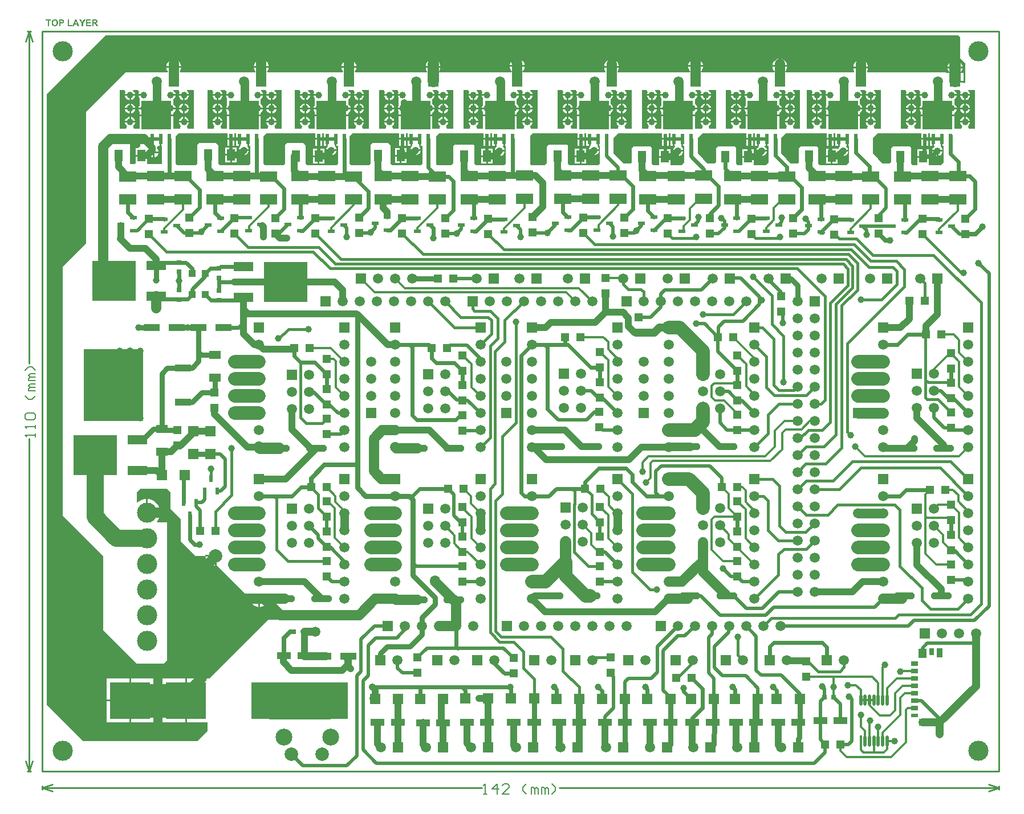
<source format=gtl>
%FSTAX43Y43*%
%MOMM*%
G71*
G01*
G75*
G04 Layer_Physical_Order=1*
G04 Layer_Color=255*
%ADD10R,2.540X1.524*%
%ADD11R,1.524X1.524*%
%ADD12R,0.600X1.000*%
%ADD13R,1.143X1.270*%
%ADD14R,1.524X1.524*%
%ADD15R,1.700X1.200*%
%ADD16R,1.270X1.143*%
%ADD17R,0.762X0.762*%
%ADD18R,1.100X1.000*%
%ADD19R,2.400X1.000*%
%ADD20R,3.000X1.400*%
%ADD21R,6.500X6.000*%
%ADD22R,1.000X0.600*%
%ADD23R,0.500X1.600*%
%ADD24R,4.500X4.200*%
G04:AMPARAMS|DCode=25|XSize=3mm|YSize=1mm|CornerRadius=0mm|HoleSize=0mm|Usage=FLASHONLY|Rotation=180.000|XOffset=0mm|YOffset=0mm|HoleType=Round|Shape=Octagon|*
%AMOCTAGOND25*
4,1,8,-1.500,0.250,-1.500,-0.250,-1.250,-0.500,1.250,-0.500,1.500,-0.250,1.500,0.250,1.250,0.500,-1.250,0.500,-1.500,0.250,0.0*
%
%ADD25OCTAGOND25*%

%ADD26R,2.400X1.050*%
%ADD27R,8.900X10.650*%
%ADD28R,1.200X1.700*%
%ADD29R,2.000X1.000*%
%ADD30R,1.200X1.150*%
%ADD31R,1.100X1.100*%
%ADD32R,0.700X1.000*%
%ADD33R,1.000X0.600*%
%ADD34R,1.000X0.700*%
%ADD35R,0.900X1.400*%
%ADD36R,1.200X1.450*%
%ADD37O,0.450X1.700*%
%ADD38R,0.450X1.700*%
%ADD39R,0.762X0.762*%
%ADD40C,0.600*%
%ADD41C,0.500*%
%ADD42C,0.400*%
%ADD43C,0.300*%
%ADD44C,1.200*%
%ADD45C,1.000*%
%ADD46C,1.500*%
%ADD47C,2.540*%
%ADD48C,0.800*%
%ADD49C,2.000*%
%ADD50C,0.700*%
%ADD51C,1.700*%
%ADD52C,1.300*%
%ADD53C,5.500*%
%ADD54C,5.000*%
%ADD55C,1.400*%
%ADD56C,1.600*%
%ADD57C,0.254*%
%ADD58C,0.152*%
%ADD59R,1.500X1.500*%
%ADD60C,1.500*%
%ADD61C,3.000*%
%ADD62R,1.500X1.500*%
%ADD63R,6.000X5.500*%
%ADD64C,2.500*%
%ADD65C,2.000*%
%ADD66C,1.200*%
%ADD67C,1.000*%
G36*
X0061Y00955D02*
X0060058D01*
X0059929Y0095879D01*
X0060038Y0095962D01*
X0060159Y009612D01*
X0060235Y0096303D01*
X0060244Y0096373D01*
X0058756D01*
X0058765Y0096303D01*
X0058841Y009612D01*
X0058962Y0095962D01*
X0059071Y0095879D01*
X0058942Y00955D01*
X0057909D01*
Y0097373D01*
X0052901D01*
Y00955D01*
X0052058D01*
X0051929Y0095879D01*
X0052038Y0095962D01*
X0052159Y009612D01*
X0052235Y0096303D01*
X0052244Y0096373D01*
X0050756D01*
X0050765Y0096303D01*
X0050841Y009612D01*
X0050962Y0095962D01*
X0051071Y0095879D01*
X0050942Y00955D01*
X005D01*
Y010125D01*
X0050673D01*
X005085Y0100891D01*
X0050841Y010088D01*
X0050765Y0100697D01*
X0050756Y0100627D01*
X0052244D01*
X0052235Y0100697D01*
X0052159Y010088D01*
X0052038Y0101038D01*
X005188Y0101159D01*
Y0101159D01*
X0051972Y010125D01*
X0052673D01*
X005285Y0100891D01*
X0052841Y010088D01*
X0052765Y0100697D01*
X0052756Y0100627D01*
X00535D01*
Y0100373D01*
X0052756D01*
X0052765Y0100303D01*
X0052841Y010012D01*
X0052901Y0100042D01*
X0052901Y0099854D01*
X0052901D01*
Y0098958D01*
X0052841Y009888D01*
X0052765Y0098697D01*
X0052756Y0098627D01*
X00535D01*
Y0098373D01*
X0052756D01*
X0052765Y0098303D01*
X0052841Y009812D01*
X0052901Y0098042D01*
Y0097627D01*
X0057909D01*
Y0097863D01*
X0058038Y0097962D01*
X0058159Y009812D01*
X0058235Y0098303D01*
X0058244Y0098373D01*
X00575D01*
Y0098627D01*
X0058244D01*
X0058235Y0098697D01*
X0058159Y009888D01*
X0058038Y0099038D01*
X0057909Y0099137D01*
Y0099854D01*
X0057909Y0099854D01*
X0057909D01*
X0057906Y0099861D01*
X0058038Y0099962D01*
X0058159Y010012D01*
X0058235Y0100303D01*
X0058244Y0100373D01*
X00575D01*
Y0100627D01*
X0058244D01*
X0058235Y0100697D01*
X0058159Y010088D01*
X0058038Y0101038D01*
X005788Y0101159D01*
Y0101159D01*
X0057972Y010125D01*
X0058673D01*
X005885Y0100891D01*
X0058841Y010088D01*
X0058765Y0100697D01*
X0058756Y0100627D01*
X0060244D01*
X0060235Y0100697D01*
X0060159Y010088D01*
X0060038Y0101038D01*
X005988Y0101159D01*
Y0101159D01*
X0059972Y010125D01*
X0061D01*
Y00955D01*
D02*
G37*
G36*
X00735D02*
X0072558D01*
X0072429Y0095879D01*
X0072538Y0095962D01*
X0072659Y009612D01*
X0072735Y0096303D01*
X0072744Y0096373D01*
X0071256D01*
X0071265Y0096303D01*
X0071341Y009612D01*
X0071462Y0095962D01*
X0071571Y0095879D01*
X0071442Y00955D01*
X0070409D01*
Y0097373D01*
X0065401D01*
Y00955D01*
X0064558D01*
X0064429Y0095879D01*
X0064538Y0095962D01*
X0064659Y009612D01*
X0064735Y0096303D01*
X0064744Y0096373D01*
X0063256D01*
X0063265Y0096303D01*
X0063341Y009612D01*
X0063462Y0095962D01*
X0063571Y0095879D01*
X0063442Y00955D01*
X00625D01*
Y010125D01*
X0063173D01*
X006335Y0100891D01*
X0063341Y010088D01*
X0063265Y0100697D01*
X0063256Y0100627D01*
X0064744D01*
X0064735Y0100697D01*
X0064659Y010088D01*
X0064538Y0101038D01*
X006438Y0101159D01*
Y0101159D01*
X0064472Y010125D01*
X0065173D01*
X006535Y0100891D01*
X0065341Y010088D01*
X0065265Y0100697D01*
X0065256Y0100627D01*
X0066D01*
Y0100373D01*
X0065256D01*
X0065265Y0100303D01*
X0065341Y010012D01*
X0065401Y0100042D01*
X0065401Y0099854D01*
X0065401D01*
Y0098958D01*
X0065341Y009888D01*
X0065265Y0098697D01*
X0065256Y0098627D01*
X0066D01*
Y0098373D01*
X0065256D01*
X0065265Y0098303D01*
X0065341Y009812D01*
X0065401Y0098042D01*
Y0097627D01*
X0070409D01*
Y0097863D01*
X0070538Y0097962D01*
X0070659Y009812D01*
X0070735Y0098303D01*
X0070744Y0098373D01*
X007D01*
Y0098627D01*
X0070744D01*
X0070735Y0098697D01*
X0070659Y009888D01*
X0070538Y0099038D01*
X0070409Y0099137D01*
Y0099854D01*
X0070409Y0099854D01*
X0070409D01*
X0070406Y0099861D01*
X0070538Y0099962D01*
X0070659Y010012D01*
X0070735Y0100303D01*
X0070744Y0100373D01*
X007D01*
Y0100627D01*
X0070744D01*
X0070735Y0100697D01*
X0070659Y010088D01*
X0070538Y0101038D01*
X007038Y0101159D01*
Y0101159D01*
X0070472Y010125D01*
X0071173D01*
X007135Y0100891D01*
X0071341Y010088D01*
X0071265Y0100697D01*
X0071256Y0100627D01*
X0072744D01*
X0072735Y0100697D01*
X0072659Y010088D01*
X0072538Y0101038D01*
X007238Y0101159D01*
Y0101159D01*
X0072472Y010125D01*
X00735D01*
Y00955D01*
D02*
G37*
G36*
X00485D02*
X0047558D01*
X0047429Y0095879D01*
X0047538Y0095962D01*
X0047659Y009612D01*
X0047735Y0096303D01*
X0047744Y0096373D01*
X0046256D01*
X0046265Y0096303D01*
X0046341Y009612D01*
X0046462Y0095962D01*
X0046571Y0095879D01*
X0046442Y00955D01*
X0045409D01*
Y0097373D01*
X0040401D01*
Y00955D01*
X0039558D01*
X0039429Y0095879D01*
X0039538Y0095962D01*
X0039659Y009612D01*
X0039735Y0096303D01*
X0039744Y0096373D01*
X0038256D01*
X0038265Y0096303D01*
X0038341Y009612D01*
X0038462Y0095962D01*
X0038571Y0095879D01*
X0038442Y00955D01*
X00375D01*
Y010125D01*
X0038173D01*
X003835Y0100891D01*
X0038341Y010088D01*
X0038265Y0100697D01*
X0038256Y0100627D01*
X0039744D01*
X0039735Y0100697D01*
X0039659Y010088D01*
X0039538Y0101038D01*
X003938Y0101159D01*
Y0101159D01*
X0039472Y010125D01*
X0040173D01*
X004035Y0100891D01*
X0040341Y010088D01*
X0040265Y0100697D01*
X0040256Y0100627D01*
X0041D01*
Y0100373D01*
X0040256D01*
X0040265Y0100303D01*
X0040341Y010012D01*
X0040401Y0100042D01*
X0040401Y0099854D01*
X0040401D01*
Y0098958D01*
X0040341Y009888D01*
X0040265Y0098697D01*
X0040256Y0098627D01*
X0041D01*
Y0098373D01*
X0040256D01*
X0040265Y0098303D01*
X0040341Y009812D01*
X0040401Y0098042D01*
Y0097627D01*
X0045409D01*
Y0097863D01*
X0045538Y0097962D01*
X0045659Y009812D01*
X0045735Y0098303D01*
X0045744Y0098373D01*
X0045D01*
Y0098627D01*
X0045744D01*
X0045735Y0098697D01*
X0045659Y009888D01*
X0045538Y0099038D01*
X0045409Y0099137D01*
Y0099854D01*
X0045409Y0099854D01*
X0045409D01*
X0045406Y0099861D01*
X0045538Y0099962D01*
X0045659Y010012D01*
X0045735Y0100303D01*
X0045744Y0100373D01*
X0045D01*
Y0100627D01*
X0045744D01*
X0045735Y0100697D01*
X0045659Y010088D01*
X0045538Y0101038D01*
X004538Y0101159D01*
Y0101159D01*
X0045472Y010125D01*
X0046173D01*
X004635Y0100891D01*
X0046341Y010088D01*
X0046265Y0100697D01*
X0046256Y0100627D01*
X0047744D01*
X0047735Y0100697D01*
X0047659Y010088D01*
X0047538Y0101038D01*
X004738Y0101159D01*
Y0101159D01*
X0047472Y010125D01*
X00485D01*
Y00955D01*
D02*
G37*
G36*
X00225D02*
X0021558D01*
X0021429Y0095879D01*
X0021538Y0095962D01*
X0021659Y009612D01*
X0021735Y0096303D01*
X0021744Y0096373D01*
X0020256D01*
X0020265Y0096303D01*
X0020341Y009612D01*
X0020462Y0095962D01*
X0020571Y0095879D01*
X0020442Y00955D01*
X0019409D01*
Y0097373D01*
X0014401D01*
Y00955D01*
X0013558D01*
X0013429Y0095879D01*
X0013538Y0095962D01*
X0013659Y009612D01*
X0013735Y0096303D01*
X0013744Y0096373D01*
X0012256D01*
X0012265Y0096303D01*
X0012341Y009612D01*
X0012462Y0095962D01*
X0012571Y0095879D01*
X0012442Y00955D01*
X00115D01*
Y010125D01*
X0012173D01*
X001235Y0100891D01*
X0012341Y010088D01*
X0012265Y0100697D01*
X0012256Y0100627D01*
X0013744D01*
X0013735Y0100697D01*
X0013659Y010088D01*
X0013538Y0101038D01*
X001338Y0101159D01*
Y0101159D01*
X0013472Y010125D01*
X0014173D01*
X001435Y0100891D01*
X0014341Y010088D01*
X0014265Y0100697D01*
X0014256Y0100627D01*
X0015D01*
Y0100373D01*
X0014256D01*
X0014265Y0100303D01*
X0014341Y010012D01*
X0014401Y0100042D01*
X0014401Y0099854D01*
X0014401D01*
Y0098958D01*
X0014341Y009888D01*
X0014265Y0098697D01*
X0014256Y0098627D01*
X0015D01*
Y0098373D01*
X0014256D01*
X0014265Y0098303D01*
X0014341Y009812D01*
X0014401Y0098042D01*
Y0097627D01*
X0019409D01*
Y0097863D01*
X0019538Y0097962D01*
X0019659Y009812D01*
X0019735Y0098303D01*
X0019744Y0098373D01*
X0019D01*
Y0098627D01*
X0019744D01*
X0019735Y0098697D01*
X0019659Y009888D01*
X0019538Y0099038D01*
X0019409Y0099137D01*
Y0099854D01*
X0019409Y0099854D01*
X0019409D01*
X0019406Y0099861D01*
X0019538Y0099962D01*
X0019659Y010012D01*
X0019735Y0100303D01*
X0019744Y0100373D01*
X0019D01*
Y0100627D01*
X0019744D01*
X0019735Y0100697D01*
X0019659Y010088D01*
X0019538Y0101038D01*
X001938Y0101159D01*
Y0101159D01*
X0019472Y010125D01*
X0020173D01*
X002035Y0100891D01*
X0020341Y010088D01*
X0020265Y0100697D01*
X0020256Y0100627D01*
X0021744D01*
X0021735Y0100697D01*
X0021659Y010088D01*
X0021538Y0101038D01*
X002138Y0101159D01*
Y0101159D01*
X0021472Y010125D01*
X00225D01*
Y00955D01*
D02*
G37*
G36*
X00355D02*
X0034558D01*
X0034429Y0095879D01*
X0034538Y0095962D01*
X0034659Y009612D01*
X0034735Y0096303D01*
X0034744Y0096373D01*
X0033256D01*
X0033265Y0096303D01*
X0033341Y009612D01*
X0033462Y0095962D01*
X0033571Y0095879D01*
X0033442Y00955D01*
X0032409D01*
Y0097373D01*
X0027401D01*
Y00955D01*
X0026558D01*
X0026429Y0095879D01*
X0026538Y0095962D01*
X0026659Y009612D01*
X0026735Y0096303D01*
X0026744Y0096373D01*
X0025256D01*
X0025265Y0096303D01*
X0025341Y009612D01*
X0025462Y0095962D01*
X0025571Y0095879D01*
X0025442Y00955D01*
X00245D01*
Y010125D01*
X0025173D01*
X002535Y0100891D01*
X0025341Y010088D01*
X0025265Y0100697D01*
X0025256Y0100627D01*
X0026744D01*
X0026735Y0100697D01*
X0026659Y010088D01*
X0026538Y0101038D01*
X002638Y0101159D01*
Y0101159D01*
X0026472Y010125D01*
X0027173D01*
X002735Y0100891D01*
X0027341Y010088D01*
X0027265Y0100697D01*
X0027256Y0100627D01*
X0028D01*
Y0100373D01*
X0027256D01*
X0027265Y0100303D01*
X0027341Y010012D01*
X0027401Y0100042D01*
X0027401Y0099854D01*
X0027401D01*
Y0098958D01*
X0027341Y009888D01*
X0027265Y0098697D01*
X0027256Y0098627D01*
X0028D01*
Y0098373D01*
X0027256D01*
X0027265Y0098303D01*
X0027341Y009812D01*
X0027401Y0098042D01*
Y0097627D01*
X0032409D01*
Y0097863D01*
X0032538Y0097962D01*
X0032659Y009812D01*
X0032735Y0098303D01*
X0032744Y0098373D01*
X0032D01*
Y0098627D01*
X0032744D01*
X0032735Y0098697D01*
X0032659Y009888D01*
X0032538Y0099038D01*
X0032409Y0099137D01*
Y0099854D01*
X0032409Y0099854D01*
X0032409D01*
X0032406Y0099861D01*
X0032538Y0099962D01*
X0032659Y010012D01*
X0032735Y0100303D01*
X0032744Y0100373D01*
X0032D01*
Y0100627D01*
X0032744D01*
X0032735Y0100697D01*
X0032659Y010088D01*
X0032538Y0101038D01*
X003238Y0101159D01*
Y0101159D01*
X0032472Y010125D01*
X0033173D01*
X003335Y0100891D01*
X0033341Y010088D01*
X0033265Y0100697D01*
X0033256Y0100627D01*
X0034744D01*
X0034735Y0100697D01*
X0034659Y010088D01*
X0034538Y0101038D01*
X003438Y0101159D01*
Y0101159D01*
X0034472Y010125D01*
X00355D01*
Y00955D01*
D02*
G37*
G36*
X01245D02*
X0123558D01*
X0123429Y0095879D01*
X0123538Y0095962D01*
X0123659Y009612D01*
X0123735Y0096303D01*
X0123744Y0096373D01*
X0122256D01*
X0122265Y0096303D01*
X0122341Y009612D01*
X0122462Y0095962D01*
X0122571Y0095879D01*
X0122442Y00955D01*
X0121409D01*
Y0097373D01*
X0116401D01*
Y00955D01*
X0115558D01*
X0115429Y0095879D01*
X0115538Y0095962D01*
X0115659Y009612D01*
X0115735Y0096303D01*
X0115744Y0096373D01*
X0114256D01*
X0114265Y0096303D01*
X0114341Y009612D01*
X0114462Y0095962D01*
X0114571Y0095879D01*
X0114442Y00955D01*
X01135D01*
Y010125D01*
X0114173D01*
X011435Y0100891D01*
X0114341Y010088D01*
X0114265Y0100697D01*
X0114256Y0100627D01*
X0115744D01*
X0115735Y0100697D01*
X0115659Y010088D01*
X0115538Y0101038D01*
X011538Y0101159D01*
Y0101159D01*
X0115472Y010125D01*
X0116173D01*
X011635Y0100891D01*
X0116341Y010088D01*
X0116265Y0100697D01*
X0116256Y0100627D01*
X0117D01*
Y0100373D01*
X0116256D01*
X0116265Y0100303D01*
X0116341Y010012D01*
X0116401Y0100042D01*
X0116401Y0099854D01*
X0116401D01*
Y0098958D01*
X0116341Y009888D01*
X0116265Y0098697D01*
X0116256Y0098627D01*
X0117D01*
Y0098373D01*
X0116256D01*
X0116265Y0098303D01*
X0116341Y009812D01*
X0116401Y0098042D01*
Y0097627D01*
X0121409D01*
Y0097863D01*
X0121538Y0097962D01*
X0121659Y009812D01*
X0121735Y0098303D01*
X0121744Y0098373D01*
X0121D01*
Y0098627D01*
X0121744D01*
X0121735Y0098697D01*
X0121659Y009888D01*
X0121538Y0099038D01*
X0121409Y0099137D01*
Y0099854D01*
X0121409Y0099854D01*
X0121409D01*
X0121406Y0099861D01*
X0121538Y0099962D01*
X0121659Y010012D01*
X0121735Y0100303D01*
X0121744Y0100373D01*
X0121D01*
Y0100627D01*
X0121744D01*
X0121735Y0100697D01*
X0121659Y010088D01*
X0121538Y0101038D01*
X012138Y0101159D01*
Y0101159D01*
X0121472Y010125D01*
X0122173D01*
X012235Y0100891D01*
X0122341Y010088D01*
X0122265Y0100697D01*
X0122256Y0100627D01*
X0123744D01*
X0123735Y0100697D01*
X0123659Y010088D01*
X0123538Y0101038D01*
X012338Y0101159D01*
Y0101159D01*
X0123472Y010125D01*
X01245D01*
Y00955D01*
D02*
G37*
G36*
X01385D02*
X0137558D01*
X0137429Y0095879D01*
X0137538Y0095962D01*
X0137659Y009612D01*
X0137735Y0096303D01*
X0137744Y0096373D01*
X0136256D01*
X0136265Y0096303D01*
X0136341Y009612D01*
X0136462Y0095962D01*
X0136571Y0095879D01*
X0136442Y00955D01*
X0135409D01*
Y0097373D01*
X0130401D01*
Y00955D01*
X0129558D01*
X0129429Y0095879D01*
X0129538Y0095962D01*
X0129659Y009612D01*
X0129735Y0096303D01*
X0129744Y0096373D01*
X0128256D01*
X0128265Y0096303D01*
X0128341Y009612D01*
X0128462Y0095962D01*
X0128571Y0095879D01*
X0128442Y00955D01*
X01275D01*
Y010125D01*
X0128173D01*
X012835Y0100891D01*
X0128341Y010088D01*
X0128265Y0100697D01*
X0128256Y0100627D01*
X0129744D01*
X0129735Y0100697D01*
X0129659Y010088D01*
X0129538Y0101038D01*
X012938Y0101159D01*
Y0101159D01*
X0129472Y010125D01*
X0130173D01*
X013035Y0100891D01*
X0130341Y010088D01*
X0130265Y0100697D01*
X0130256Y0100627D01*
X0131D01*
Y0100373D01*
X0130256D01*
X0130265Y0100303D01*
X0130341Y010012D01*
X0130401Y0100042D01*
X0130401Y0099854D01*
X0130401D01*
Y0098958D01*
X0130341Y009888D01*
X0130265Y0098697D01*
X0130256Y0098627D01*
X0131D01*
Y0098373D01*
X0130256D01*
X0130265Y0098303D01*
X0130341Y009812D01*
X0130401Y0098042D01*
Y0097627D01*
X0135409D01*
Y0097863D01*
X0135538Y0097962D01*
X0135659Y009812D01*
X0135735Y0098303D01*
X0135744Y0098373D01*
X0135D01*
Y0098627D01*
X0135744D01*
X0135735Y0098697D01*
X0135659Y009888D01*
X0135538Y0099038D01*
X0135409Y0099137D01*
Y0099854D01*
X0135409Y0099854D01*
X0135409D01*
X0135406Y0099861D01*
X0135538Y0099962D01*
X0135659Y010012D01*
X0135735Y0100303D01*
X0135744Y0100373D01*
X0135D01*
Y0100627D01*
X0135744D01*
X0135735Y0100697D01*
X0135659Y010088D01*
X0135538Y0101038D01*
X013538Y0101159D01*
Y0101159D01*
X0135472Y010125D01*
X0136173D01*
X013635Y0100891D01*
X0136341Y010088D01*
X0136265Y0100697D01*
X0136256Y0100627D01*
X0137744D01*
X0137735Y0100697D01*
X0137659Y010088D01*
X0137538Y0101038D01*
X013738Y0101159D01*
Y0101159D01*
X0137472Y010125D01*
X01385D01*
Y00955D01*
D02*
G37*
G36*
X01125D02*
X0111558D01*
X0111429Y0095879D01*
X0111538Y0095962D01*
X0111659Y009612D01*
X0111735Y0096303D01*
X0111744Y0096373D01*
X0110256D01*
X0110265Y0096303D01*
X0110341Y009612D01*
X0110462Y0095962D01*
X0110571Y0095879D01*
X0110442Y00955D01*
X0109409D01*
Y0097373D01*
X0104401D01*
Y00955D01*
X0103558D01*
X0103429Y0095879D01*
X0103538Y0095962D01*
X0103659Y009612D01*
X0103735Y0096303D01*
X0103744Y0096373D01*
X0102256D01*
X0102265Y0096303D01*
X0102341Y009612D01*
X0102462Y0095962D01*
X0102571Y0095879D01*
X0102442Y00955D01*
X01015D01*
Y010125D01*
X0102173D01*
X010235Y0100891D01*
X0102341Y010088D01*
X0102265Y0100697D01*
X0102256Y0100627D01*
X0103744D01*
X0103735Y0100697D01*
X0103659Y010088D01*
X0103538Y0101038D01*
X010338Y0101159D01*
Y0101159D01*
X0103472Y010125D01*
X0104173D01*
X010435Y0100891D01*
X0104341Y010088D01*
X0104265Y0100697D01*
X0104256Y0100627D01*
X0105D01*
Y0100373D01*
X0104256D01*
X0104265Y0100303D01*
X0104341Y010012D01*
X0104401Y0100042D01*
X0104401Y0099854D01*
X0104401D01*
Y0098958D01*
X0104341Y009888D01*
X0104265Y0098697D01*
X0104256Y0098627D01*
X0105D01*
Y0098373D01*
X0104256D01*
X0104265Y0098303D01*
X0104341Y009812D01*
X0104401Y0098042D01*
Y0097627D01*
X0109409D01*
Y0097863D01*
X0109538Y0097962D01*
X0109659Y009812D01*
X0109735Y0098303D01*
X0109744Y0098373D01*
X0109D01*
Y0098627D01*
X0109744D01*
X0109735Y0098697D01*
X0109659Y009888D01*
X0109538Y0099038D01*
X0109409Y0099137D01*
Y0099854D01*
X0109409Y0099854D01*
X0109409D01*
X0109406Y0099861D01*
X0109538Y0099962D01*
X0109659Y010012D01*
X0109735Y0100303D01*
X0109744Y0100373D01*
X0109D01*
Y0100627D01*
X0109744D01*
X0109735Y0100697D01*
X0109659Y010088D01*
X0109538Y0101038D01*
X010938Y0101159D01*
Y0101159D01*
X0109472Y010125D01*
X0110173D01*
X011035Y0100891D01*
X0110341Y010088D01*
X0110265Y0100697D01*
X0110256Y0100627D01*
X0111744D01*
X0111735Y0100697D01*
X0111659Y010088D01*
X0111538Y0101038D01*
X011138Y0101159D01*
Y0101159D01*
X0111472Y010125D01*
X01125D01*
Y00955D01*
D02*
G37*
G36*
X00875D02*
X0086558D01*
X0086429Y0095879D01*
X0086538Y0095962D01*
X0086659Y009612D01*
X0086735Y0096303D01*
X0086744Y0096373D01*
X0085256D01*
X0085265Y0096303D01*
X0085341Y009612D01*
X0085462Y0095962D01*
X0085571Y0095879D01*
X0085442Y00955D01*
X0084409D01*
Y0097373D01*
X0079401D01*
Y00955D01*
X0078558D01*
X0078429Y0095879D01*
X0078538Y0095962D01*
X0078659Y009612D01*
X0078735Y0096303D01*
X0078744Y0096373D01*
X0077256D01*
X0077265Y0096303D01*
X0077341Y009612D01*
X0077462Y0095962D01*
X0077571Y0095879D01*
X0077442Y00955D01*
X00765D01*
Y010125D01*
X0077173D01*
X007735Y0100891D01*
X0077341Y010088D01*
X0077265Y0100697D01*
X0077256Y0100627D01*
X0078744D01*
X0078735Y0100697D01*
X0078659Y010088D01*
X0078538Y0101038D01*
X007838Y0101159D01*
Y0101159D01*
X0078472Y010125D01*
X0079173D01*
X007935Y0100891D01*
X0079341Y010088D01*
X0079265Y0100697D01*
X0079256Y0100627D01*
X008D01*
Y0100373D01*
X0079256D01*
X0079265Y0100303D01*
X0079341Y010012D01*
X0079401Y0100042D01*
X0079401Y0099854D01*
X0079401D01*
Y0098958D01*
X0079341Y009888D01*
X0079265Y0098697D01*
X0079256Y0098627D01*
X008D01*
Y0098373D01*
X0079256D01*
X0079265Y0098303D01*
X0079341Y009812D01*
X0079401Y0098042D01*
Y0097627D01*
X0084409D01*
Y0097863D01*
X0084538Y0097962D01*
X0084659Y009812D01*
X0084735Y0098303D01*
X0084744Y0098373D01*
X0084D01*
Y0098627D01*
X0084744D01*
X0084735Y0098697D01*
X0084659Y009888D01*
X0084538Y0099038D01*
X0084409Y0099137D01*
Y0099854D01*
X0084409Y0099854D01*
X0084409D01*
X0084406Y0099861D01*
X0084538Y0099962D01*
X0084659Y010012D01*
X0084735Y0100303D01*
X0084744Y0100373D01*
X0084D01*
Y0100627D01*
X0084744D01*
X0084735Y0100697D01*
X0084659Y010088D01*
X0084538Y0101038D01*
X008438Y0101159D01*
Y0101159D01*
X0084472Y010125D01*
X0085173D01*
X008535Y0100891D01*
X0085341Y010088D01*
X0085265Y0100697D01*
X0085256Y0100627D01*
X0086744D01*
X0086735Y0100697D01*
X0086659Y010088D01*
X0086538Y0101038D01*
X008638Y0101159D01*
Y0101159D01*
X0086472Y010125D01*
X00875D01*
Y00955D01*
D02*
G37*
G36*
X01D02*
X0099058D01*
X0098929Y0095879D01*
X0099038Y0095962D01*
X0099159Y009612D01*
X0099235Y0096303D01*
X0099244Y0096373D01*
X0097756D01*
X0097765Y0096303D01*
X0097841Y009612D01*
X0097962Y0095962D01*
X0098071Y0095879D01*
X0097942Y00955D01*
X0096909D01*
Y0097373D01*
X0091901D01*
Y00955D01*
X0091058D01*
X0090929Y0095879D01*
X0091038Y0095962D01*
X0091159Y009612D01*
X0091235Y0096303D01*
X0091244Y0096373D01*
X0089756D01*
X0089765Y0096303D01*
X0089841Y009612D01*
X0089962Y0095962D01*
X0090071Y0095879D01*
X0089942Y00955D01*
X0089D01*
Y010125D01*
X0089673D01*
X008985Y0100891D01*
X0089841Y010088D01*
X0089765Y0100697D01*
X0089756Y0100627D01*
X0091244D01*
X0091235Y0100697D01*
X0091159Y010088D01*
X0091038Y0101038D01*
X009088Y0101159D01*
Y0101159D01*
X0090972Y010125D01*
X0091673D01*
X009185Y0100891D01*
X0091841Y010088D01*
X0091765Y0100697D01*
X0091756Y0100627D01*
X00925D01*
Y0100373D01*
X0091756D01*
X0091765Y0100303D01*
X0091841Y010012D01*
X0091901Y0100042D01*
X0091901Y0099854D01*
X0091901D01*
Y0098958D01*
X0091841Y009888D01*
X0091765Y0098697D01*
X0091756Y0098627D01*
X00925D01*
Y0098373D01*
X0091756D01*
X0091765Y0098303D01*
X0091841Y009812D01*
X0091901Y0098042D01*
Y0097627D01*
X0096909D01*
Y0097863D01*
X0097038Y0097962D01*
X0097159Y009812D01*
X0097235Y0098303D01*
X0097244Y0098373D01*
X00965D01*
Y0098627D01*
X0097244D01*
X0097235Y0098697D01*
X0097159Y009888D01*
X0097038Y0099038D01*
X0096909Y0099137D01*
Y0099854D01*
X0096909Y0099854D01*
X0096909D01*
X0096906Y0099861D01*
X0097038Y0099962D01*
X0097159Y010012D01*
X0097235Y0100303D01*
X0097244Y0100373D01*
X00965D01*
Y0100627D01*
X0097244D01*
X0097235Y0100697D01*
X0097159Y010088D01*
X0097038Y0101038D01*
X009688Y0101159D01*
Y0101159D01*
X0096972Y010125D01*
X0097673D01*
X009785Y0100891D01*
X0097841Y010088D01*
X0097765Y0100697D01*
X0097756Y0100627D01*
X0099244D01*
X0099235Y0100697D01*
X0099159Y010088D01*
X0099038Y0101038D01*
X009888Y0101159D01*
Y0101159D01*
X0098972Y010125D01*
X01D01*
Y00955D01*
D02*
G37*
G36*
X0014496Y0094127D02*
X0015D01*
Y0093873D01*
X0014496D01*
Y0092946D01*
X0014496D01*
Y0092887D01*
X0014213Y0092604D01*
X0013846D01*
Y0091627D01*
X00147D01*
Y0091373D01*
X0013846D01*
Y0090533D01*
X0013846Y0090533D01*
X0013846Y0090533D01*
X0013846Y0090396D01*
X00137Y009025D01*
X0013D01*
Y009425D01*
X00135Y009475D01*
X0014496D01*
Y0094127D01*
D02*
G37*
G36*
X0093266D02*
X009377D01*
Y0094D01*
X0093897D01*
Y0092946D01*
X0093936D01*
X0093977Y0092826D01*
X0093862Y0092738D01*
X0093741Y009258D01*
X0093665Y0092397D01*
X0093656Y0092327D01*
X0095144D01*
X0095135Y0092397D01*
X0095059Y009258D01*
X0094938Y0092738D01*
X0094823Y0092826D01*
X0094864Y0092946D01*
X0094913D01*
Y0094D01*
X0095167D01*
Y0092946D01*
X00953D01*
Y00905D01*
X00949Y00901D01*
X0093254D01*
Y0090196D01*
X0093254D01*
Y0091173D01*
X0091546D01*
Y0090196D01*
X0091546D01*
Y009019D01*
X0091456Y00901D01*
X00907D01*
X00905Y00903D01*
Y00916D01*
Y00927D01*
X00903Y00929D01*
X00878D01*
X00875Y00926D01*
Y00907D01*
Y00905D01*
X00873Y00903D01*
X00863D01*
X00856Y0091D01*
X00848Y00918D01*
Y00932D01*
Y00941D01*
X00855Y00948D01*
X0091996D01*
Y0094127D01*
X0093004D01*
Y00948D01*
X0093266D01*
Y0094127D01*
D02*
G37*
G36*
X0017667Y0092946D02*
X001775D01*
Y009025D01*
X0015554D01*
Y009025D01*
Y0090396D01*
X0015554Y0090533D01*
X0015554D01*
X0015554Y0090533D01*
Y0091372D01*
X0015933Y0091501D01*
X0015962Y0091462D01*
X001612Y0091341D01*
X0016303Y0091265D01*
X0016373Y0091256D01*
Y0092D01*
X00165D01*
Y0092127D01*
X0017244D01*
X0017235Y0092197D01*
X0017159Y009238D01*
X0017038Y0092538D01*
X0016999Y0092567D01*
X0017128Y0092946D01*
X0017413D01*
Y0094D01*
X0017667D01*
Y0092946D01*
D02*
G37*
G36*
X0105766Y0094127D02*
X010627D01*
Y0094D01*
X0106397D01*
Y0092946D01*
X0106336D01*
X0106377Y0092826D01*
X0106262Y0092738D01*
X0106141Y009258D01*
X0106065Y0092397D01*
X0106056Y0092327D01*
X0107544D01*
X0107535Y0092397D01*
X0107459Y009258D01*
X0107338Y0092738D01*
X0107223Y0092826D01*
X0107264Y0092946D01*
X0107413D01*
Y0094D01*
X0107667D01*
Y0092946D01*
X01078D01*
Y00905D01*
X01074Y00901D01*
X0105654D01*
Y0090196D01*
X0105654D01*
Y0091173D01*
X0103946D01*
Y0090196D01*
X0103946D01*
Y009019D01*
X0103856Y00901D01*
X01032D01*
X0103Y00903D01*
Y00916D01*
Y00927D01*
X01028Y00929D01*
X01003D01*
X01Y00926D01*
Y00907D01*
Y00905D01*
X00998Y00903D01*
X00988D01*
X00981Y0091D01*
X00973Y00918D01*
Y00932D01*
Y00941D01*
X0098Y00948D01*
X0104496D01*
Y0094127D01*
X0105504D01*
Y00948D01*
X0105766D01*
Y0094127D01*
D02*
G37*
G36*
X0131766D02*
X013227D01*
Y0094D01*
X0132397D01*
Y0092946D01*
X0132436D01*
X0132477Y0092826D01*
X0132362Y0092738D01*
X0132241Y009258D01*
X0132165Y0092397D01*
X0132156Y0092327D01*
X0133644D01*
X0133635Y0092397D01*
X0133559Y009258D01*
X0133438Y0092738D01*
X0133323Y0092826D01*
X0133364Y0092946D01*
X0133413D01*
Y0094D01*
X0133667D01*
Y0092946D01*
X01338D01*
Y00905D01*
X01334Y00901D01*
X0131654D01*
Y0090196D01*
X0131654D01*
Y0091173D01*
X0129946D01*
Y0090196D01*
X0129946D01*
Y009019D01*
X0129856Y00901D01*
X01292D01*
X0129Y00903D01*
Y00916D01*
Y00927D01*
X01288Y00929D01*
X01263D01*
X0126Y00926D01*
Y00907D01*
Y00905D01*
X01258Y00903D01*
X01248D01*
X01241Y0091D01*
X01233Y00918D01*
Y00932D01*
Y00941D01*
X0124Y00948D01*
X0130496D01*
Y0094127D01*
X0131504D01*
Y00948D01*
X0131766D01*
Y0094127D01*
D02*
G37*
G36*
X0117766D02*
X011827D01*
Y0094D01*
X0118397D01*
Y0092946D01*
X0118436D01*
X0118477Y0092826D01*
X0118362Y0092738D01*
X0118241Y009258D01*
X0118179Y0092429D01*
X0118054Y0092453D01*
Y0092504D01*
X0117327D01*
Y0091527D01*
X0118054D01*
Y0091947D01*
X0118179Y0091971D01*
X0118241Y009182D01*
X0118362Y0091662D01*
X011852Y0091541D01*
X0118703Y0091465D01*
X0118773Y0091456D01*
Y00922D01*
X01189D01*
Y0092327D01*
X0119644D01*
X0119635Y0092397D01*
X0119559Y009258D01*
X0119438Y0092738D01*
X0119323Y0092826D01*
X0119364Y0092946D01*
X0119413D01*
Y0094D01*
X0119667D01*
Y0092946D01*
X01198D01*
Y00905D01*
X0119415Y00901D01*
X0115375D01*
X0115183Y00903D01*
Y00916D01*
Y00927D01*
X011499Y00929D01*
X0112586D01*
X0112297Y00926D01*
Y00907D01*
Y00905D01*
X0112105Y00903D01*
X0111143D01*
X011047Y0091D01*
X01097Y00918D01*
Y00932D01*
Y00941D01*
X0110373Y00948D01*
X0116496D01*
Y0094127D01*
X0117504D01*
Y00948D01*
X0117766D01*
Y0094127D01*
D02*
G37*
G36*
X0041766D02*
X004227D01*
Y0094D01*
X0042397D01*
Y0092946D01*
X0042302D01*
X0042358Y0092832D01*
X0042241Y009268D01*
X0042165Y0092497D01*
X0042156Y0092427D01*
X0043644D01*
X0043635Y0092497D01*
X0043559Y009268D01*
X0043438Y0092838D01*
X0043474Y0092946D01*
X0043413D01*
Y0094D01*
X0043667D01*
Y0092946D01*
X00439D01*
Y00903D01*
X00437Y00901D01*
X00393D01*
X00391Y00903D01*
Y00913D01*
Y0093D01*
X00387Y00934D01*
X00363D01*
X0036Y00931D01*
Y00904D01*
Y00903D01*
X00358Y00901D01*
X0033D01*
X00328Y00903D01*
Y00912D01*
Y00944D01*
X00332Y00948D01*
X0040496D01*
Y0094127D01*
X0041504D01*
Y00948D01*
X0041766D01*
Y0094127D01*
D02*
G37*
G36*
X0028766D02*
X002927D01*
Y0094D01*
X0029397D01*
Y0092946D01*
X0029302D01*
X0029358Y0092832D01*
X0029241Y009268D01*
X0029165Y0092497D01*
X0029156Y0092427D01*
X0030644D01*
X0030635Y0092497D01*
X0030559Y009268D01*
X0030438Y0092838D01*
X0030474Y0092946D01*
X0030413D01*
Y0094D01*
X0030667D01*
Y0092946D01*
X00309D01*
Y00903D01*
X00307Y00901D01*
X00263D01*
X00261Y00903D01*
Y00913D01*
Y0093D01*
X00257Y00934D01*
X00233D01*
X0023Y00931D01*
Y00904D01*
Y00903D01*
X00228Y00901D01*
X002D01*
X00198Y00903D01*
Y00912D01*
Y00944D01*
X00202Y00948D01*
X0027496D01*
Y0094127D01*
X0028504D01*
Y00948D01*
X0028766D01*
Y0094127D01*
D02*
G37*
G36*
X0054266D02*
X005477D01*
Y0094D01*
X0054897D01*
Y0092946D01*
X0054802D01*
X0054858Y0092832D01*
X0054741Y009268D01*
X0054665Y0092497D01*
X0054656Y0092427D01*
X0056144D01*
X0056135Y0092497D01*
X0056059Y009268D01*
X0055938Y0092838D01*
X0055974Y0092946D01*
X0055913D01*
Y0094D01*
X0056167D01*
Y0092946D01*
X00564D01*
Y00903D01*
X0056205Y00901D01*
X0051924D01*
X005173Y00903D01*
Y00913D01*
Y0093D01*
X0051341Y00934D01*
X0049005D01*
X0048714Y00931D01*
Y00904D01*
Y00903D01*
X0048519Y00901D01*
X0045795D01*
X00456Y00903D01*
Y00912D01*
Y00944D01*
X0045989Y00948D01*
X0052996D01*
Y0094127D01*
X0054004D01*
Y00948D01*
X0054266D01*
Y0094127D01*
D02*
G37*
G36*
X0080766D02*
X008127D01*
Y0094D01*
X0081397D01*
Y0092946D01*
X0081302D01*
X0081358Y0092832D01*
X0081241Y009268D01*
X0081165Y0092497D01*
X0081156Y0092427D01*
X0082644D01*
X0082635Y0092497D01*
X0082559Y009268D01*
X0082438Y0092838D01*
X0082474Y0092946D01*
X0082413D01*
Y0094D01*
X0082667D01*
Y0092946D01*
X00828D01*
Y00903D01*
X0082598Y00901D01*
X0078256D01*
X0078054Y00903D01*
Y00918D01*
Y0093D01*
X0077953Y00931D01*
X0075126D01*
X0074924Y00929D01*
Y00922D01*
Y00904D01*
X0074621Y00901D01*
X0072501D01*
X00724Y00902D01*
Y00914D01*
Y00944D01*
X0072804Y00948D01*
X0079496D01*
Y0094127D01*
X0080504D01*
Y00948D01*
X0080766D01*
Y0094127D01*
D02*
G37*
G36*
X0066766D02*
X006727D01*
Y0094D01*
X0067397D01*
Y0092946D01*
X0067436D01*
X0067477Y0092826D01*
X0067362Y0092738D01*
X0067241Y009258D01*
X0067165Y0092397D01*
X0067156Y0092327D01*
X0068644D01*
X0068635Y0092397D01*
X0068559Y009258D01*
X0068438Y0092738D01*
X0068323Y0092826D01*
X0068364Y0092946D01*
X0068413D01*
Y0094D01*
X0068667D01*
Y0092946D01*
X00688D01*
Y00903D01*
X00686Y00901D01*
X00643D01*
X00641Y00903D01*
Y00918D01*
Y0093D01*
X0064Y00931D01*
X00612D01*
X0061Y00929D01*
Y00922D01*
Y00904D01*
X00607Y00901D01*
X00586D01*
X00585Y00902D01*
Y00914D01*
Y00944D01*
X00589Y00948D01*
X0065496D01*
Y0094127D01*
X0066504D01*
Y00948D01*
X0066766D01*
Y0094127D01*
D02*
G37*
G36*
X000546Y011075D02*
X0005246D01*
X0005163Y0110971D01*
X0004769D01*
X0004689Y011075D01*
X0004481D01*
X000486Y0111726D01*
X0005068D01*
X000546Y011075D01*
D02*
G37*
G36*
X000395Y0110915D02*
X0004439D01*
Y011075D01*
X0003753D01*
Y0111717D01*
X000395D01*
Y0110915D01*
D02*
G37*
G36*
X0002852Y0111725D02*
X0002872D01*
X0002912Y0111723D01*
X000295Y011172D01*
X0002968Y0111719D01*
X0002984Y0111716D01*
X0002998Y0111714D01*
X000301Y0111711D01*
X0003011D01*
X0003014Y011171D01*
X0003017Y0111708D01*
X0003023Y0111707D01*
X0003039Y0111701D01*
X0003059Y0111691D01*
X0003081Y0111679D01*
X0003103Y0111661D01*
X0003127Y011164D01*
X0003149Y0111615D01*
Y0111613D01*
X0003152Y0111612D01*
X0003155Y0111607D01*
X0003158Y0111601D01*
X0003163Y0111594D01*
X0003167Y0111585D01*
X0003179Y0111564D01*
X0003189Y0111536D01*
X0003198Y0111503D01*
X0003204Y0111466D01*
X0003207Y0111425D01*
Y0111423D01*
Y011142D01*
Y0111416D01*
Y011141D01*
X0003206Y0111393D01*
X0003203Y0111373D01*
X00032Y0111349D01*
X0003194Y0111324D01*
X0003185Y0111298D01*
X0003175Y0111275D01*
X0003173Y0111272D01*
X0003169Y0111264D01*
X0003161Y0111254D01*
X0003152Y011124D01*
X000314Y0111224D01*
X0003126Y0111208D01*
X0003109Y0111193D01*
X0003091Y0111178D01*
X000309Y0111176D01*
X0003082Y0111172D01*
X0003072Y0111166D01*
X000306Y011116D01*
X0003044Y0111151D01*
X0003028Y0111144D01*
X0003008Y0111138D01*
X0002989Y0111132D01*
X0002986D01*
X0002981Y011113D01*
X0002976D01*
X0002968Y0111129D01*
X0002959Y0111127D01*
X0002949Y0111126D01*
X0002937D01*
X0002924Y0111124D01*
X0002909Y0111123D01*
X0002892Y0111121D01*
X0002873Y011112D01*
X0002854D01*
X0002833Y0111118D01*
X0002658D01*
Y011075D01*
X000246D01*
Y0111726D01*
X0002834D01*
X0002852Y0111725D01*
D02*
G37*
G36*
X0007833D02*
X0007864D01*
X000788Y0111723D01*
X0007918Y011172D01*
X0007955Y0111714D01*
X000799Y0111708D01*
X0008007Y0111704D01*
X000802Y0111699D01*
X0008022D01*
X0008023Y0111698D01*
X0008032Y0111695D01*
X0008045Y0111688D01*
X0008062Y0111677D01*
X000808Y0111664D01*
X0008099Y0111647D01*
X0008117Y0111628D01*
X0008135Y0111604D01*
X0008136Y0111601D01*
X0008142Y0111592D01*
X0008148Y0111579D01*
X0008157Y011156D01*
X0008164Y0111538D01*
X0008172Y0111512D01*
X0008176Y0111483D01*
X0008178Y0111451D01*
Y011145D01*
Y0111447D01*
Y0111441D01*
X0008176Y0111434D01*
Y0111423D01*
X0008175Y0111413D01*
X000817Y0111387D01*
X0008161Y0111359D01*
X0008149Y0111328D01*
X0008135Y0111298D01*
X0008124Y0111283D01*
X0008112Y011127D01*
Y0111269D01*
X0008109Y0111267D01*
X0008105Y0111264D01*
X00081Y0111258D01*
X0008093Y0111254D01*
X0008086Y0111246D01*
X0008075Y0111239D01*
X0008065Y0111231D01*
X0008051Y0111224D01*
X0008038Y0111217D01*
X0008022Y0111209D01*
X0008004Y0111202D01*
X0007986Y0111194D01*
X0007965Y0111188D01*
X0007944Y0111184D01*
X0007921Y0111179D01*
X0007922D01*
X0007924Y0111178D01*
X0007931Y0111173D01*
X0007943Y0111166D01*
X0007958Y0111156D01*
X0007974Y0111144D01*
X0007992Y0111129D01*
X000801Y0111114D01*
X0008026Y0111098D01*
X0008028Y0111096D01*
X0008034Y0111089D01*
X0008042Y0111078D01*
X0008056Y0111062D01*
X0008072Y011104D01*
X000809Y0111013D01*
X0008102Y0110997D01*
X0008112Y0110979D01*
X0008124Y0110961D01*
X0008138Y011094D01*
X0008256Y011075D01*
X000802D01*
X000788Y0110961D01*
X0007879Y0110962D01*
X0007877Y0110965D01*
X0007873Y0110971D01*
X0007869Y0110979D01*
X0007863Y0110989D01*
X0007855Y0110998D01*
X0007839Y0111022D01*
X0007823Y0111047D01*
X0007805Y0111069D01*
X0007788Y011109D01*
X0007782Y0111099D01*
X0007776Y0111105D01*
X0007775Y0111107D01*
X0007772Y011111D01*
X0007766Y0111116D01*
X0007759Y0111121D01*
X0007739Y0111135D01*
X0007729Y0111141D01*
X0007717Y0111145D01*
X0007716D01*
X0007711Y0111147D01*
X0007704Y011115D01*
X0007693Y0111151D01*
X000768Y0111154D01*
X0007664Y0111156D01*
X0007643Y0111157D01*
X000758D01*
Y011075D01*
X0007383D01*
Y0111726D01*
X000782D01*
X0007833Y0111725D01*
D02*
G37*
G36*
X0007195Y0111561D02*
X0006671D01*
Y0111344D01*
X0007158D01*
Y0111179D01*
X0006671D01*
Y0110915D01*
X0007215D01*
Y011075D01*
X0006473D01*
Y0111726D01*
X0007195D01*
Y0111561D01*
D02*
G37*
G36*
X0006017Y0111159D02*
Y011075D01*
X000582D01*
Y011116D01*
X0005463Y0111726D01*
X0005692D01*
X0005922Y0111338D01*
X0006148Y0111726D01*
X0006374D01*
X0006017Y0111159D01*
D02*
G37*
G36*
X01363Y01091D02*
Y01087D01*
Y01059D01*
X0137Y01052D01*
Y0105D01*
Y01024D01*
X0136867Y0102267D01*
X013675Y0102316D01*
Y0102373D01*
X01355D01*
Y0102627D01*
X013675D01*
Y010375D01*
X0136378D01*
X0136322Y0103864D01*
X0136461Y0104045D01*
X0136572Y0104313D01*
X0136593Y0104473D01*
X0134407D01*
X0134428Y0104313D01*
X0134539Y0104045D01*
X0134678Y0103864D01*
X0134622Y010375D01*
X013425D01*
X01341Y01039D01*
X0122493D01*
X0122437Y0104014D01*
X0122461Y0104045D01*
X0122572Y0104313D01*
X0122593Y0104473D01*
X0120407D01*
X0120428Y0104313D01*
X0120539Y0104045D01*
X0120563Y0104014D01*
X0120507Y01039D01*
X0110324D01*
X0110285Y0104015D01*
X0110461Y0104245D01*
X0110572Y0104513D01*
X0110593Y0104673D01*
X0108407D01*
X0108428Y0104513D01*
X0108539Y0104245D01*
X0108715Y0104015D01*
X0108676Y01039D01*
X0097824D01*
X0097785Y0104015D01*
X0097961Y0104245D01*
X0098072Y0104513D01*
X0098093Y0104673D01*
X0095907D01*
X0095928Y0104513D01*
X0096039Y0104245D01*
X0096215Y0104015D01*
X0096176Y01039D01*
X0085416D01*
X008536Y0104014D01*
X0085461Y0104145D01*
X0085572Y0104413D01*
X0085593Y0104573D01*
X0083407D01*
X0083428Y0104413D01*
X0083539Y0104145D01*
X008364Y0104014D01*
X0083584Y01039D01*
X0071324D01*
X0071285Y0104015D01*
X0071461Y0104245D01*
X0071572Y0104513D01*
X0071593Y0104673D01*
X0069407D01*
X0069428Y0104513D01*
X0069539Y0104245D01*
X0069715Y0104015D01*
X0069676Y01039D01*
X0058916D01*
X005886Y0104014D01*
X0058961Y0104145D01*
X0059072Y0104413D01*
X0059093Y0104573D01*
X0056907D01*
X0056928Y0104413D01*
X0057039Y0104145D01*
X005714Y0104014D01*
X0057084Y01039D01*
X0046416D01*
X004636Y0104014D01*
X0046461Y0104145D01*
X0046572Y0104413D01*
X0046593Y0104573D01*
X0044407D01*
X0044428Y0104413D01*
X0044539Y0104145D01*
X004464Y0104014D01*
X0044584Y01039D01*
X0033416D01*
X003336Y0104014D01*
X0033461Y0104145D01*
X0033572Y0104413D01*
X0033593Y0104573D01*
X0031407D01*
X0031428Y0104413D01*
X0031539Y0104145D01*
X003164Y0104014D01*
X0031584Y01039D01*
X0020416D01*
X002036Y0104014D01*
X0020461Y0104145D01*
X0020572Y0104413D01*
X0020593Y0104573D01*
X0018407D01*
X0018428Y0104413D01*
X0018539Y0104145D01*
X001864Y0104014D01*
X0018584Y01039D01*
X00124D01*
X00065Y0098D01*
Y00825D01*
Y00785D01*
X0003Y0075D01*
Y0045D01*
Y0038D01*
X00055Y00355D01*
X0009Y0032D01*
Y0021D01*
X00105Y00195D01*
X0014Y0016D01*
X0018D01*
X00185Y00165D01*
Y00185D01*
Y00235D01*
Y00325D01*
Y0035D01*
Y0037D01*
X0017046D01*
X0016992Y0037115D01*
X0017171Y0037333D01*
X0017357Y0037681D01*
X0017471Y0038058D01*
X0017497Y0038323D01*
X00155D01*
Y003845D01*
X0015373D01*
Y0040447D01*
X0015108Y0040421D01*
X0014731Y0040307D01*
X0014383Y0040121D01*
X0014115Y00399D01*
X0014Y0039955D01*
Y00415D01*
X00145Y0042D01*
X00185D01*
X0019Y00415D01*
Y0039D01*
X00205Y00375D01*
Y0037D01*
Y0034D01*
X00225Y0032D01*
Y0032D01*
X0024193D01*
X0024205Y0032127D01*
X00257D01*
Y0032D01*
X0025827D01*
Y0030505D01*
X002598Y003052D01*
X00305Y0026D01*
X0030853D01*
X0030937Y0025905D01*
X0030919Y002577D01*
X0033407D01*
X0033381Y0025969D01*
X0033401Y0026D01*
X0033973D01*
Y002577D01*
X0035973D01*
Y0025516D01*
X0033973D01*
Y0025143D01*
X0034473Y0024643D01*
X0035D01*
Y00225D01*
X00335D01*
X0033Y0022D01*
X002475Y001375D01*
X0021457D01*
Y00105D01*
Y000725D01*
X00245D01*
Y0006D01*
X0023Y00045D01*
X0006D01*
X0000656Y0009844D01*
Y0100656D01*
X00025Y01025D01*
X0009344Y0109344D01*
X0136056D01*
X01363Y01091D01*
D02*
G37*
G36*
X0001852Y0111741D02*
X0001867D01*
X0001885Y0111738D01*
X0001906Y0111735D01*
X0001929Y0111731D01*
X0001955Y0111726D01*
X0001983Y0111719D01*
X000201Y011171D01*
X0002039Y0111698D01*
X0002068Y0111686D01*
X0002096Y011167D01*
X0002124Y0111652D01*
X0002151Y0111631D01*
X0002176Y0111607D01*
X0002178Y0111606D01*
X0002182Y0111601D01*
X0002188Y0111594D01*
X0002197Y0111582D01*
X0002206Y0111569D01*
X0002218Y0111552D01*
X0002228Y0111533D01*
X0002241Y0111511D01*
X0002253Y0111486D01*
X0002265Y0111457D01*
X0002276Y0111428D01*
X0002285Y0111395D01*
X0002293Y0111359D01*
X0002299Y0111321D01*
X0002304Y0111279D01*
X0002305Y0111236D01*
Y0111233D01*
Y0111225D01*
X0002304Y0111214D01*
Y0111197D01*
X0002301Y0111176D01*
X0002298Y0111154D01*
X0002295Y0111127D01*
X0002289Y0111101D01*
X0002283Y0111071D01*
X0002274Y0111041D01*
X0002264Y011101D01*
X000225Y0110979D01*
X0002236Y0110949D01*
X0002219Y0110919D01*
X0002198Y0110891D01*
X0002176Y0110864D01*
X0002175Y0110863D01*
X000217Y0110858D01*
X0002163Y0110853D01*
X0002152Y0110844D01*
X000214Y0110833D01*
X0002124Y0110823D01*
X0002106Y0110811D01*
X0002085Y0110799D01*
X0002062Y0110786D01*
X0002036Y0110774D01*
X0002008Y0110763D01*
X0001977Y0110753D01*
X0001944Y0110744D01*
X000191Y0110738D01*
X0001873Y0110734D01*
X0001833Y0110732D01*
X0001824D01*
X0001812Y0110734D01*
X0001797D01*
X0001779Y0110737D01*
X0001757Y011074D01*
X0001733Y0110743D01*
X0001708Y0110749D01*
X0001681Y0110756D01*
X0001653Y0110765D01*
X0001625Y0110775D01*
X0001597Y0110789D01*
X0001567Y0110803D01*
X000154Y0110821D01*
X0001513Y0110841D01*
X0001488Y0110864D01*
X0001487Y0110866D01*
X0001482Y011087D01*
X0001476Y0110878D01*
X0001469Y0110888D01*
X0001458Y0110902D01*
X0001448Y0110918D01*
X0001436Y0110937D01*
X0001424Y011096D01*
X0001412Y0110985D01*
X00014Y0111012D01*
X000139Y0111041D01*
X000138Y0111074D01*
X0001372Y011111D01*
X0001366Y0111147D01*
X0001362Y0111187D01*
X000136Y011123D01*
Y0111231D01*
Y0111237D01*
Y0111245D01*
Y0111255D01*
X0001362Y0111269D01*
X0001363Y0111283D01*
Y01113D01*
X0001366Y0111318D01*
X0001371Y0111358D01*
X0001378Y0111399D01*
X0001389Y0111441D01*
X0001403Y0111481D01*
Y0111483D01*
X0001405Y0111484D01*
X0001409Y0111493D01*
X0001417Y0111508D01*
X0001427Y0111526D01*
X0001441Y0111546D01*
X0001455Y0111569D01*
X0001475Y0111592D01*
X0001494Y0111615D01*
X0001497Y0111618D01*
X0001504Y0111625D01*
X0001516Y0111636D01*
X0001531Y0111647D01*
X0001551Y0111662D01*
X0001571Y0111677D01*
X0001595Y0111691D01*
X000162Y0111702D01*
X0001622D01*
X0001625Y0111704D01*
X0001629Y0111707D01*
X0001637Y0111708D01*
X0001646Y0111711D01*
X0001656Y0111716D01*
X0001668Y0111719D01*
X0001681Y0111723D01*
X0001712Y0111729D01*
X0001748Y0111737D01*
X0001788Y0111741D01*
X0001831Y0111743D01*
X000184D01*
X0001852Y0111741D01*
D02*
G37*
G36*
X0001271Y0111561D02*
X0000984D01*
Y011075D01*
X0000787D01*
Y0111561D01*
X00005D01*
Y0111726D01*
X0001271D01*
Y0111561D01*
D02*
G37*
%LPC*%
G36*
X0054004Y0093873D02*
X0053627D01*
Y0092946D01*
X0054004D01*
Y0093873D01*
D02*
G37*
G36*
X0054643D02*
X0054266D01*
Y0092946D01*
X0054643D01*
Y0093873D01*
D02*
G37*
G36*
X0131504D02*
X0131127D01*
Y0092946D01*
X0131504D01*
Y0093873D01*
D02*
G37*
G36*
X0132143D02*
X0131766D01*
Y0092946D01*
X0132143D01*
Y0093873D01*
D02*
G37*
G36*
X0013127Y0097244D02*
Y0096627D01*
X0013744D01*
X0013735Y0096697D01*
X0013659Y009688D01*
X0013538Y0097038D01*
X001338Y0097159D01*
X0013197Y0097235D01*
X0013127Y0097244D01*
D02*
G37*
G36*
X0012873D02*
X0012803Y0097235D01*
X001262Y0097159D01*
X0012462Y0097038D01*
X0012341Y009688D01*
X0012265Y0096697D01*
X0012256Y0096627D01*
X0012873D01*
Y0097244D01*
D02*
G37*
G36*
X0053373Y0093873D02*
X0052996D01*
Y0092946D01*
X0053373D01*
Y0093873D01*
D02*
G37*
G36*
X0020873Y0097244D02*
X0020803Y0097235D01*
X002062Y0097159D01*
X0020462Y0097038D01*
X0020341Y009688D01*
X0020265Y0096697D01*
X0020256Y0096627D01*
X0020873D01*
Y0097244D01*
D02*
G37*
G36*
X0130873Y0093873D02*
X0130496D01*
Y0092946D01*
X0130873D01*
Y0093873D01*
D02*
G37*
G36*
X0080504D02*
X0080127D01*
Y0092946D01*
X0080504D01*
Y0093873D01*
D02*
G37*
G36*
X0079873D02*
X0079496D01*
Y0092946D01*
X0079873D01*
Y0093873D01*
D02*
G37*
G36*
X0067143D02*
X0066766D01*
Y0092946D01*
X0067143D01*
Y0093873D01*
D02*
G37*
G36*
X0081143D02*
X0080766D01*
Y0092946D01*
X0081143D01*
Y0093873D01*
D02*
G37*
G36*
X0093643D02*
X0093266D01*
Y0092946D01*
X0093643D01*
Y0093873D01*
D02*
G37*
G36*
X0093004D02*
X0092627D01*
Y0092946D01*
X0093004D01*
Y0093873D01*
D02*
G37*
G36*
X0092373D02*
X0091996D01*
Y0092946D01*
X0092373D01*
Y0093873D01*
D02*
G37*
G36*
X0066504D02*
X0066127D01*
Y0092946D01*
X0066504D01*
Y0093873D01*
D02*
G37*
G36*
X0116873D02*
X0116496D01*
Y0092946D01*
X0116873D01*
Y0093873D01*
D02*
G37*
G36*
X0117504D02*
X0117127D01*
Y0092946D01*
X0117504D01*
Y0093873D01*
D02*
G37*
G36*
X0118143D02*
X0117766D01*
Y0092946D01*
X0118143D01*
Y0093873D01*
D02*
G37*
G36*
X0106143D02*
X0105766D01*
Y0092946D01*
X0106143D01*
Y0093873D01*
D02*
G37*
G36*
X0104873D02*
X0104496D01*
Y0092946D01*
X0104873D01*
Y0093873D01*
D02*
G37*
G36*
X0105504D02*
X0105127D01*
Y0092946D01*
X0105504D01*
Y0093873D01*
D02*
G37*
G36*
X0065873D02*
X0065496D01*
Y0092946D01*
X0065873D01*
Y0093873D01*
D02*
G37*
G36*
X0090627Y0097244D02*
Y0096627D01*
X0091244D01*
X0091235Y0096697D01*
X0091159Y009688D01*
X0091038Y0097038D01*
X009088Y0097159D01*
X0090697Y0097235D01*
X0090627Y0097244D01*
D02*
G37*
G36*
X0090373D02*
X0090303Y0097235D01*
X009012Y0097159D01*
X0089962Y0097038D01*
X0089841Y009688D01*
X0089765Y0096697D01*
X0089756Y0096627D01*
X0090373D01*
Y0097244D01*
D02*
G37*
G36*
X0098627D02*
Y0096627D01*
X0099244D01*
X0099235Y0096697D01*
X0099159Y009688D01*
X0099038Y0097038D01*
X009888Y0097159D01*
X0098697Y0097235D01*
X0098627Y0097244D01*
D02*
G37*
G36*
X0098373D02*
X0098303Y0097235D01*
X009812Y0097159D01*
X0097962Y0097038D01*
X0097841Y009688D01*
X0097765Y0096697D01*
X0097756Y0096627D01*
X0098373D01*
Y0097244D01*
D02*
G37*
G36*
X0078127D02*
Y0096627D01*
X0078744D01*
X0078735Y0096697D01*
X0078659Y009688D01*
X0078538Y0097038D01*
X007838Y0097159D01*
X0078197Y0097235D01*
X0078127Y0097244D01*
D02*
G37*
G36*
X0077873D02*
X0077803Y0097235D01*
X007762Y0097159D01*
X0077462Y0097038D01*
X0077341Y009688D01*
X0077265Y0096697D01*
X0077256Y0096627D01*
X0077873D01*
Y0097244D01*
D02*
G37*
G36*
X0086127D02*
Y0096627D01*
X0086744D01*
X0086735Y0096697D01*
X0086659Y009688D01*
X0086538Y0097038D01*
X008638Y0097159D01*
X0086197Y0097235D01*
X0086127Y0097244D01*
D02*
G37*
G36*
X0085873D02*
X0085803Y0097235D01*
X008562Y0097159D01*
X0085462Y0097038D01*
X0085341Y009688D01*
X0085265Y0096697D01*
X0085256Y0096627D01*
X0085873D01*
Y0097244D01*
D02*
G37*
G36*
X0115127D02*
Y0096627D01*
X0115744D01*
X0115735Y0096697D01*
X0115659Y009688D01*
X0115538Y0097038D01*
X011538Y0097159D01*
X0115197Y0097235D01*
X0115127Y0097244D01*
D02*
G37*
G36*
X0114873D02*
X0114803Y0097235D01*
X011462Y0097159D01*
X0114462Y0097038D01*
X0114341Y009688D01*
X0114265Y0096697D01*
X0114256Y0096627D01*
X0114873D01*
Y0097244D01*
D02*
G37*
G36*
X0123127D02*
Y0096627D01*
X0123744D01*
X0123735Y0096697D01*
X0123659Y009688D01*
X0123538Y0097038D01*
X012338Y0097159D01*
X0123197Y0097235D01*
X0123127Y0097244D01*
D02*
G37*
G36*
X0122873D02*
X0122803Y0097235D01*
X012262Y0097159D01*
X0122462Y0097038D01*
X0122341Y009688D01*
X0122265Y0096697D01*
X0122256Y0096627D01*
X0122873D01*
Y0097244D01*
D02*
G37*
G36*
X0103127D02*
Y0096627D01*
X0103744D01*
X0103735Y0096697D01*
X0103659Y009688D01*
X0103538Y0097038D01*
X010338Y0097159D01*
X0103197Y0097235D01*
X0103127Y0097244D01*
D02*
G37*
G36*
X0102873D02*
X0102803Y0097235D01*
X010262Y0097159D01*
X0102462Y0097038D01*
X0102341Y009688D01*
X0102265Y0096697D01*
X0102256Y0096627D01*
X0102873D01*
Y0097244D01*
D02*
G37*
G36*
X0111127D02*
Y0096627D01*
X0111744D01*
X0111735Y0096697D01*
X0111659Y009688D01*
X0111538Y0097038D01*
X011138Y0097159D01*
X0111197Y0097235D01*
X0111127Y0097244D01*
D02*
G37*
G36*
X0110873D02*
X0110803Y0097235D01*
X011062Y0097159D01*
X0110462Y0097038D01*
X0110341Y009688D01*
X0110265Y0096697D01*
X0110256Y0096627D01*
X0110873D01*
Y0097244D01*
D02*
G37*
G36*
X0072127D02*
Y0096627D01*
X0072744D01*
X0072735Y0096697D01*
X0072659Y009688D01*
X0072538Y0097038D01*
X007238Y0097159D01*
X0072197Y0097235D01*
X0072127Y0097244D01*
D02*
G37*
G36*
X0038873D02*
X0038803Y0097235D01*
X003862Y0097159D01*
X0038462Y0097038D01*
X0038341Y009688D01*
X0038265Y0096697D01*
X0038256Y0096627D01*
X0038873D01*
Y0097244D01*
D02*
G37*
G36*
X0034127D02*
Y0096627D01*
X0034744D01*
X0034735Y0096697D01*
X0034659Y009688D01*
X0034538Y0097038D01*
X003438Y0097159D01*
X0034197Y0097235D01*
X0034127Y0097244D01*
D02*
G37*
G36*
X0046873D02*
X0046803Y0097235D01*
X004662Y0097159D01*
X0046462Y0097038D01*
X0046341Y009688D01*
X0046265Y0096697D01*
X0046256Y0096627D01*
X0046873D01*
Y0097244D01*
D02*
G37*
G36*
X0039127D02*
Y0096627D01*
X0039744D01*
X0039735Y0096697D01*
X0039659Y009688D01*
X0039538Y0097038D01*
X003938Y0097159D01*
X0039197Y0097235D01*
X0039127Y0097244D01*
D02*
G37*
G36*
X0025873D02*
X0025803Y0097235D01*
X002562Y0097159D01*
X0025462Y0097038D01*
X0025341Y009688D01*
X0025265Y0096697D01*
X0025256Y0096627D01*
X0025873D01*
Y0097244D01*
D02*
G37*
G36*
X0021127D02*
Y0096627D01*
X0021744D01*
X0021735Y0096697D01*
X0021659Y009688D01*
X0021538Y0097038D01*
X002138Y0097159D01*
X0021197Y0097235D01*
X0021127Y0097244D01*
D02*
G37*
G36*
X0033873D02*
X0033803Y0097235D01*
X003362Y0097159D01*
X0033462Y0097038D01*
X0033341Y009688D01*
X0033265Y0096697D01*
X0033256Y0096627D01*
X0033873D01*
Y0097244D01*
D02*
G37*
G36*
X0026127D02*
Y0096627D01*
X0026744D01*
X0026735Y0096697D01*
X0026659Y009688D01*
X0026538Y0097038D01*
X002638Y0097159D01*
X0026197Y0097235D01*
X0026127Y0097244D01*
D02*
G37*
G36*
X0063873D02*
X0063803Y0097235D01*
X006362Y0097159D01*
X0063462Y0097038D01*
X0063341Y009688D01*
X0063265Y0096697D01*
X0063256Y0096627D01*
X0063873D01*
Y0097244D01*
D02*
G37*
G36*
X0059627D02*
Y0096627D01*
X0060244D01*
X0060235Y0096697D01*
X0060159Y009688D01*
X0060038Y0097038D01*
X005988Y0097159D01*
X0059697Y0097235D01*
X0059627Y0097244D01*
D02*
G37*
G36*
X0071873D02*
X0071803Y0097235D01*
X007162Y0097159D01*
X0071462Y0097038D01*
X0071341Y009688D01*
X0071265Y0096697D01*
X0071256Y0096627D01*
X0071873D01*
Y0097244D01*
D02*
G37*
G36*
X0064127D02*
Y0096627D01*
X0064744D01*
X0064735Y0096697D01*
X0064659Y009688D01*
X0064538Y0097038D01*
X006438Y0097159D01*
X0064197Y0097235D01*
X0064127Y0097244D01*
D02*
G37*
G36*
X0051373D02*
X0051303Y0097235D01*
X005112Y0097159D01*
X0050962Y0097038D01*
X0050841Y009688D01*
X0050765Y0096697D01*
X0050756Y0096627D01*
X0051373D01*
Y0097244D01*
D02*
G37*
G36*
X0047127D02*
Y0096627D01*
X0047744D01*
X0047735Y0096697D01*
X0047659Y009688D01*
X0047538Y0097038D01*
X004738Y0097159D01*
X0047197Y0097235D01*
X0047127Y0097244D01*
D02*
G37*
G36*
X0059373D02*
X0059303Y0097235D01*
X005912Y0097159D01*
X0058962Y0097038D01*
X0058841Y009688D01*
X0058765Y0096697D01*
X0058756Y0096627D01*
X0059373D01*
Y0097244D01*
D02*
G37*
G36*
X0051627D02*
Y0096627D01*
X0052244D01*
X0052235Y0096697D01*
X0052159Y009688D01*
X0052038Y0097038D01*
X005188Y0097159D01*
X0051697Y0097235D01*
X0051627Y0097244D01*
D02*
G37*
G36*
X0042143Y0093873D02*
X0041766D01*
Y0092946D01*
X0042143D01*
Y0093873D01*
D02*
G37*
G36*
X0053073Y0091373D02*
X0052346D01*
Y0090396D01*
X0053073D01*
Y0091373D01*
D02*
G37*
G36*
X0080754Y0091273D02*
X0080027D01*
Y0090296D01*
X0080754D01*
Y0091273D01*
D02*
G37*
G36*
X0027873Y0091473D02*
X0027146D01*
Y0090496D01*
X0027873D01*
Y0091473D01*
D02*
G37*
G36*
X0054054Y0091373D02*
X0053327D01*
Y0090396D01*
X0054054D01*
Y0091373D01*
D02*
G37*
G36*
X0065873Y0091273D02*
X0065146D01*
Y0090296D01*
X0065873D01*
Y0091273D01*
D02*
G37*
G36*
X0041854D02*
X0041127D01*
Y0090296D01*
X0041854D01*
Y0091273D01*
D02*
G37*
G36*
X0079773D02*
X0079046D01*
Y0090296D01*
X0079773D01*
Y0091273D01*
D02*
G37*
G36*
X0066854D02*
X0066127D01*
Y0090296D01*
X0066854D01*
Y0091273D01*
D02*
G37*
G36*
X0131654Y0092404D02*
X0130927D01*
Y0091427D01*
X0131654D01*
Y0092404D01*
D02*
G37*
G36*
X0130673D02*
X0129946D01*
Y0091427D01*
X0130673D01*
Y0092404D01*
D02*
G37*
G36*
X0105654Y0092404D02*
X0104927D01*
Y0091427D01*
X0105654D01*
Y0092404D01*
D02*
G37*
G36*
X0104673D02*
X0103946D01*
Y0091427D01*
X0104673D01*
Y0092404D01*
D02*
G37*
G36*
X0017244Y0091873D02*
X0016627D01*
Y0091256D01*
X0016697Y0091265D01*
X001688Y0091341D01*
X0017038Y0091462D01*
X0017159Y009162D01*
X0017235Y0091803D01*
X0017244Y0091873D01*
D02*
G37*
G36*
X0028854Y0091473D02*
X0028127D01*
Y0090496D01*
X0028854D01*
Y0091473D01*
D02*
G37*
G36*
X0093254Y0092404D02*
X0092527D01*
Y0091427D01*
X0093254D01*
Y0092404D01*
D02*
G37*
G36*
X0092273D02*
X0091546D01*
Y0091427D01*
X0092273D01*
Y0092404D01*
D02*
G37*
G36*
X0040873Y0091273D02*
X0040146D01*
Y0090296D01*
X0040873D01*
Y0091273D01*
D02*
G37*
G36*
X00165Y0010373D02*
X0013127D01*
Y000725D01*
X00165D01*
Y0010373D01*
D02*
G37*
G36*
X0012873D02*
X00095D01*
Y000725D01*
X0012873D01*
Y0010373D01*
D02*
G37*
G36*
Y001375D02*
X00095D01*
Y0010627D01*
X0012873D01*
Y001375D01*
D02*
G37*
G36*
X0021203Y0010373D02*
X001783D01*
Y000725D01*
X0021203D01*
Y0010373D01*
D02*
G37*
G36*
X0004962Y0111499D02*
X000483Y0111136D01*
X0005099D01*
X0004962Y0111499D01*
D02*
G37*
G36*
X0001833Y0111575D02*
X0001821D01*
X0001812Y0111573D01*
X0001802Y0111572D01*
X000179Y011157D01*
X0001763Y0111564D01*
X0001732Y0111554D01*
X0001715Y0111548D01*
X0001699Y0111539D01*
X0001683Y0111529D01*
X0001666Y0111518D01*
X0001652Y0111505D01*
X0001637Y011149D01*
X0001635Y0111488D01*
X0001634Y0111486D01*
X0001631Y0111481D01*
X0001625Y0111475D01*
X000162Y0111466D01*
X0001614Y0111454D01*
X0001607Y0111442D01*
X0001601Y0111428D01*
X0001594Y0111411D01*
X0001588Y0111392D01*
X000158Y0111371D01*
X0001576Y0111349D01*
X0001571Y0111324D01*
X0001567Y0111297D01*
X0001565Y0111269D01*
X0001564Y0111237D01*
Y0111236D01*
Y011123D01*
Y0111221D01*
X0001565Y0111211D01*
X0001567Y0111196D01*
X0001568Y0111181D01*
X000157Y0111163D01*
X0001573Y0111144D01*
X0001582Y0111102D01*
X0001597Y0111061D01*
X0001604Y011104D01*
X0001614Y011102D01*
X0001626Y0111001D01*
X000164Y0110985D01*
X0001641Y0110983D01*
X0001643Y0110982D01*
X0001647Y0110977D01*
X0001653Y0110971D01*
X000166Y0110965D01*
X0001669Y0110958D01*
X0001692Y0110943D01*
X000172Y0110927D01*
X0001753Y0110913D01*
X0001772Y0110908D01*
X0001791Y0110903D01*
X0001812Y0110902D01*
X0001833Y01109D01*
X0001845D01*
X0001852Y0110902D01*
X0001863Y0110903D01*
X0001874Y0110905D01*
X0001901Y011091D01*
X0001931Y0110921D01*
X0001947Y0110928D01*
X0001964Y0110936D01*
X000198Y0110946D01*
X0001996Y0110957D01*
X0002011Y011097D01*
X0002026Y0110985D01*
X0002027Y0110986D01*
X0002029Y0110989D01*
X0002033Y0110994D01*
X0002038Y0111001D01*
X0002044Y011101D01*
X000205Y011102D01*
X0002057Y0111034D01*
X0002065Y0111049D01*
X0002071Y0111065D01*
X0002078Y0111084D01*
X0002084Y0111105D01*
X000209Y0111129D01*
X0002094Y0111153D01*
X0002099Y0111181D01*
X00021Y0111209D01*
X0002102Y011124D01*
Y0111242D01*
Y0111248D01*
Y0111257D01*
X00021Y0111269D01*
Y0111282D01*
X0002097Y0111298D01*
X0002096Y0111316D01*
X0002093Y0111335D01*
X0002084Y0111376D01*
X0002071Y0111417D01*
X0002062Y0111438D01*
X0002053Y0111457D01*
X0002041Y0111475D01*
X0002027Y0111491D01*
X0002026Y0111493D01*
X0002025Y0111494D01*
X000202Y0111499D01*
X0002014Y0111505D01*
X0002007Y0111511D01*
X0001998Y0111518D01*
X0001987Y0111526D01*
X0001975Y0111533D01*
X0001949Y0111548D01*
X0001915Y0111561D01*
X0001876Y0111572D01*
X0001855Y0111573D01*
X0001833Y0111575D01*
D02*
G37*
G36*
X0007805Y0111561D02*
X000758D01*
Y0111313D01*
X0007771D01*
X0007799Y0111315D01*
X0007828Y0111316D01*
X0007857Y0111318D01*
X000787Y0111319D01*
X000788Y0111321D01*
X0007891Y0111324D01*
X0007898Y0111325D01*
X00079D01*
X0007904Y0111328D01*
X000791Y0111331D01*
X0007919Y0111334D01*
X0007937Y0111347D01*
X0007946Y0111355D01*
X0007953Y0111365D01*
X0007955Y0111367D01*
X0007956Y0111371D01*
X0007959Y0111377D01*
X0007964Y0111386D01*
X0007968Y0111396D01*
X0007971Y011141D01*
X0007973Y0111423D01*
X0007974Y0111439D01*
Y0111441D01*
Y0111448D01*
X0007973Y0111457D01*
X0007971Y0111468D01*
X0007968Y011148D01*
X0007962Y0111493D01*
X0007956Y0111506D01*
X0007947Y0111518D01*
X0007946Y011152D01*
X0007943Y0111523D01*
X0007937Y0111529D01*
X0007928Y0111535D01*
X0007918Y0111542D01*
X0007906Y0111548D01*
X0007891Y0111552D01*
X0007875Y0111557D01*
X0007873D01*
X0007869Y0111558D01*
X0007861D01*
X0007848Y011156D01*
X0007818D01*
X0007805Y0111561D01*
D02*
G37*
G36*
X0002805D02*
X0002658D01*
Y0111283D01*
X0002793D01*
X0002803Y0111285D01*
X0002827D01*
X0002854Y0111286D01*
X0002879Y0111289D01*
X0002901Y0111294D01*
X0002912Y0111295D01*
X0002919Y0111298D01*
X0002921Y01113D01*
X0002925Y0111301D01*
X0002932Y0111304D01*
X0002941Y011131D01*
X0002952Y0111316D01*
X0002962Y0111325D01*
X0002973Y0111334D01*
X0002981Y0111346D01*
X0002983Y0111347D01*
X0002984Y0111352D01*
X0002989Y0111359D01*
X0002993Y0111368D01*
X0002996Y0111379D01*
X0003001Y0111392D01*
X0003002Y0111407D01*
X0003004Y0111422D01*
Y0111425D01*
Y0111431D01*
X0003002Y0111441D01*
X0002999Y0111453D01*
X0002996Y0111466D01*
X000299Y0111481D01*
X0002983Y0111496D01*
X0002973Y0111509D01*
X0002971Y0111511D01*
X0002967Y0111515D01*
X0002961Y0111521D01*
X000295Y0111529D01*
X000294Y0111536D01*
X0002925Y0111543D01*
X000291Y0111549D01*
X0002892Y0111554D01*
X0002891D01*
X0002885Y0111555D01*
X0002876Y0111557D01*
X0002863Y0111558D01*
X0002843D01*
X0002818Y011156D01*
X0002805Y0111561D01*
D02*
G37*
G36*
X0015627Y0040447D02*
Y0038577D01*
X0017497D01*
X0017471Y0038842D01*
X0017357Y0039219D01*
X0017171Y0039567D01*
X0016921Y0039871D01*
X0016617Y0040121D01*
X0016269Y0040307D01*
X0015892Y0040421D01*
X0015627Y0040447D01*
D02*
G37*
G36*
X0025573Y0031873D02*
X0024205D01*
X0024222Y0031706D01*
X0024307Y0031423D01*
X0024447Y0031163D01*
X0024634Y0030934D01*
X0024863Y0030747D01*
X0025123Y0030607D01*
X0025406Y0030522D01*
X0025573Y0030505D01*
Y0031873D01*
D02*
G37*
G36*
X0118054Y0091273D02*
X0117327D01*
Y0090296D01*
X0118054D01*
Y0091273D01*
D02*
G37*
G36*
X0117073D02*
X0116346D01*
Y0090296D01*
X0117073D01*
Y0091273D01*
D02*
G37*
G36*
X0021203Y001375D02*
X001783D01*
Y0010627D01*
X0021203D01*
Y001375D01*
D02*
G37*
G36*
X00165D02*
X0013127D01*
Y0010627D01*
X00165D01*
Y001375D01*
D02*
G37*
G36*
X0033407Y0025516D02*
X003229D01*
Y0024399D01*
X0032489Y0024425D01*
X0032793Y0024551D01*
X0033054Y0024751D01*
X0033255Y0025013D01*
X0033381Y0025317D01*
X0033407Y0025516D01*
D02*
G37*
G36*
X0032036D02*
X0030919D01*
X0030945Y0025317D01*
X0031071Y0025013D01*
X0031271Y0024751D01*
X0031533Y0024551D01*
X0031837Y0024425D01*
X0032036Y0024399D01*
Y0025516D01*
D02*
G37*
G36*
X0081773Y0092173D02*
X0081156D01*
X0081165Y0092103D01*
X0081241Y009192D01*
X0081362Y0091762D01*
X008152Y0091641D01*
X0081703Y0091565D01*
X0081773Y0091556D01*
Y0092173D01*
D02*
G37*
G36*
X0056144D02*
X0055527D01*
Y0091556D01*
X0055597Y0091565D01*
X005578Y0091641D01*
X0055938Y0091762D01*
X0056059Y009192D01*
X0056135Y0092103D01*
X0056144Y0092173D01*
D02*
G37*
G36*
X0053073Y0092604D02*
X0052346D01*
Y0091627D01*
X0053073D01*
Y0092604D01*
D02*
G37*
G36*
X0082644Y0092173D02*
X0082027D01*
Y0091556D01*
X0082097Y0091565D01*
X008228Y0091641D01*
X0082438Y0091762D01*
X0082559Y009192D01*
X0082635Y0092103D01*
X0082644Y0092173D01*
D02*
G37*
G36*
X0042773D02*
X0042156D01*
X0042165Y0092103D01*
X0042241Y009192D01*
X0042362Y0091762D01*
X004252Y0091641D01*
X0042703Y0091565D01*
X0042773Y0091556D01*
Y0092173D01*
D02*
G37*
G36*
X0030644D02*
X0030027D01*
Y0091556D01*
X0030097Y0091565D01*
X003028Y0091641D01*
X0030438Y0091762D01*
X0030559Y009192D01*
X0030635Y0092103D01*
X0030644Y0092173D01*
D02*
G37*
G36*
X0055273D02*
X0054656D01*
X0054665Y0092103D01*
X0054741Y009192D01*
X0054862Y0091762D01*
X005502Y0091641D01*
X0055203Y0091565D01*
X0055273Y0091556D01*
Y0092173D01*
D02*
G37*
G36*
X0043644D02*
X0043027D01*
Y0091556D01*
X0043097Y0091565D01*
X004328Y0091641D01*
X0043438Y0091762D01*
X0043559Y009192D01*
X0043635Y0092103D01*
X0043644Y0092173D01*
D02*
G37*
G36*
X0029143Y0093873D02*
X0028766D01*
Y0092946D01*
X0029143D01*
Y0093873D01*
D02*
G37*
G36*
X0028504D02*
X0028127D01*
Y0092946D01*
X0028504D01*
Y0093873D01*
D02*
G37*
G36*
X0041504D02*
X0041127D01*
Y0092946D01*
X0041504D01*
Y0093873D01*
D02*
G37*
G36*
X0040873D02*
X0040496D01*
Y0092946D01*
X0040873D01*
Y0093873D01*
D02*
G37*
G36*
X0027873Y0092704D02*
X0027146D01*
Y0091727D01*
X0027873D01*
Y0092704D01*
D02*
G37*
G36*
X0054054Y0092604D02*
X0053327D01*
Y0091627D01*
X0054054D01*
Y0092604D01*
D02*
G37*
G36*
X0027873Y0093873D02*
X0027496D01*
Y0092946D01*
X0027873D01*
Y0093873D01*
D02*
G37*
G36*
X0028854Y0092704D02*
X0028127D01*
Y0091727D01*
X0028854D01*
Y0092704D01*
D02*
G37*
G36*
X0029773Y0092173D02*
X0029156D01*
X0029165Y0092103D01*
X0029241Y009192D01*
X0029362Y0091762D01*
X002952Y0091641D01*
X0029703Y0091565D01*
X0029773Y0091556D01*
Y0092173D01*
D02*
G37*
G36*
X0107544Y0092073D02*
X0106927D01*
Y0091456D01*
X0106997Y0091465D01*
X010718Y0091541D01*
X0107338Y0091662D01*
X0107459Y009182D01*
X0107535Y0092003D01*
X0107544Y0092073D01*
D02*
G37*
G36*
X0106673D02*
X0106056D01*
X0106065Y0092003D01*
X0106141Y009182D01*
X0106262Y0091662D01*
X010642Y0091541D01*
X0106603Y0091465D01*
X0106673Y0091456D01*
Y0092073D01*
D02*
G37*
G36*
X0132773D02*
X0132156D01*
X0132165Y0092003D01*
X0132241Y009182D01*
X0132362Y0091662D01*
X013252Y0091541D01*
X0132703Y0091465D01*
X0132773Y0091456D01*
Y0092073D01*
D02*
G37*
G36*
X0119644D02*
X0119027D01*
Y0091456D01*
X0119097Y0091465D01*
X011928Y0091541D01*
X0119438Y0091662D01*
X0119559Y009182D01*
X0119635Y0092003D01*
X0119644Y0092073D01*
D02*
G37*
G36*
X0068644D02*
X0068027D01*
Y0091456D01*
X0068097Y0091465D01*
X006828Y0091541D01*
X0068438Y0091662D01*
X0068559Y009182D01*
X0068635Y0092003D01*
X0068644Y0092073D01*
D02*
G37*
G36*
X0067773D02*
X0067156D01*
X0067165Y0092003D01*
X0067241Y009182D01*
X0067362Y0091662D01*
X006752Y0091541D01*
X0067703Y0091465D01*
X0067773Y0091456D01*
Y0092073D01*
D02*
G37*
G36*
X0095144D02*
X0094527D01*
Y0091456D01*
X0094597Y0091465D01*
X009478Y0091541D01*
X0094938Y0091662D01*
X0095059Y009182D01*
X0095135Y0092003D01*
X0095144Y0092073D01*
D02*
G37*
G36*
X0094273D02*
X0093656D01*
X0093665Y0092003D01*
X0093741Y009182D01*
X0093862Y0091662D01*
X009402Y0091541D01*
X0094203Y0091465D01*
X0094273Y0091456D01*
Y0092073D01*
D02*
G37*
G36*
X0066854Y0092504D02*
X0066127D01*
Y0091527D01*
X0066854D01*
Y0092504D01*
D02*
G37*
G36*
X0065873D02*
X0065146D01*
Y0091527D01*
X0065873D01*
Y0092504D01*
D02*
G37*
G36*
X0080754D02*
X0080027D01*
Y0091527D01*
X0080754D01*
Y0092504D01*
D02*
G37*
G36*
X0079773D02*
X0079046D01*
Y0091527D01*
X0079773D01*
Y0092504D01*
D02*
G37*
G36*
X0117073Y0092504D02*
X0116346D01*
Y0091527D01*
X0117073D01*
Y0092504D01*
D02*
G37*
G36*
X0133644Y0092073D02*
X0133027D01*
Y0091456D01*
X0133097Y0091465D01*
X013328Y0091541D01*
X0133438Y0091662D01*
X0133559Y009182D01*
X0133635Y0092003D01*
X0133644Y0092073D01*
D02*
G37*
G36*
X0041854Y0092504D02*
X0041127D01*
Y0091527D01*
X0041854D01*
Y0092504D01*
D02*
G37*
G36*
X0040873D02*
X0040146D01*
Y0091527D01*
X0040873D01*
Y0092504D01*
D02*
G37*
G36*
X0128873Y0097244D02*
X0128803Y0097235D01*
X012862Y0097159D01*
X0128462Y0097038D01*
X0128341Y009688D01*
X0128265Y0096697D01*
X0128256Y0096627D01*
X0128873D01*
Y0097244D01*
D02*
G37*
G36*
X0051373Y0100373D02*
X0050756D01*
X0050765Y0100303D01*
X0050841Y010012D01*
X0050962Y0099962D01*
X005112Y0099841D01*
X0051303Y0099765D01*
X0051373Y0099756D01*
Y0100373D01*
D02*
G37*
G36*
X0047744D02*
X0047127D01*
Y0099756D01*
X0047197Y0099765D01*
X004738Y0099841D01*
X0047538Y0099962D01*
X0047659Y010012D01*
X0047735Y0100303D01*
X0047744Y0100373D01*
D02*
G37*
G36*
X0059373D02*
X0058756D01*
X0058765Y0100303D01*
X0058841Y010012D01*
X0058962Y0099962D01*
X005912Y0099841D01*
X0059303Y0099765D01*
X0059373Y0099756D01*
Y0100373D01*
D02*
G37*
G36*
X0052244D02*
X0051627D01*
Y0099756D01*
X0051697Y0099765D01*
X005188Y0099841D01*
X0052038Y0099962D01*
X0052159Y010012D01*
X0052235Y0100303D01*
X0052244Y0100373D01*
D02*
G37*
G36*
X0038873D02*
X0038256D01*
X0038265Y0100303D01*
X0038341Y010012D01*
X0038462Y0099962D01*
X003862Y0099841D01*
X0038803Y0099765D01*
X0038873Y0099756D01*
Y0100373D01*
D02*
G37*
G36*
X0034744D02*
X0034127D01*
Y0099756D01*
X0034197Y0099765D01*
X003438Y0099841D01*
X0034538Y0099962D01*
X0034659Y010012D01*
X0034735Y0100303D01*
X0034744Y0100373D01*
D02*
G37*
G36*
X0046873D02*
X0046256D01*
X0046265Y0100303D01*
X0046341Y010012D01*
X0046462Y0099962D01*
X004662Y0099841D01*
X0046803Y0099765D01*
X0046873Y0099756D01*
Y0100373D01*
D02*
G37*
G36*
X0039744D02*
X0039127D01*
Y0099756D01*
X0039197Y0099765D01*
X003938Y0099841D01*
X0039538Y0099962D01*
X0039659Y010012D01*
X0039735Y0100303D01*
X0039744Y0100373D01*
D02*
G37*
G36*
X0060244D02*
X0059627D01*
Y0099756D01*
X0059697Y0099765D01*
X005988Y0099841D01*
X0060038Y0099962D01*
X0060159Y010012D01*
X0060235Y0100303D01*
X0060244Y0100373D01*
D02*
G37*
G36*
X0078744D02*
X0078127D01*
Y0099756D01*
X0078197Y0099765D01*
X007838Y0099841D01*
X0078538Y0099962D01*
X0078659Y010012D01*
X0078735Y0100303D01*
X0078744Y0100373D01*
D02*
G37*
G36*
X0077873D02*
X0077256D01*
X0077265Y0100303D01*
X0077341Y010012D01*
X0077462Y0099962D01*
X007762Y0099841D01*
X0077803Y0099765D01*
X0077873Y0099756D01*
Y0100373D01*
D02*
G37*
G36*
X0086744D02*
X0086127D01*
Y0099756D01*
X0086197Y0099765D01*
X008638Y0099841D01*
X0086538Y0099962D01*
X0086659Y010012D01*
X0086735Y0100303D01*
X0086744Y0100373D01*
D02*
G37*
G36*
X0085873D02*
X0085256D01*
X0085265Y0100303D01*
X0085341Y010012D01*
X0085462Y0099962D01*
X008562Y0099841D01*
X0085803Y0099765D01*
X0085873Y0099756D01*
Y0100373D01*
D02*
G37*
G36*
X0064744D02*
X0064127D01*
Y0099756D01*
X0064197Y0099765D01*
X006438Y0099841D01*
X0064538Y0099962D01*
X0064659Y010012D01*
X0064735Y0100303D01*
X0064744Y0100373D01*
D02*
G37*
G36*
X0063873D02*
X0063256D01*
X0063265Y0100303D01*
X0063341Y010012D01*
X0063462Y0099962D01*
X006362Y0099841D01*
X0063803Y0099765D01*
X0063873Y0099756D01*
Y0100373D01*
D02*
G37*
G36*
X0072744D02*
X0072127D01*
Y0099756D01*
X0072197Y0099765D01*
X007238Y0099841D01*
X0072538Y0099962D01*
X0072659Y010012D01*
X0072735Y0100303D01*
X0072744Y0100373D01*
D02*
G37*
G36*
X0071873D02*
X0071256D01*
X0071265Y0100303D01*
X0071341Y010012D01*
X0071462Y0099962D01*
X007162Y0099841D01*
X0071803Y0099765D01*
X0071873Y0099756D01*
Y0100373D01*
D02*
G37*
G36*
X0033873D02*
X0033256D01*
X0033265Y0100303D01*
X0033341Y010012D01*
X0033462Y0099962D01*
X003362Y0099841D01*
X0033803Y0099765D01*
X0033873Y0099756D01*
Y0100373D01*
D02*
G37*
G36*
X0122873Y0099244D02*
X0122803Y0099235D01*
X012262Y0099159D01*
X0122462Y0099038D01*
X0122341Y009888D01*
X0122265Y0098697D01*
X0122256Y0098627D01*
X0122873D01*
Y0099244D01*
D02*
G37*
G36*
X0115127D02*
Y0098627D01*
X0115744D01*
X0115735Y0098697D01*
X0115659Y009888D01*
X0115538Y0099038D01*
X011538Y0099159D01*
X0115197Y0099235D01*
X0115127Y0099244D01*
D02*
G37*
G36*
X0128873D02*
X0128803Y0099235D01*
X012862Y0099159D01*
X0128462Y0099038D01*
X0128341Y009888D01*
X0128265Y0098697D01*
X0128256Y0098627D01*
X0128873D01*
Y0099244D01*
D02*
G37*
G36*
X0123127D02*
Y0098627D01*
X0123744D01*
X0123735Y0098697D01*
X0123659Y009888D01*
X0123538Y0099038D01*
X012338Y0099159D01*
X0123197Y0099235D01*
X0123127Y0099244D01*
D02*
G37*
G36*
X0110873D02*
X0110803Y0099235D01*
X011062Y0099159D01*
X0110462Y0099038D01*
X0110341Y009888D01*
X0110265Y0098697D01*
X0110256Y0098627D01*
X0110873D01*
Y0099244D01*
D02*
G37*
G36*
X0103127D02*
Y0098627D01*
X0103744D01*
X0103735Y0098697D01*
X0103659Y009888D01*
X0103538Y0099038D01*
X010338Y0099159D01*
X0103197Y0099235D01*
X0103127Y0099244D01*
D02*
G37*
G36*
X0114873D02*
X0114803Y0099235D01*
X011462Y0099159D01*
X0114462Y0099038D01*
X0114341Y009888D01*
X0114265Y0098697D01*
X0114256Y0098627D01*
X0114873D01*
Y0099244D01*
D02*
G37*
G36*
X0111127D02*
Y0098627D01*
X0111744D01*
X0111735Y0098697D01*
X0111659Y009888D01*
X0111538Y0099038D01*
X011138Y0099159D01*
X0111197Y0099235D01*
X0111127Y0099244D01*
D02*
G37*
G36*
X0129127D02*
Y0098627D01*
X0129744D01*
X0129735Y0098697D01*
X0129659Y009888D01*
X0129538Y0099038D01*
X012938Y0099159D01*
X0129197Y0099235D01*
X0129127Y0099244D01*
D02*
G37*
G36*
X0021744Y0100373D02*
X0021127D01*
Y0099756D01*
X0021197Y0099765D01*
X002138Y0099841D01*
X0021538Y0099962D01*
X0021659Y010012D01*
X0021735Y0100303D01*
X0021744Y0100373D01*
D02*
G37*
G36*
X0020873D02*
X0020256D01*
X0020265Y0100303D01*
X0020341Y010012D01*
X0020462Y0099962D01*
X002062Y0099841D01*
X0020803Y0099765D01*
X0020873Y0099756D01*
Y0100373D01*
D02*
G37*
G36*
X0026744D02*
X0026127D01*
Y0099756D01*
X0026197Y0099765D01*
X002638Y0099841D01*
X0026538Y0099962D01*
X0026659Y010012D01*
X0026735Y0100303D01*
X0026744Y0100373D01*
D02*
G37*
G36*
X0025873D02*
X0025256D01*
X0025265Y0100303D01*
X0025341Y010012D01*
X0025462Y0099962D01*
X002562Y0099841D01*
X0025803Y0099765D01*
X0025873Y0099756D01*
Y0100373D01*
D02*
G37*
G36*
X0137127Y0099244D02*
Y0098627D01*
X0137744D01*
X0137735Y0098697D01*
X0137659Y009888D01*
X0137538Y0099038D01*
X013738Y0099159D01*
X0137197Y0099235D01*
X0137127Y0099244D01*
D02*
G37*
G36*
X0136873D02*
X0136803Y0099235D01*
X013662Y0099159D01*
X0136462Y0099038D01*
X0136341Y009888D01*
X0136265Y0098697D01*
X0136256Y0098627D01*
X0136873D01*
Y0099244D01*
D02*
G37*
G36*
X0013744Y0100373D02*
X0013127D01*
Y0099756D01*
X0013197Y0099765D01*
X001338Y0099841D01*
X0013538Y0099962D01*
X0013659Y010012D01*
X0013735Y0100303D01*
X0013744Y0100373D01*
D02*
G37*
G36*
X0012873D02*
X0012256D01*
X0012265Y0100303D01*
X0012341Y010012D01*
X0012462Y0099962D01*
X001262Y0099841D01*
X0012803Y0099765D01*
X0012873Y0099756D01*
Y0100373D01*
D02*
G37*
G36*
X0090373D02*
X0089756D01*
X0089765Y0100303D01*
X0089841Y010012D01*
X0089962Y0099962D01*
X009012Y0099841D01*
X0090303Y0099765D01*
X0090373Y0099756D01*
Y0100373D01*
D02*
G37*
G36*
X0045373Y0105793D02*
X0045213Y0105772D01*
X0044945Y0105661D01*
X0044715Y0105485D01*
X0044539Y0105255D01*
X0044428Y0104987D01*
X0044407Y0104827D01*
X0045373D01*
Y0105793D01*
D02*
G37*
G36*
X0032627D02*
Y0104827D01*
X0033593D01*
X0033572Y0104987D01*
X0033461Y0105255D01*
X0033285Y0105485D01*
X0033055Y0105661D01*
X0032787Y0105772D01*
X0032627Y0105793D01*
D02*
G37*
G36*
X0057873D02*
X0057713Y0105772D01*
X0057445Y0105661D01*
X0057215Y0105485D01*
X0057039Y0105255D01*
X0056928Y0104987D01*
X0056907Y0104827D01*
X0057873D01*
Y0105793D01*
D02*
G37*
G36*
X0045627D02*
Y0104827D01*
X0046593D01*
X0046572Y0104987D01*
X0046461Y0105255D01*
X0046285Y0105485D01*
X0046055Y0105661D01*
X0045787Y0105772D01*
X0045627Y0105793D01*
D02*
G37*
G36*
X0019373D02*
X0019213Y0105772D01*
X0018945Y0105661D01*
X0018715Y0105485D01*
X0018539Y0105255D01*
X0018428Y0104987D01*
X0018407Y0104827D01*
X0019373D01*
Y0105793D01*
D02*
G37*
G36*
X0135627Y0105693D02*
Y0104727D01*
X0136593D01*
X0136572Y0104887D01*
X0136461Y0105155D01*
X0136285Y0105385D01*
X0136055Y0105561D01*
X0135787Y0105672D01*
X0135627Y0105693D01*
D02*
G37*
G36*
X0032373Y0105793D02*
X0032213Y0105772D01*
X0031945Y0105661D01*
X0031715Y0105485D01*
X0031539Y0105255D01*
X0031428Y0104987D01*
X0031407Y0104827D01*
X0032373D01*
Y0105793D01*
D02*
G37*
G36*
X0019627D02*
Y0104827D01*
X0020593D01*
X0020572Y0104987D01*
X0020461Y0105255D01*
X0020285Y0105485D01*
X0020055Y0105661D01*
X0019787Y0105772D01*
X0019627Y0105793D01*
D02*
G37*
G36*
X0058127D02*
Y0104827D01*
X0059093D01*
X0059072Y0104987D01*
X0058961Y0105255D01*
X0058785Y0105485D01*
X0058555Y0105661D01*
X0058287Y0105772D01*
X0058127Y0105793D01*
D02*
G37*
G36*
X0097127Y0105893D02*
Y0104927D01*
X0098093D01*
X0098072Y0105087D01*
X0097961Y0105355D01*
X0097785Y0105585D01*
X0097555Y0105761D01*
X0097287Y0105872D01*
X0097127Y0105893D01*
D02*
G37*
G36*
X0096873D02*
X0096713Y0105872D01*
X0096445Y0105761D01*
X0096215Y0105585D01*
X0096039Y0105355D01*
X0095928Y0105087D01*
X0095907Y0104927D01*
X0096873D01*
Y0105893D01*
D02*
G37*
G36*
X0109627D02*
Y0104927D01*
X0110593D01*
X0110572Y0105087D01*
X0110461Y0105355D01*
X0110285Y0105585D01*
X0110055Y0105761D01*
X0109787Y0105872D01*
X0109627Y0105893D01*
D02*
G37*
G36*
X0109373D02*
X0109213Y0105872D01*
X0108945Y0105761D01*
X0108715Y0105585D01*
X0108539Y0105355D01*
X0108428Y0105087D01*
X0108407Y0104927D01*
X0109373D01*
Y0105893D01*
D02*
G37*
G36*
X0084627Y0105793D02*
Y0104827D01*
X0085593D01*
X0085572Y0104987D01*
X0085461Y0105255D01*
X0085285Y0105485D01*
X0085055Y0105661D01*
X0084787Y0105772D01*
X0084627Y0105793D01*
D02*
G37*
G36*
X0084373D02*
X0084213Y0105772D01*
X0083945Y0105661D01*
X0083715Y0105485D01*
X0083539Y0105255D01*
X0083428Y0104987D01*
X0083407Y0104827D01*
X0084373D01*
Y0105793D01*
D02*
G37*
G36*
X0070627Y0105893D02*
Y0104927D01*
X0071593D01*
X0071572Y0105087D01*
X0071461Y0105355D01*
X0071285Y0105585D01*
X0071055Y0105761D01*
X0070787Y0105872D01*
X0070627Y0105893D01*
D02*
G37*
G36*
X0070373D02*
X0070213Y0105872D01*
X0069945Y0105761D01*
X0069715Y0105585D01*
X0069539Y0105355D01*
X0069428Y0105087D01*
X0069407Y0104927D01*
X0070373D01*
Y0105893D01*
D02*
G37*
G36*
X0135373Y0105693D02*
X0135213Y0105672D01*
X0134945Y0105561D01*
X0134715Y0105385D01*
X0134539Y0105155D01*
X0134428Y0104887D01*
X0134407Y0104727D01*
X0135373D01*
Y0105693D01*
D02*
G37*
G36*
X0110873Y0100373D02*
X0110256D01*
X0110265Y0100303D01*
X0110341Y010012D01*
X0110462Y0099962D01*
X011062Y0099841D01*
X0110803Y0099765D01*
X0110873Y0099756D01*
Y0100373D01*
D02*
G37*
G36*
X0103744D02*
X0103127D01*
Y0099756D01*
X0103197Y0099765D01*
X010338Y0099841D01*
X0103538Y0099962D01*
X0103659Y010012D01*
X0103735Y0100303D01*
X0103744Y0100373D01*
D02*
G37*
G36*
X0114873D02*
X0114256D01*
X0114265Y0100303D01*
X0114341Y010012D01*
X0114462Y0099962D01*
X011462Y0099841D01*
X0114803Y0099765D01*
X0114873Y0099756D01*
Y0100373D01*
D02*
G37*
G36*
X0111744D02*
X0111127D01*
Y0099756D01*
X0111197Y0099765D01*
X011138Y0099841D01*
X0111538Y0099962D01*
X0111659Y010012D01*
X0111735Y0100303D01*
X0111744Y0100373D01*
D02*
G37*
G36*
X0098373D02*
X0097756D01*
X0097765Y0100303D01*
X0097841Y010012D01*
X0097962Y0099962D01*
X009812Y0099841D01*
X0098303Y0099765D01*
X0098373Y0099756D01*
Y0100373D01*
D02*
G37*
G36*
X0091244D02*
X0090627D01*
Y0099756D01*
X0090697Y0099765D01*
X009088Y0099841D01*
X0091038Y0099962D01*
X0091159Y010012D01*
X0091235Y0100303D01*
X0091244Y0100373D01*
D02*
G37*
G36*
X0102873D02*
X0102256D01*
X0102265Y0100303D01*
X0102341Y010012D01*
X0102462Y0099962D01*
X010262Y0099841D01*
X0102803Y0099765D01*
X0102873Y0099756D01*
Y0100373D01*
D02*
G37*
G36*
X0099244D02*
X0098627D01*
Y0099756D01*
X0098697Y0099765D01*
X009888Y0099841D01*
X0099038Y0099962D01*
X0099159Y010012D01*
X0099235Y0100303D01*
X0099244Y0100373D01*
D02*
G37*
G36*
X0115744D02*
X0115127D01*
Y0099756D01*
X0115197Y0099765D01*
X011538Y0099841D01*
X0115538Y0099962D01*
X0115659Y010012D01*
X0115735Y0100303D01*
X0115744Y0100373D01*
D02*
G37*
G36*
X0137744D02*
X0137127D01*
Y0099756D01*
X0137197Y0099765D01*
X013738Y0099841D01*
X0137538Y0099962D01*
X0137659Y010012D01*
X0137735Y0100303D01*
X0137744Y0100373D01*
D02*
G37*
G36*
X0136873D02*
X0136256D01*
X0136265Y0100303D01*
X0136341Y010012D01*
X0136462Y0099962D01*
X013662Y0099841D01*
X0136803Y0099765D01*
X0136873Y0099756D01*
Y0100373D01*
D02*
G37*
G36*
X0121627Y0105693D02*
Y0104727D01*
X0122593D01*
X0122572Y0104887D01*
X0122461Y0105155D01*
X0122285Y0105385D01*
X0122055Y0105561D01*
X0121787Y0105672D01*
X0121627Y0105693D01*
D02*
G37*
G36*
X0121373D02*
X0121213Y0105672D01*
X0120945Y0105561D01*
X0120715Y0105385D01*
X0120539Y0105155D01*
X0120428Y0104887D01*
X0120407Y0104727D01*
X0121373D01*
Y0105693D01*
D02*
G37*
G36*
X0123744Y0100373D02*
X0123127D01*
Y0099756D01*
X0123197Y0099765D01*
X012338Y0099841D01*
X0123538Y0099962D01*
X0123659Y010012D01*
X0123735Y0100303D01*
X0123744Y0100373D01*
D02*
G37*
G36*
X0122873D02*
X0122256D01*
X0122265Y0100303D01*
X0122341Y010012D01*
X0122462Y0099962D01*
X012262Y0099841D01*
X0122803Y0099765D01*
X0122873Y0099756D01*
Y0100373D01*
D02*
G37*
G36*
X0129744D02*
X0129127D01*
Y0099756D01*
X0129197Y0099765D01*
X012938Y0099841D01*
X0129538Y0099962D01*
X0129659Y010012D01*
X0129735Y0100303D01*
X0129744Y0100373D01*
D02*
G37*
G36*
X0128873D02*
X0128256D01*
X0128265Y0100303D01*
X0128341Y010012D01*
X0128462Y0099962D01*
X012862Y0099841D01*
X0128803Y0099765D01*
X0128873Y0099756D01*
Y0100373D01*
D02*
G37*
G36*
X0102873Y0099244D02*
X0102803Y0099235D01*
X010262Y0099159D01*
X0102462Y0099038D01*
X0102341Y009888D01*
X0102265Y0098697D01*
X0102256Y0098627D01*
X0102873D01*
Y0099244D01*
D02*
G37*
G36*
X0077873Y0098373D02*
X0077256D01*
X0077265Y0098303D01*
X0077341Y009812D01*
X0077462Y0097962D01*
X007762Y0097841D01*
X0077803Y0097765D01*
X0077873Y0097756D01*
Y0098373D01*
D02*
G37*
G36*
X0072744D02*
X0072127D01*
Y0097756D01*
X0072197Y0097765D01*
X007238Y0097841D01*
X0072538Y0097962D01*
X0072659Y009812D01*
X0072735Y0098303D01*
X0072744Y0098373D01*
D02*
G37*
G36*
X0085873D02*
X0085256D01*
X0085265Y0098303D01*
X0085341Y009812D01*
X0085462Y0097962D01*
X008562Y0097841D01*
X0085803Y0097765D01*
X0085873Y0097756D01*
Y0098373D01*
D02*
G37*
G36*
X0078744D02*
X0078127D01*
Y0097756D01*
X0078197Y0097765D01*
X007838Y0097841D01*
X0078538Y0097962D01*
X0078659Y009812D01*
X0078735Y0098303D01*
X0078744Y0098373D01*
D02*
G37*
G36*
X0063873D02*
X0063256D01*
X0063265Y0098303D01*
X0063341Y009812D01*
X0063462Y0097962D01*
X006362Y0097841D01*
X0063803Y0097765D01*
X0063873Y0097756D01*
Y0098373D01*
D02*
G37*
G36*
X0060244D02*
X0059627D01*
Y0097756D01*
X0059697Y0097765D01*
X005988Y0097841D01*
X0060038Y0097962D01*
X0060159Y009812D01*
X0060235Y0098303D01*
X0060244Y0098373D01*
D02*
G37*
G36*
X0071873D02*
X0071256D01*
X0071265Y0098303D01*
X0071341Y009812D01*
X0071462Y0097962D01*
X007162Y0097841D01*
X0071803Y0097765D01*
X0071873Y0097756D01*
Y0098373D01*
D02*
G37*
G36*
X0064744D02*
X0064127D01*
Y0097756D01*
X0064197Y0097765D01*
X006438Y0097841D01*
X0064538Y0097962D01*
X0064659Y009812D01*
X0064735Y0098303D01*
X0064744Y0098373D01*
D02*
G37*
G36*
X0086744D02*
X0086127D01*
Y0097756D01*
X0086197Y0097765D01*
X008638Y0097841D01*
X0086538Y0097962D01*
X0086659Y009812D01*
X0086735Y0098303D01*
X0086744Y0098373D01*
D02*
G37*
G36*
X0103744D02*
X0103127D01*
Y0097756D01*
X0103197Y0097765D01*
X010338Y0097841D01*
X0103538Y0097962D01*
X0103659Y009812D01*
X0103735Y0098303D01*
X0103744Y0098373D01*
D02*
G37*
G36*
X0102873D02*
X0102256D01*
X0102265Y0098303D01*
X0102341Y009812D01*
X0102462Y0097962D01*
X010262Y0097841D01*
X0102803Y0097765D01*
X0102873Y0097756D01*
Y0098373D01*
D02*
G37*
G36*
X0111744D02*
X0111127D01*
Y0097756D01*
X0111197Y0097765D01*
X011138Y0097841D01*
X0111538Y0097962D01*
X0111659Y009812D01*
X0111735Y0098303D01*
X0111744Y0098373D01*
D02*
G37*
G36*
X0110873D02*
X0110256D01*
X0110265Y0098303D01*
X0110341Y009812D01*
X0110462Y0097962D01*
X011062Y0097841D01*
X0110803Y0097765D01*
X0110873Y0097756D01*
Y0098373D01*
D02*
G37*
G36*
X0091244D02*
X0090627D01*
Y0097756D01*
X0090697Y0097765D01*
X009088Y0097841D01*
X0091038Y0097962D01*
X0091159Y009812D01*
X0091235Y0098303D01*
X0091244Y0098373D01*
D02*
G37*
G36*
X0090373D02*
X0089756D01*
X0089765Y0098303D01*
X0089841Y009812D01*
X0089962Y0097962D01*
X009012Y0097841D01*
X0090303Y0097765D01*
X0090373Y0097756D01*
Y0098373D01*
D02*
G37*
G36*
X0099244D02*
X0098627D01*
Y0097756D01*
X0098697Y0097765D01*
X009888Y0097841D01*
X0099038Y0097962D01*
X0099159Y009812D01*
X0099235Y0098303D01*
X0099244Y0098373D01*
D02*
G37*
G36*
X0098373D02*
X0097756D01*
X0097765Y0098303D01*
X0097841Y009812D01*
X0097962Y0097962D01*
X009812Y0097841D01*
X0098303Y0097765D01*
X0098373Y0097756D01*
Y0098373D01*
D02*
G37*
G36*
X0059373D02*
X0058756D01*
X0058765Y0098303D01*
X0058841Y009812D01*
X0058962Y0097962D01*
X005912Y0097841D01*
X0059303Y0097765D01*
X0059373Y0097756D01*
Y0098373D01*
D02*
G37*
G36*
X0020873D02*
X0020256D01*
X0020265Y0098303D01*
X0020341Y009812D01*
X0020462Y0097962D01*
X002062Y0097841D01*
X0020803Y0097765D01*
X0020873Y0097756D01*
Y0098373D01*
D02*
G37*
G36*
X0013744D02*
X0013127D01*
Y0097756D01*
X0013197Y0097765D01*
X001338Y0097841D01*
X0013538Y0097962D01*
X0013659Y009812D01*
X0013735Y0098303D01*
X0013744Y0098373D01*
D02*
G37*
G36*
X0025873D02*
X0025256D01*
X0025265Y0098303D01*
X0025341Y009812D01*
X0025462Y0097962D01*
X002562Y0097841D01*
X0025803Y0097765D01*
X0025873Y0097756D01*
Y0098373D01*
D02*
G37*
G36*
X0021744D02*
X0021127D01*
Y0097756D01*
X0021197Y0097765D01*
X002138Y0097841D01*
X0021538Y0097962D01*
X0021659Y009812D01*
X0021735Y0098303D01*
X0021744Y0098373D01*
D02*
G37*
G36*
X0136873Y0097244D02*
X0136803Y0097235D01*
X013662Y0097159D01*
X0136462Y0097038D01*
X0136341Y009688D01*
X0136265Y0096697D01*
X0136256Y0096627D01*
X0136873D01*
Y0097244D01*
D02*
G37*
G36*
X0129127D02*
Y0096627D01*
X0129744D01*
X0129735Y0096697D01*
X0129659Y009688D01*
X0129538Y0097038D01*
X012938Y0097159D01*
X0129197Y0097235D01*
X0129127Y0097244D01*
D02*
G37*
G36*
X0012873Y0098373D02*
X0012256D01*
X0012265Y0098303D01*
X0012341Y009812D01*
X0012462Y0097962D01*
X001262Y0097841D01*
X0012803Y0097765D01*
X0012873Y0097756D01*
Y0098373D01*
D02*
G37*
G36*
X0137127Y0097244D02*
Y0096627D01*
X0137744D01*
X0137735Y0096697D01*
X0137659Y009688D01*
X0137538Y0097038D01*
X013738Y0097159D01*
X0137197Y0097235D01*
X0137127Y0097244D01*
D02*
G37*
G36*
X0026744Y0098373D02*
X0026127D01*
Y0097756D01*
X0026197Y0097765D01*
X002638Y0097841D01*
X0026538Y0097962D01*
X0026659Y009812D01*
X0026735Y0098303D01*
X0026744Y0098373D01*
D02*
G37*
G36*
X0047744D02*
X0047127D01*
Y0097756D01*
X0047197Y0097765D01*
X004738Y0097841D01*
X0047538Y0097962D01*
X0047659Y009812D01*
X0047735Y0098303D01*
X0047744Y0098373D01*
D02*
G37*
G36*
X0046873D02*
X0046256D01*
X0046265Y0098303D01*
X0046341Y009812D01*
X0046462Y0097962D01*
X004662Y0097841D01*
X0046803Y0097765D01*
X0046873Y0097756D01*
Y0098373D01*
D02*
G37*
G36*
X0052244D02*
X0051627D01*
Y0097756D01*
X0051697Y0097765D01*
X005188Y0097841D01*
X0052038Y0097962D01*
X0052159Y009812D01*
X0052235Y0098303D01*
X0052244Y0098373D01*
D02*
G37*
G36*
X0051373D02*
X0050756D01*
X0050765Y0098303D01*
X0050841Y009812D01*
X0050962Y0097962D01*
X005112Y0097841D01*
X0051303Y0097765D01*
X0051373Y0097756D01*
Y0098373D01*
D02*
G37*
G36*
X0034744D02*
X0034127D01*
Y0097756D01*
X0034197Y0097765D01*
X003438Y0097841D01*
X0034538Y0097962D01*
X0034659Y009812D01*
X0034735Y0098303D01*
X0034744Y0098373D01*
D02*
G37*
G36*
X0033873D02*
X0033256D01*
X0033265Y0098303D01*
X0033341Y009812D01*
X0033462Y0097962D01*
X003362Y0097841D01*
X0033803Y0097765D01*
X0033873Y0097756D01*
Y0098373D01*
D02*
G37*
G36*
X0039744D02*
X0039127D01*
Y0097756D01*
X0039197Y0097765D01*
X003938Y0097841D01*
X0039538Y0097962D01*
X0039659Y009812D01*
X0039735Y0098303D01*
X0039744Y0098373D01*
D02*
G37*
G36*
X0038873D02*
X0038256D01*
X0038265Y0098303D01*
X0038341Y009812D01*
X0038462Y0097962D01*
X003862Y0097841D01*
X0038803Y0097765D01*
X0038873Y0097756D01*
Y0098373D01*
D02*
G37*
G36*
X0114873D02*
X0114256D01*
X0114265Y0098303D01*
X0114341Y009812D01*
X0114462Y0097962D01*
X011462Y0097841D01*
X0114803Y0097765D01*
X0114873Y0097756D01*
Y0098373D01*
D02*
G37*
G36*
X0063873Y0099244D02*
X0063803Y0099235D01*
X006362Y0099159D01*
X0063462Y0099038D01*
X0063341Y009888D01*
X0063265Y0098697D01*
X0063256Y0098627D01*
X0063873D01*
Y0099244D01*
D02*
G37*
G36*
X0059627D02*
Y0098627D01*
X0060244D01*
X0060235Y0098697D01*
X0060159Y009888D01*
X0060038Y0099038D01*
X005988Y0099159D01*
X0059697Y0099235D01*
X0059627Y0099244D01*
D02*
G37*
G36*
X0071873D02*
X0071803Y0099235D01*
X007162Y0099159D01*
X0071462Y0099038D01*
X0071341Y009888D01*
X0071265Y0098697D01*
X0071256Y0098627D01*
X0071873D01*
Y0099244D01*
D02*
G37*
G36*
X0064127D02*
Y0098627D01*
X0064744D01*
X0064735Y0098697D01*
X0064659Y009888D01*
X0064538Y0099038D01*
X006438Y0099159D01*
X0064197Y0099235D01*
X0064127Y0099244D01*
D02*
G37*
G36*
X0051373D02*
X0051303Y0099235D01*
X005112Y0099159D01*
X0050962Y0099038D01*
X0050841Y009888D01*
X0050765Y0098697D01*
X0050756Y0098627D01*
X0051373D01*
Y0099244D01*
D02*
G37*
G36*
X0047127D02*
Y0098627D01*
X0047744D01*
X0047735Y0098697D01*
X0047659Y009888D01*
X0047538Y0099038D01*
X004738Y0099159D01*
X0047197Y0099235D01*
X0047127Y0099244D01*
D02*
G37*
G36*
X0059373D02*
X0059303Y0099235D01*
X005912Y0099159D01*
X0058962Y0099038D01*
X0058841Y009888D01*
X0058765Y0098697D01*
X0058756Y0098627D01*
X0059373D01*
Y0099244D01*
D02*
G37*
G36*
X0051627D02*
Y0098627D01*
X0052244D01*
X0052235Y0098697D01*
X0052159Y009888D01*
X0052038Y0099038D01*
X005188Y0099159D01*
X0051697Y0099235D01*
X0051627Y0099244D01*
D02*
G37*
G36*
X0072127D02*
Y0098627D01*
X0072744D01*
X0072735Y0098697D01*
X0072659Y009888D01*
X0072538Y0099038D01*
X007238Y0099159D01*
X0072197Y0099235D01*
X0072127Y0099244D01*
D02*
G37*
G36*
X0090627D02*
Y0098627D01*
X0091244D01*
X0091235Y0098697D01*
X0091159Y009888D01*
X0091038Y0099038D01*
X009088Y0099159D01*
X0090697Y0099235D01*
X0090627Y0099244D01*
D02*
G37*
G36*
X0090373D02*
X0090303Y0099235D01*
X009012Y0099159D01*
X0089962Y0099038D01*
X0089841Y009888D01*
X0089765Y0098697D01*
X0089756Y0098627D01*
X0090373D01*
Y0099244D01*
D02*
G37*
G36*
X0098627D02*
Y0098627D01*
X0099244D01*
X0099235Y0098697D01*
X0099159Y009888D01*
X0099038Y0099038D01*
X009888Y0099159D01*
X0098697Y0099235D01*
X0098627Y0099244D01*
D02*
G37*
G36*
X0098373D02*
X0098303Y0099235D01*
X009812Y0099159D01*
X0097962Y0099038D01*
X0097841Y009888D01*
X0097765Y0098697D01*
X0097756Y0098627D01*
X0098373D01*
Y0099244D01*
D02*
G37*
G36*
X0078127D02*
Y0098627D01*
X0078744D01*
X0078735Y0098697D01*
X0078659Y009888D01*
X0078538Y0099038D01*
X007838Y0099159D01*
X0078197Y0099235D01*
X0078127Y0099244D01*
D02*
G37*
G36*
X0077873D02*
X0077803Y0099235D01*
X007762Y0099159D01*
X0077462Y0099038D01*
X0077341Y009888D01*
X0077265Y0098697D01*
X0077256Y0098627D01*
X0077873D01*
Y0099244D01*
D02*
G37*
G36*
X0086127D02*
Y0098627D01*
X0086744D01*
X0086735Y0098697D01*
X0086659Y009888D01*
X0086538Y0099038D01*
X008638Y0099159D01*
X0086197Y0099235D01*
X0086127Y0099244D01*
D02*
G37*
G36*
X0085873D02*
X0085803Y0099235D01*
X008562Y0099159D01*
X0085462Y0099038D01*
X0085341Y009888D01*
X0085265Y0098697D01*
X0085256Y0098627D01*
X0085873D01*
Y0099244D01*
D02*
G37*
G36*
X0046873D02*
X0046803Y0099235D01*
X004662Y0099159D01*
X0046462Y0099038D01*
X0046341Y009888D01*
X0046265Y0098697D01*
X0046256Y0098627D01*
X0046873D01*
Y0099244D01*
D02*
G37*
G36*
X0136873Y0098373D02*
X0136256D01*
X0136265Y0098303D01*
X0136341Y009812D01*
X0136462Y0097962D01*
X013662Y0097841D01*
X0136803Y0097765D01*
X0136873Y0097756D01*
Y0098373D01*
D02*
G37*
G36*
X0129744D02*
X0129127D01*
Y0097756D01*
X0129197Y0097765D01*
X012938Y0097841D01*
X0129538Y0097962D01*
X0129659Y009812D01*
X0129735Y0098303D01*
X0129744Y0098373D01*
D02*
G37*
G36*
X0012873Y0099244D02*
X0012803Y0099235D01*
X001262Y0099159D01*
X0012462Y0099038D01*
X0012341Y009888D01*
X0012265Y0098697D01*
X0012256Y0098627D01*
X0012873D01*
Y0099244D01*
D02*
G37*
G36*
X0137744Y0098373D02*
X0137127D01*
Y0097756D01*
X0137197Y0097765D01*
X013738Y0097841D01*
X0137538Y0097962D01*
X0137659Y009812D01*
X0137735Y0098303D01*
X0137744Y0098373D01*
D02*
G37*
G36*
X0122873D02*
X0122256D01*
X0122265Y0098303D01*
X0122341Y009812D01*
X0122462Y0097962D01*
X012262Y0097841D01*
X0122803Y0097765D01*
X0122873Y0097756D01*
Y0098373D01*
D02*
G37*
G36*
X0115744D02*
X0115127D01*
Y0097756D01*
X0115197Y0097765D01*
X011538Y0097841D01*
X0115538Y0097962D01*
X0115659Y009812D01*
X0115735Y0098303D01*
X0115744Y0098373D01*
D02*
G37*
G36*
X0128873D02*
X0128256D01*
X0128265Y0098303D01*
X0128341Y009812D01*
X0128462Y0097962D01*
X012862Y0097841D01*
X0128803Y0097765D01*
X0128873Y0097756D01*
Y0098373D01*
D02*
G37*
G36*
X0123744D02*
X0123127D01*
Y0097756D01*
X0123197Y0097765D01*
X012338Y0097841D01*
X0123538Y0097962D01*
X0123659Y009812D01*
X0123735Y0098303D01*
X0123744Y0098373D01*
D02*
G37*
G36*
X0013127Y0099244D02*
Y0098627D01*
X0013744D01*
X0013735Y0098697D01*
X0013659Y009888D01*
X0013538Y0099038D01*
X001338Y0099159D01*
X0013197Y0099235D01*
X0013127Y0099244D01*
D02*
G37*
G36*
X0034127D02*
Y0098627D01*
X0034744D01*
X0034735Y0098697D01*
X0034659Y009888D01*
X0034538Y0099038D01*
X003438Y0099159D01*
X0034197Y0099235D01*
X0034127Y0099244D01*
D02*
G37*
G36*
X0033873D02*
X0033803Y0099235D01*
X003362Y0099159D01*
X0033462Y0099038D01*
X0033341Y009888D01*
X0033265Y0098697D01*
X0033256Y0098627D01*
X0033873D01*
Y0099244D01*
D02*
G37*
G36*
X0039127D02*
Y0098627D01*
X0039744D01*
X0039735Y0098697D01*
X0039659Y009888D01*
X0039538Y0099038D01*
X003938Y0099159D01*
X0039197Y0099235D01*
X0039127Y0099244D01*
D02*
G37*
G36*
X0038873D02*
X0038803Y0099235D01*
X003862Y0099159D01*
X0038462Y0099038D01*
X0038341Y009888D01*
X0038265Y0098697D01*
X0038256Y0098627D01*
X0038873D01*
Y0099244D01*
D02*
G37*
G36*
X0021127D02*
Y0098627D01*
X0021744D01*
X0021735Y0098697D01*
X0021659Y009888D01*
X0021538Y0099038D01*
X002138Y0099159D01*
X0021197Y0099235D01*
X0021127Y0099244D01*
D02*
G37*
G36*
X0020873D02*
X0020803Y0099235D01*
X002062Y0099159D01*
X0020462Y0099038D01*
X0020341Y009888D01*
X0020265Y0098697D01*
X0020256Y0098627D01*
X0020873D01*
Y0099244D01*
D02*
G37*
G36*
X0026127D02*
Y0098627D01*
X0026744D01*
X0026735Y0098697D01*
X0026659Y009888D01*
X0026538Y0099038D01*
X002638Y0099159D01*
X0026197Y0099235D01*
X0026127Y0099244D01*
D02*
G37*
G36*
X0025873D02*
X0025803Y0099235D01*
X002562Y0099159D01*
X0025462Y0099038D01*
X0025341Y009888D01*
X0025265Y0098697D01*
X0025256Y0098627D01*
X0025873D01*
Y0099244D01*
D02*
G37*
%LPD*%
D10*
X00586Y00884D02*
D03*
Y0084971D02*
D03*
X00546Y0085D02*
D03*
Y0088429D02*
D03*
X00127Y00884D02*
D03*
Y0084971D02*
D03*
X00168Y0085D02*
D03*
Y0088429D02*
D03*
X00209Y0085D02*
D03*
Y0088429D02*
D03*
X00256Y0085D02*
D03*
Y0088429D02*
D03*
X00336Y00884D02*
D03*
Y0084971D02*
D03*
X00296Y0085D02*
D03*
Y0088429D02*
D03*
X00382Y0085D02*
D03*
Y0088429D02*
D03*
X00422Y0085D02*
D03*
Y0088429D02*
D03*
X00462Y00884D02*
D03*
Y0084971D02*
D03*
X00506Y0085D02*
D03*
Y0088429D02*
D03*
X00634D02*
D03*
Y0085D02*
D03*
X00675Y0088429D02*
D03*
Y0085D02*
D03*
X00716Y0085071D02*
D03*
Y00885D02*
D03*
X00773Y00851D02*
D03*
Y0088529D02*
D03*
X00814Y00851D02*
D03*
Y0088529D02*
D03*
X00855Y00885D02*
D03*
Y0085071D02*
D03*
X00899Y0085D02*
D03*
Y0088429D02*
D03*
X00941Y0085D02*
D03*
Y0088429D02*
D03*
X00982Y00885D02*
D03*
Y0085071D02*
D03*
X01025Y0085D02*
D03*
Y0088429D02*
D03*
X01105Y00884D02*
D03*
Y0084971D02*
D03*
X01065Y0085D02*
D03*
Y0088429D02*
D03*
X0115Y0085D02*
D03*
Y0088429D02*
D03*
X01359Y0088429D02*
D03*
Y0085D02*
D03*
X01318Y0088429D02*
D03*
Y0085D02*
D03*
X01277Y0084971D02*
D03*
Y00884D02*
D03*
X0123D02*
D03*
Y0084971D02*
D03*
X0119Y0085D02*
D03*
Y0088429D02*
D03*
D11*
X00224Y00471D02*
D03*
Y0050529D02*
D03*
X00249Y00471D02*
D03*
Y0050529D02*
D03*
D12*
X00219Y0038075D02*
D03*
X002095Y0039925D02*
D03*
X002285D02*
D03*
X0025Y0043525D02*
D03*
X002595Y0041675D02*
D03*
X002405D02*
D03*
D13*
X0023414Y00357D02*
D03*
X00257D02*
D03*
X0058714Y00732D02*
D03*
X0061D02*
D03*
X0128714Y00699D02*
D03*
X0131D02*
D03*
X0096386Y00139D02*
D03*
X00941D02*
D03*
X0133486Y00649D02*
D03*
X01312D02*
D03*
X0102586Y00645D02*
D03*
X01003D02*
D03*
X0079886Y00645D02*
D03*
X00776D02*
D03*
X0060086Y00629D02*
D03*
X00578D02*
D03*
X0039686D02*
D03*
X00374D02*
D03*
X0134086Y00418D02*
D03*
X01318D02*
D03*
X0103186Y00422D02*
D03*
X01009D02*
D03*
X0082886Y0042D02*
D03*
X00806D02*
D03*
X0062486D02*
D03*
X00602D02*
D03*
X0042186Y00422D02*
D03*
X00399D02*
D03*
X0116214Y0004D02*
D03*
X01185D02*
D03*
D14*
X00177Y0044D02*
D03*
X0021129D02*
D03*
X0049371Y001075D02*
D03*
X00528D02*
D03*
X0062771Y00108D02*
D03*
X00662D02*
D03*
X0056071Y00107D02*
D03*
X00595D02*
D03*
X007302Y00108D02*
D03*
X0069591D02*
D03*
X007972Y001075D02*
D03*
X0076291D02*
D03*
X008652D02*
D03*
X0083091D02*
D03*
X009322D02*
D03*
X0089791D02*
D03*
X009972D02*
D03*
X0096291D02*
D03*
X010622D02*
D03*
X0102791D02*
D03*
X011247D02*
D03*
X0109041D02*
D03*
D15*
X00177Y00475D02*
D03*
Y00509D02*
D03*
X00256Y00619D02*
D03*
Y00585D02*
D03*
D16*
X002Y0048414D02*
D03*
Y00507D02*
D03*
X00885Y0065214D02*
D03*
Y00675D02*
D03*
X00836Y0071014D02*
D03*
Y00733D02*
D03*
X01097Y0068314D02*
D03*
Y00706D02*
D03*
X00557Y0016886D02*
D03*
Y00146D02*
D03*
X007Y0016786D02*
D03*
Y00145D02*
D03*
X00844Y0014614D02*
D03*
Y00169D02*
D03*
X00991Y0082186D02*
D03*
Y00799D02*
D03*
X01115Y0082186D02*
D03*
Y00799D02*
D03*
X01053Y0082086D02*
D03*
Y00798D02*
D03*
X01134Y0014014D02*
D03*
Y00163D02*
D03*
X00255Y0056286D02*
D03*
Y0054D02*
D03*
X00158Y0082086D02*
D03*
Y00798D02*
D03*
X01349Y0051014D02*
D03*
Y00533D02*
D03*
Y0055414D02*
D03*
Y00577D02*
D03*
Y0062086D02*
D03*
Y00598D02*
D03*
X01032Y0050714D02*
D03*
Y0053D02*
D03*
Y0055114D02*
D03*
Y00574D02*
D03*
Y0061786D02*
D03*
Y00595D02*
D03*
X00827Y0051114D02*
D03*
Y00534D02*
D03*
X00828Y0055514D02*
D03*
Y00578D02*
D03*
Y0062286D02*
D03*
Y006D02*
D03*
X00624Y0050614D02*
D03*
Y00529D02*
D03*
Y0055114D02*
D03*
Y00574D02*
D03*
Y0061786D02*
D03*
Y00595D02*
D03*
X00422Y0050114D02*
D03*
Y00524D02*
D03*
Y0054514D02*
D03*
Y00568D02*
D03*
Y0061286D02*
D03*
Y0059D02*
D03*
X01349Y0028414D02*
D03*
Y00307D02*
D03*
Y0032814D02*
D03*
Y00351D02*
D03*
Y0039586D02*
D03*
Y00373D02*
D03*
X01032Y0028914D02*
D03*
Y00312D02*
D03*
Y0033314D02*
D03*
Y00356D02*
D03*
Y0040086D02*
D03*
Y00378D02*
D03*
X00828Y0028214D02*
D03*
Y00305D02*
D03*
Y0032614D02*
D03*
Y00349D02*
D03*
Y0039286D02*
D03*
Y0037D02*
D03*
X00624Y0028214D02*
D03*
Y00305D02*
D03*
Y0032614D02*
D03*
Y00349D02*
D03*
Y0039286D02*
D03*
Y0037D02*
D03*
X00422Y0028914D02*
D03*
Y00312D02*
D03*
Y0033314D02*
D03*
Y00356D02*
D03*
Y0040086D02*
D03*
Y00378D02*
D03*
X00218Y0082286D02*
D03*
Y008D02*
D03*
X00285Y0082186D02*
D03*
Y00799D02*
D03*
X00346Y0082186D02*
D03*
Y00799D02*
D03*
X00405Y0082186D02*
D03*
Y00799D02*
D03*
X0047Y0082286D02*
D03*
Y008D02*
D03*
X00534Y0082186D02*
D03*
Y00799D02*
D03*
X00598Y0082186D02*
D03*
Y00799D02*
D03*
X00662Y0082086D02*
D03*
Y00798D02*
D03*
X00728Y0082386D02*
D03*
Y00801D02*
D03*
X00803Y0082286D02*
D03*
Y008D02*
D03*
X00864Y0082286D02*
D03*
Y008D02*
D03*
X00928Y0082186D02*
D03*
Y00799D02*
D03*
X0137Y0082086D02*
D03*
Y00798D02*
D03*
X01307Y0082086D02*
D03*
Y00798D02*
D03*
X01242Y0082186D02*
D03*
Y00799D02*
D03*
X01176Y0081986D02*
D03*
Y00797D02*
D03*
D17*
X00203Y0075597D02*
D03*
Y00742D02*
D03*
Y0070103D02*
D03*
Y00715D02*
D03*
X0026175Y0074722D02*
D03*
Y0073325D02*
D03*
X00262Y0070003D02*
D03*
Y00714D02*
D03*
D18*
X00222Y0070825D02*
D03*
Y0073975D02*
D03*
X00242Y0070825D02*
D03*
Y0073975D02*
D03*
D19*
X00199Y00659D02*
D03*
X00162D02*
D03*
X00417Y00171D02*
D03*
X00454D02*
D03*
X00269Y00659D02*
D03*
X00232D02*
D03*
D20*
X0016935Y0075188D02*
D03*
X00169Y00706D02*
D03*
X0029815Y0070435D02*
D03*
X002985Y0075023D02*
D03*
X00141Y00447D02*
D03*
X0014135Y0049288D02*
D03*
D21*
X00106Y0072887D02*
D03*
X003615Y0072736D02*
D03*
X00078Y0046987D02*
D03*
D22*
X0113775Y00811D02*
D03*
X0115625Y008205D02*
D03*
Y008015D02*
D03*
X0109325Y00812D02*
D03*
X0107475Y008025D02*
D03*
Y008215D02*
D03*
X0101275Y00812D02*
D03*
X0103125Y008215D02*
D03*
Y008025D02*
D03*
X0049375Y00814D02*
D03*
X0051225Y008235D02*
D03*
Y008045D02*
D03*
X0057525Y00812D02*
D03*
X0055675Y008025D02*
D03*
Y008215D02*
D03*
X0019925Y00811D02*
D03*
X0018075Y008015D02*
D03*
Y008205D02*
D03*
X0011675Y00813D02*
D03*
X0013525Y008225D02*
D03*
Y008035D02*
D03*
X0024575Y00812D02*
D03*
X0026425Y008215D02*
D03*
Y008025D02*
D03*
X0032425Y00813D02*
D03*
X0030575Y008035D02*
D03*
Y008225D02*
D03*
X0036475Y00813D02*
D03*
X0038325Y008225D02*
D03*
Y008035D02*
D03*
X0044725Y00812D02*
D03*
X0042875Y008025D02*
D03*
Y008215D02*
D03*
X0062175Y00812D02*
D03*
X0064025Y008215D02*
D03*
Y008025D02*
D03*
X0070425Y00811D02*
D03*
X0068575Y008015D02*
D03*
Y008205D02*
D03*
X0076175Y00814D02*
D03*
X0078025Y008235D02*
D03*
Y008045D02*
D03*
X0084225Y00814D02*
D03*
X0082375Y008045D02*
D03*
Y008235D02*
D03*
X0088975Y00814D02*
D03*
X0090825Y008235D02*
D03*
Y008045D02*
D03*
X0096825Y00812D02*
D03*
X0094975Y008025D02*
D03*
Y008215D02*
D03*
X0135025Y0081D02*
D03*
X0133175Y008005D02*
D03*
Y008195D02*
D03*
X0126175Y0081D02*
D03*
X0128025Y008195D02*
D03*
Y008005D02*
D03*
X0121825Y0081D02*
D03*
X0119975Y008005D02*
D03*
Y008195D02*
D03*
D23*
X0066Y0094D02*
D03*
X006727D02*
D03*
X006854D02*
D03*
X006981D02*
D03*
X0117D02*
D03*
X011827D02*
D03*
X011954D02*
D03*
X012081D02*
D03*
X0015D02*
D03*
X001627D02*
D03*
X001754D02*
D03*
X001881D02*
D03*
X0028D02*
D03*
X002927D02*
D03*
X003054D02*
D03*
X003181D02*
D03*
X0041D02*
D03*
X004227D02*
D03*
X004354D02*
D03*
X004481D02*
D03*
X00535D02*
D03*
X005477D02*
D03*
X005604D02*
D03*
X005731D02*
D03*
X008D02*
D03*
X008127D02*
D03*
X008254D02*
D03*
X008381D02*
D03*
X0105D02*
D03*
X010627D02*
D03*
X010754D02*
D03*
X010881D02*
D03*
X00925D02*
D03*
X009377D02*
D03*
X009504D02*
D03*
X009631D02*
D03*
X0131D02*
D03*
X013227D02*
D03*
X013354D02*
D03*
X013481D02*
D03*
D24*
X0067905Y00975D02*
D03*
X0118905D02*
D03*
X0016905D02*
D03*
X0029905D02*
D03*
X0042905D02*
D03*
X0055405D02*
D03*
X0081905D02*
D03*
X0106905D02*
D03*
X0094405D02*
D03*
X0132905D02*
D03*
D25*
X0081312Y0026024D02*
D03*
X0075851D02*
D03*
X0055658Y0025491D02*
D03*
X0061119D02*
D03*
X0041434Y0025643D02*
D03*
X0035973D02*
D03*
X0127991Y0026024D02*
D03*
X0133452D02*
D03*
X0101632Y0048249D02*
D03*
X0096171D02*
D03*
X0076105D02*
D03*
X0081566D02*
D03*
X0061119Y004797D02*
D03*
X0055658D02*
D03*
X0035211Y0047995D02*
D03*
X0040672D02*
D03*
X0133833D02*
D03*
X0128372D02*
D03*
X0101632Y0026024D02*
D03*
X0096171D02*
D03*
D26*
X00209Y005486D02*
D03*
Y005994D02*
D03*
D27*
X001055Y00574D02*
D03*
D28*
X00113Y00915D02*
D03*
X00147D02*
D03*
X00246Y00916D02*
D03*
X0028D02*
D03*
X00376Y00914D02*
D03*
X0041D02*
D03*
X00498Y00915D02*
D03*
X00532D02*
D03*
X00626Y00914D02*
D03*
X0066D02*
D03*
X00765D02*
D03*
X00799D02*
D03*
X01014Y00913D02*
D03*
X01048D02*
D03*
X0089Y00913D02*
D03*
X00924D02*
D03*
X01138Y00914D02*
D03*
X01172D02*
D03*
X01274Y00913D02*
D03*
X01308D02*
D03*
D29*
X004975Y000725D02*
D03*
X005275D02*
D03*
X00565Y00072D02*
D03*
X00595D02*
D03*
X0063Y000725D02*
D03*
X0066D02*
D03*
X007D02*
D03*
X0073D02*
D03*
X007675D02*
D03*
X007975D02*
D03*
X008352D02*
D03*
X008652D02*
D03*
X009022D02*
D03*
X009322D02*
D03*
X00965D02*
D03*
X00995D02*
D03*
X0103D02*
D03*
X0106D02*
D03*
X010925D02*
D03*
X011225D02*
D03*
X00389Y00172D02*
D03*
X00359D02*
D03*
X01155Y00075D02*
D03*
X01185D02*
D03*
D30*
X013324Y0007225D02*
D03*
D31*
X013065D02*
D03*
D32*
X0132Y001775D02*
D03*
D33*
X01295Y00083D02*
D03*
D34*
Y00094D02*
D03*
Y00105D02*
D03*
Y00116D02*
D03*
Y00127D02*
D03*
Y00138D02*
D03*
Y00149D02*
D03*
Y0016D02*
D03*
D35*
X013324Y001756D02*
D03*
D36*
X013065Y0017525D02*
D03*
D37*
X01254Y00106D02*
D03*
X012475D02*
D03*
X01241D02*
D03*
X012345D02*
D03*
X01228D02*
D03*
X012215D02*
D03*
X01215D02*
D03*
X01254Y00045D02*
D03*
X012475D02*
D03*
X01241D02*
D03*
X012345D02*
D03*
X01228D02*
D03*
X012215D02*
D03*
D38*
X01215D02*
D03*
D39*
X01175Y0011D02*
D03*
X0116103D02*
D03*
X00387Y00207D02*
D03*
X0037303D02*
D03*
D40*
X00982Y00885D02*
Y00895D01*
X009631Y009139D02*
X00982Y00895D01*
X009631Y009139D02*
Y0094D01*
X01105Y00884D02*
Y00898D01*
X010881Y009149D02*
X01105Y00898D01*
X010881Y009149D02*
Y0094D01*
X01228Y00884D02*
Y00899D01*
X012081Y009189D02*
X01228Y00899D01*
X012081Y009189D02*
Y0094D01*
X01165Y00165D02*
Y00184D01*
X01158Y00191D02*
X01165Y00184D01*
X01086Y00191D02*
X01158D01*
X0108Y00185D02*
X01086Y00191D01*
X0108Y00165D02*
Y00185D01*
X0017347Y00756D02*
X00213D01*
X0026239Y0072736D02*
X00285D01*
X00203Y00729D02*
Y0074D01*
Y00716D02*
Y00729D01*
X00213Y00756D02*
X00222Y00747D01*
X0016935Y0075188D02*
X0017347Y00756D01*
X0074638Y0063362D02*
X0075Y0063D01*
X0074638Y0063362D02*
X00776D01*
X0072701D02*
X0074638D01*
X002095Y0043821D02*
X0021129Y0044D01*
X002095Y0039925D02*
Y0043821D01*
X0029115Y00659D02*
X0029815Y00666D01*
X00269Y00659D02*
X0029115D01*
X0026175Y00728D02*
X0026239Y0072736D01*
X0026175Y00728D02*
Y0073325D01*
Y0071425D02*
Y00728D01*
X0021578Y0070203D02*
X00222Y0070825D01*
X00169Y00706D02*
X0017297Y0070203D01*
X00222Y0073975D02*
Y00747D01*
Y0070825D02*
Y00716D01*
X00242Y00736D01*
Y0073975D01*
Y0070825D02*
X0025022Y0070003D01*
X00262D01*
X00242Y0073975D02*
X0024947Y0074722D01*
X0026175D01*
X0054875Y0052925D02*
Y0062937D01*
Y0052925D02*
X00556Y00522D01*
X006135D01*
X01004Y00841D02*
Y00869D01*
X00991Y00828D02*
X01004Y00841D01*
X00991Y0082186D02*
Y00828D01*
X0058Y00792D02*
Y0080725D01*
X0057525Y00812D02*
X0058Y0080725D01*
X0032163Y0040883D02*
X0034342D01*
X00256Y0082975D02*
X0026425Y008215D01*
X00256Y0082975D02*
Y0085D01*
X00345Y0082186D02*
X00359Y0083586D01*
Y00866D01*
X00341Y00884D02*
X00359Y00866D01*
X00336Y00884D02*
X00341D01*
X0047Y0082286D02*
X00484Y0083686D01*
Y00862D01*
X00462Y00884D02*
X00484Y00862D01*
X0064025Y008025D02*
X0064364D01*
X00662Y0082086D01*
X0066236Y008205D01*
X0068575D01*
X0078025Y008045D02*
X0078464D01*
X00803Y0082286D01*
X0080364Y008235D01*
X0082575D01*
X0115Y0085D02*
X0115625Y0084375D01*
Y008205D02*
Y0084375D01*
X01025Y0085D02*
X0103125Y0084375D01*
Y008215D02*
Y0084375D01*
X00988Y00885D02*
X01004Y00869D01*
X00982Y00885D02*
X00988D01*
X00864Y0082286D02*
X00877Y0083586D01*
Y00869D01*
X00861Y00885D02*
X00877Y00869D01*
X00855Y00885D02*
X00861D01*
X00773Y0083075D02*
X0078025Y008235D01*
X00773Y0083075D02*
Y00851D01*
X00634Y0085D02*
X0064025Y0084375D01*
Y008215D02*
Y0084375D01*
X00512Y0082375D02*
X0051225Y008235D01*
X00512Y0082375D02*
Y00827D01*
X0051225Y008045D02*
X0051664D01*
X00534Y0082186D01*
X00382Y0085D02*
X0038325Y0084875D01*
Y008225D02*
Y0084875D01*
Y008035D02*
X0038664D01*
X00405Y0082186D01*
X004481Y008849D02*
X00449Y00884D01*
X004481Y008849D02*
Y0094D01*
X005731Y008969D02*
X00586Y00884D01*
X005731Y008969D02*
Y0094D01*
X006981Y008859D02*
X00699Y00885D01*
X006981Y008859D02*
Y0094D01*
X00318Y0088429D02*
X003181Y0088439D01*
Y0094D01*
X001881Y0088469D02*
X001885Y0088429D01*
X001881Y0088469D02*
Y0094D01*
X0018039Y0082086D02*
X0018075Y008205D01*
X00158Y0082086D02*
X0018039D01*
X00127Y0083075D02*
Y0084971D01*
Y0083075D02*
X0013525Y008225D01*
X00218Y0082286D02*
X00233Y0083786D01*
Y00864D01*
X0021271Y0088429D02*
X00233Y00864D01*
X00209Y0088429D02*
X0021271D01*
X0042839Y0082186D02*
X0042875Y008215D01*
X00405Y0082186D02*
X0042839D01*
X0055639D02*
X0055675Y008215D01*
X00534Y0082186D02*
X0055639D01*
X00899Y0083275D02*
Y0085D01*
Y0083275D02*
X0090825Y008235D01*
X00928Y0082186D02*
X0092836Y008215D01*
X01014Y0089529D02*
X01025Y0088429D01*
X01014Y0089529D02*
Y00913D01*
X01114Y0082186D02*
X01127Y0083486D01*
Y00868D01*
X01111Y00884D02*
X01127Y00868D01*
X01105Y00884D02*
X01111D01*
X01359Y0088429D02*
X0136Y0088529D01*
Y00906D01*
X013481Y009179D02*
X0136Y00906D01*
X013481Y009179D02*
Y00945D01*
X01277Y0084971D02*
X0128025Y0084646D01*
Y008195D02*
Y0084646D01*
X01359Y0088429D02*
X0137671D01*
X0029383Y0070003D02*
X0029815Y0070435D01*
X00262Y0070003D02*
X0029383D01*
X0026175Y0071425D02*
X00262Y00714D01*
X0026175Y0074722D02*
X0026476Y0075023D01*
X002985D01*
X005445Y0063362D02*
X0054875Y0062937D01*
X005445Y0063362D02*
X0057338D01*
X0052356D02*
X005445D01*
X006205Y00529D02*
X00624D01*
X00776Y0063362D02*
X0078038D01*
X00776D02*
Y00645D01*
X0054475Y0040883D02*
X0054883D01*
X0056Y0042D01*
X00602D01*
X0124816Y0040883D02*
X0127283D01*
X01282Y00418D01*
X01318D01*
X0124816Y0063362D02*
X0126962D01*
X01285Y00649D01*
X01312D01*
X01032Y00356D02*
Y00378D01*
X01349Y00351D02*
Y00373D01*
Y00577D02*
Y00598D01*
X01032Y00574D02*
Y00595D01*
X00814Y006D02*
X00828D01*
X0078038Y0063362D02*
X00814Y006D01*
X00828Y00578D02*
Y006D01*
X00624Y00574D02*
Y00595D01*
X0057338Y0063362D02*
X00578Y00629D01*
X00374Y00617D02*
Y00629D01*
Y00617D02*
X00383Y00608D01*
X00404D01*
X00422Y0059D01*
Y00568D02*
Y0059D01*
X0093047Y0063362D02*
X0093185Y00635D01*
X0128025Y008005D02*
X012835D01*
X0130386Y0082086D02*
X01307D01*
X0133039D01*
X0133175Y008195D01*
X012835Y008005D02*
X0130386Y0082086D01*
X01176Y0081986D02*
X0119939D01*
X0119975Y008195D01*
X01053Y0082086D02*
X0105364Y008215D01*
X0107475D01*
X0137671Y0088429D02*
X01385Y00876D01*
X0137Y0082086D02*
X01385Y0083586D01*
Y00876D01*
X0090825Y008045D02*
X0092561Y0082186D01*
X00928D01*
X0092836Y008215D02*
X0094975D01*
X0095175D01*
X0117461Y0081986D02*
X01176D01*
X0115625Y008015D02*
X0117461Y0081986D01*
X0115525Y008005D02*
X011585D01*
X00586Y00884D02*
X00603D01*
X0061Y00877D01*
Y0083386D02*
Y00877D01*
X00598Y0082186D02*
X0061Y0083386D01*
X00612Y00607D02*
X00624Y00595D01*
X00578Y00614D02*
Y00629D01*
Y00614D02*
X00585Y00607D01*
X00612D01*
X006135Y00522D02*
X006205Y00529D01*
X0034342Y0040883D02*
X0037083D01*
X00384Y00422D01*
X00399D01*
X00916Y0040883D02*
X0093047D01*
X00806Y0042D02*
Y0043D01*
X00826Y0045D01*
X00867D01*
X00876Y00441D01*
Y0043D02*
Y00441D01*
Y0043D02*
X0089717Y0040883D01*
X00916D01*
X00711Y0061761D02*
X0072701Y0063362D01*
X00711Y0041383D02*
Y0061761D01*
Y0041383D02*
X00716Y0040883D01*
X0072701D01*
X0075Y00538D02*
Y0063D01*
X0075183Y0040883D02*
X00763Y0042D01*
X0072701Y0040883D02*
X0075183D01*
X00763Y0042D02*
X007865D01*
X00806D01*
X00219Y00344D02*
Y0038075D01*
Y00344D02*
X00226Y00337D01*
X00233D01*
X0109041Y001075D02*
Y0011959D01*
X01085Y00125D02*
X0109041Y0011959D01*
X0102791Y001075D02*
Y0012209D01*
X01025Y00125D02*
X0102791Y0012209D01*
X0089791Y001075D02*
Y0012209D01*
X00895Y00125D02*
X0089791Y0012209D01*
X0083091Y001075D02*
Y0011909D01*
X00825Y00125D02*
X0083091Y0011909D01*
X0076291Y001075D02*
Y0012209D01*
X0076Y00125D02*
X0076291Y0012209D01*
X0069591Y00108D02*
Y0012409D01*
X00695Y00125D02*
X0069591Y0012409D01*
X0056071Y00107D02*
Y0012229D01*
X0049Y00125D02*
X00558D01*
X0056071Y0012229D01*
X0062771Y00108D02*
Y0012029D01*
X00558Y00125D02*
X00623D01*
X00695D01*
X00623D02*
X0062771Y0012029D01*
X0017297Y0070203D02*
X0021578D01*
X006714Y001596D02*
Y00165D01*
Y001596D02*
X00686Y00145D01*
X007D01*
X0061439Y0018561D02*
Y0021579D01*
Y0018561D02*
X00617Y00183D01*
X00952Y0011841D02*
Y00123D01*
Y0011841D02*
X0096291Y001075D01*
X0096386Y00139D02*
X0098Y0012286D01*
Y00094D02*
Y0012286D01*
X00965Y00079D02*
X0098Y00094D01*
X00965Y000725D02*
Y00079D01*
D41*
X00855Y00885D02*
Y00897D01*
X008381Y009139D02*
X00855Y00897D01*
X008381Y009139D02*
Y0094D01*
X011247Y001075D02*
Y001153D01*
X01097Y00143D02*
X011247Y001153D01*
X01067Y00143D02*
X01097D01*
X0106Y0015D02*
X01067Y00143D01*
X01158Y00126D02*
X0116103Y0012297D01*
Y0011D02*
Y0012297D01*
X01202Y00045D02*
Y00107D01*
X01146Y00012D02*
X0116214Y0002814D01*
X00496Y00012D02*
X01146D01*
X00476Y00032D02*
X00496Y00012D01*
X013324Y0007225D02*
Y000776D01*
X01305Y00105D02*
X013324Y000776D01*
X01295Y00105D02*
X01305D01*
X01155Y0010397D02*
X0116103Y0011D01*
X01155Y00075D02*
Y0010397D01*
X013812Y0019D02*
X013862Y00195D01*
X01314Y0019D02*
X013812D01*
X013065Y001825D02*
X01314Y0019D01*
X013065Y0017525D02*
Y001825D01*
X00869Y00675D02*
X0087Y00674D01*
X0083152Y0050662D02*
X0085376D01*
X00827Y0051114D02*
X0083152Y0050662D01*
X00249Y00471D02*
X00264D01*
X00271Y00464D01*
Y00423D02*
Y00464D01*
X0026475Y0041675D02*
X00271Y00423D01*
X002595Y0041675D02*
X0026475D01*
X002285Y003935D02*
Y0039925D01*
X0023625D01*
X002405Y004035D01*
X0082Y00534D02*
X00827D01*
X001627Y0094D02*
X001754D01*
X01037Y00733D02*
X01065Y00705D01*
X0104025Y00669D02*
X01065Y0069375D01*
X01097Y00706D02*
Y00712D01*
X010786Y007304D02*
X01097Y00712D01*
X010786Y007304D02*
Y00732D01*
X01097Y0068314D02*
X01099Y0068114D01*
Y00666D02*
Y0068114D01*
X00885Y00675D02*
X00903D01*
X0091792Y0068992D01*
Y0069839D01*
Y0070915D01*
X0092377Y00715D01*
X009786D01*
X009956Y00732D01*
X0061D02*
X006446D01*
X01115Y00799D02*
X01132D01*
X01114D02*
X01115D01*
X01008Y00822D02*
X0101275Y0081725D01*
Y00812D02*
Y0081725D01*
X0044725Y00812D02*
X00452Y0080725D01*
Y00794D02*
Y0080725D01*
X01098Y0081675D02*
Y00823D01*
X0109325Y00812D02*
X01098Y0081675D01*
X0070425Y00811D02*
X0071Y0080525D01*
Y00794D02*
Y0080525D01*
X00847Y00795D02*
Y0080925D01*
X0084225Y00814D02*
X00847Y0080925D01*
X00974Y0081775D02*
Y00824D01*
X0096825Y00812D02*
X00974Y0081775D01*
X0139Y00755D02*
X014055Y007395D01*
Y002455D02*
Y007395D01*
X01133Y00821D02*
X0113775Y0081625D01*
Y00811D02*
Y0081625D01*
Y0080475D02*
Y00811D01*
X01132Y00799D02*
X0113775Y0080475D01*
X01224Y00797D02*
Y0080425D01*
X0121825Y0081D02*
X01224Y0080425D01*
X01004Y00799D02*
X0101275Y0080775D01*
Y00812D01*
X00991Y00799D02*
X01004D01*
X00882Y00803D02*
X0088975Y0081075D01*
X00879Y008D02*
X00882Y00803D01*
X0088975Y0081075D02*
Y00814D01*
X00864Y008D02*
X00879D01*
X00728Y00801D02*
X00729Y008D01*
X0075D01*
X0076175Y0081175D01*
Y00814D01*
X0062175Y0080575D02*
Y00812D01*
X00615Y00799D02*
X0062175Y0080575D01*
X00598Y00799D02*
X00615D01*
X00487Y00801D02*
X0049375Y0080775D01*
X00486Y008D02*
X00487Y00801D01*
X0049375Y0080775D02*
Y00814D01*
X0047Y008D02*
X00486D01*
X00998Y00154D02*
Y001855D01*
Y00154D02*
X0101Y00142D01*
X00998Y001855D02*
X01019Y002065D01*
X0095393Y00201D02*
X0096872Y0021579D01*
X00944Y00201D02*
X0095393D01*
X00922Y00179D02*
X00944Y00201D01*
X00922Y001197D02*
Y00179D01*
Y001197D02*
X009322Y001095D01*
X00913Y0018547D02*
X0094332Y0021579D01*
X00989Y00199D02*
X0099412Y0020412D01*
X0106Y0015D02*
Y0020071D01*
X0104492Y0021579D02*
X0106Y0020071D01*
X01185Y0004D02*
X01197D01*
X01175Y0011D02*
X01185Y001D01*
Y00075D02*
Y001D01*
X01155Y0004714D02*
X0116214Y0004D01*
X01155Y0004714D02*
Y00075D01*
X00865Y001077D02*
Y00133D01*
Y001077D02*
X008652Y001075D01*
X0133911Y0051014D02*
X01349D01*
X0132398Y0052527D02*
X0133911Y0051014D01*
X0132398Y0052527D02*
Y0053994D01*
X0035075Y00799D02*
X0036475Y00813D01*
X00285Y0082186D02*
X0028564Y008225D01*
X0030675D01*
X0026425Y008025D02*
X0026564D01*
X00285Y0082186D01*
X00218Y008D02*
X0023375D01*
X0131Y0094D02*
Y00945D01*
Y0092D02*
Y0094D01*
X0021025Y008D02*
X00218D01*
X0019925Y00811D02*
X0021025Y008D01*
X0014064Y008035D02*
X00158Y0082086D01*
X0013525Y008035D02*
X0014064D01*
X0066Y00914D02*
Y0094D01*
X00532Y00915D02*
X00535Y00918D01*
Y0094D01*
X0041Y00916D02*
Y0094D01*
X0028Y00916D02*
X0028Y00916D01*
Y0094D01*
X00799Y00914D02*
X008Y00915D01*
Y0094D01*
X00924Y00913D02*
X00925Y00914D01*
Y0094D01*
X01048Y00913D02*
X0105Y00915D01*
Y0094D01*
X0117Y00916D02*
X01172Y00914D01*
X0117Y00916D02*
Y0094D01*
X01241Y0082486D02*
X01253Y0083686D01*
Y00866D01*
X01235Y00884D02*
X01253Y00866D01*
X0123Y00884D02*
X01235D01*
X0135025Y0081D02*
X0136225Y00798D01*
X0137D01*
X009322Y001075D02*
Y001095D01*
X010622Y001075D02*
Y001238D01*
X01044Y00142D02*
X010622Y001238D01*
X0101Y00142D02*
X01044D01*
X00555Y00305D02*
X00624D01*
X00828Y00349D02*
Y0037D01*
X0101025Y00301D02*
X0102211Y0028914D01*
X01032D01*
X0101903Y0056411D02*
X01032Y0055114D01*
X0100617Y0056411D02*
X0101903D01*
X01003Y00624D02*
X01032Y00595D01*
X01003Y00624D02*
Y00645D01*
X01012Y00669D02*
X0104025D01*
X01003Y00645D02*
X010035Y006455D01*
Y006605D01*
X01012Y00669D01*
X0099412Y0020412D02*
Y0021579D01*
X01019Y002065D02*
Y0021527D01*
X00624Y0050614D02*
X0064983D01*
X011247Y001075D02*
X011252Y00107D01*
X008652Y001075D02*
X008652Y001075D01*
X009322Y001075D02*
X009332Y001085D01*
X01019Y0021527D02*
X0101952Y0021579D01*
X00828Y0032614D02*
X0083485D01*
X0085376Y0030723D01*
X0082514Y00285D02*
X00828Y0028214D01*
X0082831Y0028183D01*
X0085376D01*
X0065Y0028214D02*
X0065031Y0028183D01*
X00624Y0028214D02*
X0065D01*
X00624Y00349D02*
Y0037D01*
X00611Y0038D02*
X00621Y0037D01*
X00611Y0038D02*
Y00411D01*
X00602Y0042D02*
X00611Y00411D01*
X00621Y0037D02*
X00624D01*
X0040266Y0056334D02*
X0042086Y0054514D01*
X0039598Y0056334D02*
X0040266D01*
X004429Y0050114D02*
X0044838Y0050662D01*
X00422Y0050114D02*
X004429D01*
X0042086Y0054514D02*
X00422D01*
X0043898Y0053202D02*
X0044838D01*
X0042586Y0054514D02*
X0043898Y0053202D01*
X00422Y0054514D02*
X0042586D01*
X00409Y0034614D02*
X00422Y0033314D01*
X00409Y0034614D02*
Y0035132D01*
X0039598Y0036434D02*
X00409Y0035132D01*
X00422Y0033314D02*
X0042686D01*
X0044838Y0031162D01*
Y0030723D02*
Y0031162D01*
X00422Y00356D02*
Y00378D01*
Y0028914D02*
X0042931Y0028183D01*
X0044838D01*
X0042114Y0029D02*
X00422Y0028914D01*
X01032D02*
X0103931Y0028183D01*
X0105721D01*
X01349Y0032814D02*
X01354D01*
X0137491Y0030723D01*
X013726Y0028414D02*
X0137491Y0028183D01*
X01349Y0028414D02*
X013726D01*
X01349Y0055414D02*
X0135253D01*
X0137465Y0053202D01*
X0132398Y0056534D02*
X0133366D01*
X0134486Y0055414D01*
X01349D01*
X0135252Y0050662D02*
X0137465D01*
X01349Y0051014D02*
X0135252Y0050662D01*
X01032Y0055114D02*
X0103809D01*
X0105721Y0053202D01*
X0105669Y0050714D02*
X0105721Y0050662D01*
X01032Y0050714D02*
X0105669D01*
X0082486Y0055514D02*
X00828D01*
X0081466Y0056534D02*
X0082486Y0055514D01*
X0079998Y0056534D02*
X0081466D01*
X00828Y0055514D02*
X0083064D01*
X0085376Y0053202D01*
X0062314Y00552D02*
X00624Y0055114D01*
X00615Y00552D02*
X0062314D01*
X0060266Y0056434D02*
X00615Y00552D01*
X0059798Y0056434D02*
X0060266D01*
X00624Y0055114D02*
X0063119D01*
X0065031Y0053202D01*
X0064983Y0050614D02*
X0065031Y0050662D01*
X0063Y00633D02*
X0065031Y0061269D01*
X0060486Y00633D02*
X0063D01*
X0065031Y0060822D02*
Y0061269D01*
X0060086Y00629D02*
X0060486Y00633D01*
X0039598Y0058874D02*
X00396Y0058876D01*
X0103125Y008025D02*
X0103464D01*
X01053Y0082086D01*
X0131Y0094D02*
X013227D01*
X013354D01*
X0117D02*
X011827D01*
X011954D01*
X0105D02*
X010627D01*
X010754D01*
X00925D02*
X009377D01*
X009504D01*
X008D02*
X008127D01*
X008254D01*
X0066D02*
X006727D01*
X006854D01*
X00535D02*
X005477D01*
X005604D01*
X0041D02*
X004227D01*
X004354D01*
X0028D02*
X002927D01*
X003054D01*
X0015D02*
X001627D01*
X01241Y00819D02*
Y0082486D01*
X0121825Y0081D02*
X0126175D01*
X00345Y00799D02*
X00346D01*
X0035075D01*
X00595D02*
X00598D01*
X00725Y00801D02*
X00728D01*
X00991Y00799D02*
X00994Y00796D01*
X01197Y0004D02*
X01202Y00045D01*
X01198Y00111D02*
X01202Y00107D01*
X01009Y00422D02*
Y00436D01*
X00911Y0041383D02*
X00916Y0040883D01*
X00983Y00665D02*
X01003Y00645D01*
X00971Y00665D02*
X00983D01*
X01384Y00224D02*
X014055Y002455D01*
X0128579Y0021579D02*
X01294Y00224D01*
X01384D01*
X0109572Y0021579D02*
X0128579D01*
X0096171Y0026024D02*
X0097776D01*
X0100617Y0051783D02*
Y0053871D01*
Y0051783D02*
X0101686Y0050714D01*
X01032D01*
X00991Y00454D02*
X01009Y00436D01*
X0097776Y0026024D02*
X01006Y00232D01*
X0101632Y0026024D02*
X0102676D01*
X01006Y00232D02*
X01074D01*
X0102676Y0026024D02*
X01045Y00242D01*
X0109359Y0026659D02*
X0112112D01*
X01045Y00242D02*
X01069D01*
X0109359Y0026659D01*
X01074Y00232D02*
X01086Y00244D01*
X0123573D01*
X0124816Y0025643D01*
X0075Y00538D02*
X00766Y00522D01*
X00808D01*
X0082Y00534D01*
X00911Y0041383D02*
Y00446D01*
X00919Y00454D01*
X00991D01*
X002405Y004035D02*
Y0041675D01*
X002285Y003935D02*
X0023414Y0038786D01*
Y00357D02*
Y0038786D01*
X00865Y00133D02*
X0087Y00138D01*
X00904D01*
X00913Y00147D01*
Y0018547D01*
X0068486Y00183D02*
X007Y0016786D01*
X00557Y0016886D02*
X0057114Y00183D01*
X00617D01*
X0068486D01*
X00989Y00146D02*
Y00199D01*
Y00146D02*
X009972Y001378D01*
Y001075D02*
Y001078D01*
Y001378D01*
Y001078D02*
X009975Y001075D01*
X00844Y00144D02*
Y0014614D01*
Y00144D02*
X00848Y0014D01*
Y0009387D02*
Y0014D01*
X008352Y0008107D02*
X00848Y0009387D01*
X008352Y000725D02*
Y0008107D01*
X00467Y00023D02*
Y00142D01*
X00452Y00008D02*
X00467Y00023D01*
X0038694Y00008D02*
X00452D01*
X0036994Y00025D02*
X0038694Y00008D01*
X00467Y00142D02*
X00473Y00148D01*
X00476Y00134D02*
X00484Y00142D01*
X0116214Y0002814D02*
Y0004D01*
X00476Y00032D02*
Y00134D01*
X0053819Y0021019D02*
Y0021579D01*
X00526Y00198D02*
X0053819Y0021019D01*
X00473Y00148D02*
Y00196D01*
X0049279Y0021579D01*
X0051279D01*
X00484Y00142D02*
Y00187D01*
X00495Y00198D01*
X00526D01*
X005274Y001529D02*
Y00165D01*
Y001529D02*
X005343Y00146D01*
X00557D01*
X0055Y0031D02*
X00555Y00305D01*
X01065Y0069375D02*
Y00705D01*
X01021Y00733D02*
X01037D01*
X0023375Y008D02*
X0024575Y00812D01*
X00408Y00914D02*
X0041Y00916D01*
D42*
X01093Y00322D02*
X01101Y0033D01*
X01093Y0029222D02*
Y00322D01*
X0105721Y0025643D02*
X01093Y0029222D01*
X01152Y00148D02*
X01184D01*
X01137Y00163D02*
X01152Y00148D01*
X01134Y00163D02*
X01137D01*
X006865Y006385D02*
Y0067017D01*
X0071472Y0069839D01*
X00676Y00643D02*
Y00673D01*
X00665Y00684D02*
X00676Y00673D01*
X0064169Y00684D02*
X00665D01*
X00662Y00675D02*
X00667Y0067D01*
Y0065031D02*
Y0067D01*
X0065031Y0063362D02*
X00667Y0065031D01*
X0062127Y00675D02*
X00662D01*
X0063852Y0068717D02*
Y0069839D01*
Y0068717D02*
X0064169Y00684D01*
X00665Y0042D02*
X00672Y00427D01*
X0059788Y0069839D02*
X0062127Y00675D01*
X00158Y00798D02*
X00184Y00772D01*
X0057248Y0069839D02*
X0061185Y0065902D01*
X0065031D01*
X01055Y00735D02*
X01083Y00707D01*
Y00664D02*
Y00707D01*
Y00664D02*
X011Y00647D01*
Y00578D02*
Y00647D01*
X010855Y00574D02*
Y006425D01*
X01069Y00659D02*
X010855Y006425D01*
X0105723Y00659D02*
X01069D01*
X00427Y00747D02*
X01121D01*
X00435Y00754D02*
X0118875D01*
X00443Y00761D02*
X01193D01*
X0056475Y0076825D02*
X0119675D01*
X00685Y00775D02*
X01201D01*
X0089252Y0069839D02*
Y0071248D01*
X00889Y00716D02*
X0089252Y0071248D01*
X0087Y00716D02*
X00889D01*
X008626Y007234D02*
X0087Y00716D01*
X008626Y007234D02*
Y00732D01*
X013036D02*
X0131Y007256D01*
Y00699D02*
Y007256D01*
X0128Y0072025D02*
Y00746D01*
X01268Y00758D02*
X0128Y00746D01*
X0123Y00758D02*
X01268D01*
X01195Y0063525D02*
X0128Y0072025D01*
X00969Y00792D02*
X00971Y00794D01*
X00935Y00792D02*
X00969D01*
X0082Y00783D02*
X01205D01*
X00803Y008D02*
X0082Y00783D01*
X01121Y00747D02*
X01162Y00706D01*
X01364Y00741D02*
X01368D01*
X01307Y00798D02*
X01364Y00741D01*
X01205Y00783D02*
X0123Y00758D01*
X01233Y00767D02*
X01323D01*
X01209Y00791D02*
X01233Y00767D01*
X01183Y00791D02*
X01209D01*
X01227Y00749D02*
X01263D01*
X01201Y00775D02*
X01227Y00749D01*
X01323Y00767D02*
X0139375Y0069625D01*
X01263Y00749D02*
X01269Y00743D01*
Y00724D02*
Y00743D01*
X0139375Y0024875D02*
Y0069625D01*
X0135948Y00241D02*
X0137491Y0025643D01*
X00305Y00779D02*
X0041D01*
X00285Y00799D02*
X00305Y00779D01*
X0041D02*
X00435Y00754D01*
X0105721Y0065902D02*
X0105723Y00659D01*
X00714Y00153D02*
X007302Y001368D01*
X00773Y00149D02*
Y00182D01*
Y00149D02*
X007972Y001248D01*
X0108675Y00559D02*
X0113413D01*
X010855Y00574D02*
X010935Y00566D01*
X0111573D01*
X0109374Y0054599D02*
X0112112D01*
X010775Y0052975D02*
X0109374Y0054599D01*
X010775Y0050151D02*
Y0052975D01*
X0105721Y0048122D02*
X010775Y0050151D01*
Y0035775D02*
Y0040225D01*
X0107092Y0040883D02*
X010775Y0040225D01*
X0105721Y0040883D02*
X0107092D01*
X010775Y0035775D02*
X0109246Y0034279D01*
X0112112D01*
X0105721Y0043423D02*
X0108452D01*
X007972Y001075D02*
Y001248D01*
X0034342Y0040883D02*
X0034725Y00405D01*
X01101Y0033D02*
X0113373D01*
X01195Y00504D02*
Y0063525D01*
X003915Y0051725D02*
X0041525D01*
X003835Y0052525D02*
X003915Y0051725D01*
X003835Y0052525D02*
Y006075D01*
X0079Y0039684D02*
Y004165D01*
X0078994Y0032606D02*
Y0039678D01*
Y0032606D02*
X00811Y00305D01*
X0078994Y0039678D02*
X0079Y0039684D01*
X00811Y00305D02*
X00828D01*
X00806Y0042D02*
X008155Y004105D01*
Y003825D02*
Y004105D01*
Y003825D02*
X00828Y0037D01*
X00409Y00391D02*
X00422Y00378D01*
X00409Y00391D02*
Y004115D01*
X00399Y004215D02*
X00409Y004115D01*
X00399Y004215D02*
Y00422D01*
X0034725Y00329D02*
Y00405D01*
Y00329D02*
X0036425Y00312D01*
X00422D01*
X00383Y00608D02*
X003835Y006075D01*
X0041525Y0051725D02*
X00422Y00524D01*
X0131125Y0058175D02*
X01315Y00578D01*
X0131125Y0058175D02*
Y0064825D01*
Y0055525D02*
Y0058175D01*
Y0064825D02*
X01312Y00649D01*
X0131125Y0055525D02*
X01314Y005525D01*
X013295D01*
X01349Y00533D01*
X01315Y00578D02*
X01348D01*
X01349Y00577D01*
X010325Y001729D02*
Y002D01*
Y001729D02*
X010404Y00165D01*
X007972Y001075D02*
X007972Y001075D01*
X0102553Y00679D02*
X0104492Y0069839D01*
X00981Y00679D02*
X0102553D01*
X0085376Y0043423D02*
X00876Y0041199D01*
X0113333Y00355D02*
X0114652Y0036819D01*
X0112112Y0041899D02*
X0113413Y00432D01*
X0134849Y0046065D02*
X0137491Y0043423D01*
X0133274Y00451D02*
X0137491Y0040883D01*
X0114652Y0054599D02*
X0115599D01*
X0112112Y0049519D02*
X0112519D01*
X0115599Y0054599D02*
X01162Y00552D01*
X0115823Y0050723D02*
X0117Y00519D01*
X0112112Y0044439D02*
X0113348Y0045675D01*
X01196Y00722D02*
Y0074675D01*
X00662Y00798D02*
X00685Y00775D01*
X01203Y00719D02*
Y00751D01*
X0121Y00715D02*
Y00755D01*
X01176Y00797D02*
X01177D01*
X01183Y00791D01*
X0117Y00696D02*
X01196Y00722D01*
X01178Y00694D02*
X01203Y00719D01*
X01093Y00792D02*
X01095Y00794D01*
X01059Y00792D02*
X01093D01*
X01053Y00798D02*
X01059Y00792D01*
X00928Y00799D02*
X00935Y00792D01*
X0113373Y0033D02*
X0114652Y0034279D01*
X0113413Y00559D02*
X0114652Y0057139D01*
X0112519Y0049519D02*
X0113723Y0050723D01*
X0117Y00519D02*
Y00696D01*
X0113723Y0050723D02*
X0115823D01*
X01104Y00355D02*
X0113333D01*
X0112112Y0039359D02*
X0113371Y00381D01*
X00405Y00799D02*
X00443Y00761D01*
X00534Y00799D02*
X0056475Y0076825D01*
X0118875Y00754D02*
X01196Y0074675D01*
X01193Y00761D02*
X01203Y00751D01*
X0119675Y0076825D02*
X0121Y00755D01*
X01246Y00701D02*
X01269Y00724D01*
X01215Y00701D02*
X01246D01*
X0113413Y00432D02*
X01174D01*
X0120265Y0046065D01*
X01187Y00692D02*
X0121Y00715D01*
X01178Y005D02*
Y00694D01*
X0111573Y00566D02*
X0112112Y0057139D01*
X007302Y00108D02*
Y001368D01*
X01195Y00504D02*
X012Y00499D01*
X00184Y00772D02*
X00402D01*
X00427Y00747D01*
X01075Y0057075D02*
X0108675Y00559D01*
X01075Y0057075D02*
Y0061583D01*
X0105721Y0063362D02*
X01075Y0061583D01*
X01162Y00552D02*
Y00706D01*
X00365Y00657D02*
X00395D01*
X0035Y00642D02*
Y00643D01*
X0114652Y0041899D02*
X0118299D01*
X01215Y00451D01*
X0133274D01*
X0120265Y0046065D02*
X0134849D01*
X0112112Y0046979D02*
X0113383Y004825D01*
X011605D01*
X01178Y005D01*
X0113348Y0045675D02*
X0116275D01*
X01187Y00481D01*
Y00692D01*
X01306Y00254D02*
Y00272D01*
X01273Y00305D02*
X01306Y00272D01*
X01319Y00241D02*
X0135948D01*
X01306Y00254D02*
X01319Y00241D01*
X01265Y00396D02*
X01273Y00388D01*
X0108452Y0043423D02*
X010945Y0042425D01*
Y003645D02*
X01104Y00355D01*
X010945Y003645D02*
Y0042425D01*
X01181Y00396D02*
X01265D01*
X0113371Y00381D02*
X01166D01*
X01181Y00396D01*
X01273Y00305D02*
Y00388D01*
X01378Y00233D02*
X0139375Y0024875D01*
X01271Y00233D02*
X01378D01*
X0126583Y0022783D02*
X01271Y00233D01*
X0107032Y0021579D02*
X0108236Y0022783D01*
X0126583D01*
X00665Y00632D02*
X00676Y00643D01*
X00672Y00624D02*
X006865Y006385D01*
X0065031Y0048122D02*
X00665Y0049591D01*
Y00632D01*
X00672Y00427D02*
Y00624D01*
X00683Y00412D02*
Y00498D01*
X00673Y00402D02*
X00683Y00412D01*
Y00498D02*
X00703Y00518D01*
Y00668D01*
X007865Y0042D02*
X0079Y004165D01*
X00902Y0027D02*
X00912D01*
X00876Y00296D02*
X00902Y0027D01*
X00876Y00296D02*
Y0041199D01*
X0035Y00642D02*
X00365Y00657D01*
X00281Y0041D02*
Y0048D01*
X00257Y00357D02*
Y00386D01*
X00281Y0041D01*
X0025Y0043525D02*
Y00449D01*
X00714Y00153D02*
Y00178D01*
X011904Y001544D02*
Y00165D01*
X01184Y00148D02*
X011904Y001544D01*
X00673Y00208D02*
Y00402D01*
X00665Y00206D02*
Y0042D01*
X00755Y002D02*
X00773Y00182D01*
X00673Y00208D02*
X00681Y002D01*
X00755D01*
X00665Y00206D02*
X00679Y00192D01*
X007D01*
X00714Y00178D01*
X00941Y00139D02*
X009427D01*
X009654Y001617D01*
Y00165D01*
X008164D02*
X008204Y00169D01*
X00844D01*
D43*
X01196Y00128D02*
X01208D01*
X01215Y00121D01*
Y00106D02*
Y00121D01*
X0113614Y0014D02*
X01175D01*
X01232D01*
X01175Y00125D02*
Y0014D01*
Y0011D02*
Y00125D01*
X01232Y0014D02*
X01241Y00131D01*
Y00106D02*
Y00131D01*
X01277Y00127D02*
X01295D01*
X01266Y00116D02*
X01277Y00127D01*
X01266Y0009D02*
Y00116D01*
X01265Y00045D02*
X01265Y00045D01*
X01254Y00045D02*
X01265D01*
X01259Y00083D02*
X01266Y0009D01*
X01243Y00083D02*
X01259D01*
X01274Y00109D02*
X01281Y00116D01*
X01274Y00084D02*
Y00109D01*
X012475Y000575D02*
X01274Y00084D01*
X01281Y00116D02*
X01295D01*
X01254Y00123D02*
X01269Y00138D01*
X01254Y00106D02*
Y00123D01*
X01269Y00138D02*
X01295D01*
X01228Y00098D02*
X01243Y00083D01*
X01228Y00098D02*
Y00106D01*
X01282Y00043D02*
Y00091D01*
X01285Y00094D01*
X01274Y00148D02*
X01275Y00149D01*
X01295D01*
X012475Y001545D02*
X01251Y00158D01*
X012475Y00106D02*
Y001545D01*
X01185Y0003D02*
Y0004D01*
Y0003D02*
X01194Y00021D01*
X0126D01*
X01282Y00043D01*
X01249Y00028D02*
X01254Y00033D01*
X01235Y00028D02*
X01249D01*
X01285Y00094D02*
X01295D01*
X008616Y00733D02*
X008626Y00732D01*
X00836Y00733D02*
X008616D01*
X005378Y00718D02*
X0079671D01*
X00493Y00712D02*
X0077731D01*
X005238Y00732D02*
X005378Y00718D01*
X00473Y00732D02*
X00493Y00712D01*
X01086Y00837D02*
X0109871Y0084971D01*
X01086Y00819D02*
Y00837D01*
X0107475Y0080775D02*
X01086Y00819D01*
X00961Y00836D02*
X0097571Y0085071D01*
X00961Y00819D02*
Y00836D01*
X0095175Y0080975D02*
X00961Y00819D01*
X01254Y00033D02*
Y00045D01*
X01228Y00074D02*
X01229Y00075D01*
X01228Y00066D02*
Y00074D01*
X012215Y00045D02*
Y000595D01*
X01215Y00066D02*
X012215Y000595D01*
X01215Y00066D02*
Y00084D01*
X01228Y00106D02*
X012345D01*
X01241Y00066D02*
Y00068D01*
Y00066D02*
X01241Y00066D01*
Y00045D02*
Y00066D01*
X01228Y00045D02*
Y00066D01*
X01228Y00066D02*
X01228Y00066D01*
X012475Y00045D02*
Y000575D01*
X012345Y000285D02*
X01235Y00028D01*
X012345Y000285D02*
Y00045D01*
X012215Y00106D02*
X01228D01*
X01215D02*
X012215D01*
X010875Y005065D02*
X0110159Y0052059D01*
X010875Y004825D02*
Y005065D01*
X0110159Y0052059D02*
X0112112D01*
X010985Y005025D02*
X01104Y00508D01*
X010985Y004785D02*
Y005025D01*
X01104Y00508D02*
X01127D01*
X0062486Y0042D02*
X00636Y0040886D01*
Y0039774D02*
Y0040886D01*
Y0039774D02*
X0065031Y0038343D01*
X0134736Y0062086D02*
X01349D01*
X0132398Y0059748D02*
X0134736Y0062086D01*
X0132398Y0059074D02*
Y0059748D01*
X00209Y00835D02*
Y0085D01*
X0018075Y0080675D02*
X00209Y00835D01*
X0018075Y008015D02*
Y0080675D01*
X00462Y00841D02*
Y0084971D01*
X0042875Y0080775D02*
X00462Y00841D01*
X0042875Y008025D02*
Y0080775D01*
X0055675Y008025D02*
Y0080775D01*
X00586Y00837D01*
Y0084971D01*
X00716Y00837D02*
Y0085071D01*
X0068575Y0080675D02*
X00716Y00837D01*
X0068575Y008015D02*
Y0080675D01*
X0123Y00836D02*
Y0084971D01*
X0119975Y0080575D02*
X0123Y00836D01*
X0119975Y008005D02*
Y0080575D01*
X01359Y00833D02*
Y0085D01*
X0133175Y0080575D02*
X01359Y00833D01*
X0133175Y008005D02*
Y0080575D01*
X00815Y00337D02*
X0082586Y0032614D01*
X00815Y00337D02*
Y0035332D01*
X0080198Y0036634D02*
X00815Y0035332D01*
X013135Y0037675D02*
X0134525D01*
X013115Y0037875D02*
X013135Y0037675D01*
X013115Y0037875D02*
Y004115D01*
X0131125Y00323D02*
Y0041125D01*
X013115Y004115D01*
X01318Y00418D01*
X0131125Y00323D02*
X0132725Y00307D01*
X01349D01*
X0132398Y0038974D02*
X013301Y0039586D01*
X01349D01*
X0134525Y0037675D02*
X01349Y00373D01*
X009935Y0032925D02*
X0101075Y00312D01*
X009935Y0032925D02*
Y0037425D01*
X0101075Y00312D02*
X01032D01*
X009975Y0037825D02*
X0103175D01*
X01019Y00391D02*
X0103175Y0037825D01*
X01032Y00378D01*
X009935Y0037425D02*
X009975Y0037825D01*
X01032Y0053D02*
Y005315D01*
X0101225Y0055125D02*
X01032Y005315D01*
X009985Y0055125D02*
X0101225D01*
X009935Y0055625D02*
X009985Y0055125D01*
X009935Y0055625D02*
Y0057275D01*
X009975Y0057675D01*
X0102925D01*
X01032Y00574D01*
X01019Y00391D02*
Y00412D01*
X01009Y00422D02*
X01019Y00412D01*
X01044Y004D02*
Y00417D01*
X01039Y00422D02*
X01044Y00417D01*
X0103186Y00422D02*
X01039D01*
X00435Y004D02*
Y0040886D01*
X0042186Y00422D02*
X00435Y0040886D01*
X01032Y0033244D02*
X0105721Y0030723D01*
X01044Y004D02*
X0105721Y0038679D01*
X01044Y0034584D02*
Y0038886D01*
Y0034584D02*
X0105721Y0033263D01*
X01032Y0040086D02*
X01044Y0038886D01*
X0084Y0034639D02*
X0085376Y0033263D01*
X0084Y0034639D02*
Y0038086D01*
X00828Y0039286D02*
X0084Y0038086D01*
X0085257Y0038343D02*
X0085376D01*
X00841Y00395D02*
X0085257Y0038343D01*
X00841Y00395D02*
Y0040786D01*
X0082886Y0042D02*
X00841Y0040786D01*
X0082586Y0032614D02*
X00828D01*
X00612Y0033814D02*
X00624Y0032614D01*
X00612Y0033814D02*
Y0035032D01*
X0059798Y0036434D02*
X00612Y0035032D01*
X00624Y0032614D02*
X006314D01*
X0065031Y0030723D01*
X00624Y00391D02*
Y0039286D01*
Y00391D02*
X00637Y00378D01*
Y0034594D02*
Y00378D01*
Y0034594D02*
X0065031Y0033263D01*
X0043568Y0057012D02*
Y0060932D01*
Y0057012D02*
X0044838Y0055742D01*
Y0038343D02*
Y0038662D01*
X00435Y004D02*
X0044838Y0038662D01*
X00434Y0034701D02*
Y00391D01*
X00425Y004D02*
X00434Y00391D01*
Y0034701D02*
X0044838Y0033263D01*
X0042286Y004D02*
X00425D01*
X00422Y0040086D02*
X0042286Y004D01*
X0105721Y0038343D02*
Y0038679D01*
X01032Y0033244D02*
Y0033314D01*
X0103086D02*
X01032D01*
X01019Y00345D02*
X0103086Y0033314D01*
X01019Y00345D02*
Y0035232D01*
X0100598Y0036534D02*
X01019Y0035232D01*
X0136Y00401D02*
X0137491Y0038609D01*
Y0038343D02*
Y0038609D01*
X01349Y0039586D02*
X01361Y0038386D01*
Y0034654D02*
Y0038386D01*
Y0034654D02*
X0137491Y0033263D01*
X0134886Y0032814D02*
X01349D01*
X01337Y0034D02*
X0134886Y0032814D01*
X01337Y0034D02*
Y0035132D01*
X0132398Y0036434D02*
X01337Y0035132D01*
X0133486Y00649D02*
X01353D01*
X01361Y00641D01*
Y0062187D02*
Y00641D01*
Y0062187D02*
X0137465Y0060822D01*
X01361Y0057107D02*
Y0060886D01*
X01349Y0062086D02*
X01361Y0060886D01*
Y0057107D02*
X0137465Y0055742D01*
X0105721Y0060822D02*
Y0061379D01*
X01032Y0061786D02*
X01045Y0060486D01*
Y0057195D02*
Y0060486D01*
Y0057195D02*
X0105721Y0055974D01*
Y0055742D02*
Y0055974D01*
X00833Y00645D02*
X0084Y00638D01*
Y00627D02*
Y00638D01*
Y00627D02*
X00854Y00613D01*
X0079886Y00645D02*
X00833D01*
X00854Y00612D02*
Y00613D01*
X0085376Y0061176D02*
X00854Y00612D01*
X0085376Y0060822D02*
Y0061176D01*
X0084Y0057118D02*
Y0061086D01*
X00828Y0062286D02*
X0084Y0061086D01*
Y0057118D02*
X0085376Y0055742D01*
X00624Y0061786D02*
X00637Y0060486D01*
Y0057073D02*
Y0060486D01*
Y0057073D02*
X0065031Y0055742D01*
X0039686Y00629D02*
X004276D01*
X0044838Y0060822D01*
X0043214Y0061286D02*
X0043568Y0060932D01*
X00422Y0061286D02*
X0043214D01*
X0077731Y00712D02*
X0079092Y0069839D01*
X0079671Y00718D02*
X0081632Y0069839D01*
X01026Y00645D02*
X0105721Y0061379D01*
X0102586Y00645D02*
X01026D01*
X0134086Y00418D02*
X01352D01*
X0136Y0041D01*
Y00401D02*
Y0041D01*
X0107475Y008025D02*
Y0080775D01*
X01127Y00508D02*
X0113959Y0052059D01*
X0114652D01*
X0030675Y008035D02*
Y0080975D01*
X00336Y00839D01*
Y0084971D01*
X0082575Y008045D02*
Y0081175D01*
X00855Y00841D01*
Y0085071D01*
X0097571D02*
X00982D01*
X0095175Y008025D02*
Y0080975D01*
X0109871Y0084971D02*
X01105D01*
X01073Y00468D02*
X010875Y004825D01*
X01081Y00461D02*
X010985Y004785D01*
X00891Y00445D02*
Y00459D01*
X00896Y00429D02*
X00903Y00436D01*
Y00458D01*
X0136143Y00468D02*
X0137465Y0048122D01*
X01221Y00468D02*
X0136143D01*
X01207Y00482D02*
X01221Y00468D01*
X00903Y00458D02*
X00906Y00461D01*
X00891Y00459D02*
X009Y00468D01*
X01073D01*
X00906Y00461D02*
X01081D01*
X006714Y00165D02*
X006724Y00166D01*
X01215Y00032D02*
Y00045D01*
Y00032D02*
X01219Y00028D01*
X01235D01*
X01134Y0014214D02*
X0113614Y0014D01*
D44*
X01332Y00055D02*
X013324Y000554D01*
Y0007225D01*
X013862Y00195D02*
Y00205D01*
Y0012605D02*
Y00195D01*
X013324Y0007225D02*
X013862Y0012605D01*
X013065Y0007225D02*
X013324D01*
X00885Y0065214D02*
X0090914D01*
X0091602Y0065902D01*
X0093047D01*
X00417Y00171D02*
X00421D01*
X00389Y00207D02*
X00405D01*
X00406D01*
X00389Y00171D02*
X00417D01*
D45*
X00449D02*
X00453Y00167D01*
X00445Y0015D02*
X00453Y00158D01*
X00358Y00162D02*
Y00172D01*
X00177Y00475D02*
X0019086D01*
X002Y0048414D01*
X00285Y0072736D02*
X003615D01*
X0087Y00661D02*
Y00674D01*
Y00661D02*
X0087886Y0065214D01*
X00836Y00682D02*
X00862D01*
X00869Y00675D01*
X0087886Y0065214D02*
X00885D01*
X0044548Y0069839D02*
Y0071552D01*
X0043364Y0072736D02*
X0044548Y0071552D01*
X0039805Y0047995D02*
X0040672D01*
X0037058Y0050742D02*
X0039805Y0047995D01*
X0037058Y0050742D02*
Y0053794D01*
X00116Y00791D02*
X0013Y00777D01*
X00153D01*
X0016935Y0076065D01*
Y0075188D02*
Y0076065D01*
X0017Y00447D02*
X00177Y0044D01*
X00141Y00447D02*
X0017D01*
X00177Y0044D02*
Y00475D01*
X00224Y00503D02*
Y0050529D01*
X0020514Y0048414D02*
X00224Y00503D01*
X002Y0048414D02*
X0020514D01*
X00224Y0050529D02*
X00249D01*
X0029815Y00666D02*
Y0068635D01*
Y006501D02*
Y00666D01*
X00305Y006795D02*
X00399D01*
X006013Y004797D02*
X0061119D01*
X0057438Y0050662D02*
X006013Y004797D01*
X0052356Y0050662D02*
X0057438D01*
X00163Y00923D02*
Y00927D01*
X00113Y00898D02*
X00127Y00884D01*
X00113Y00898D02*
Y00915D01*
X00836Y00682D02*
Y0071014D01*
X00821Y00667D02*
X00836Y00682D01*
X00755Y00667D02*
X00821D01*
X0074702Y0065902D02*
X00755Y00667D01*
X0072701Y0065902D02*
X0074702D01*
X0124816D02*
X01274D01*
X0128714Y0067216D01*
Y00699D01*
X01329Y00732D02*
Y00733D01*
Y00679D02*
Y00732D01*
X00346Y00799D02*
X00353Y00792D01*
X00363D01*
X00328Y00794D02*
Y0080925D01*
X0032612Y0081113D02*
X00328Y0080925D01*
X00116Y00791D02*
X0011675Y0079175D01*
Y00811D01*
X01059Y00913D02*
X01068Y00922D01*
X01048Y00913D02*
X01059D01*
X00935Y00913D02*
X00944Y00922D01*
X00924Y00913D02*
X00935D01*
X0081Y00914D02*
X00819Y00923D01*
X00799Y00914D02*
X0081D01*
X00671D02*
X00679Y00922D01*
X0066Y00914D02*
X00671D01*
X00546Y00915D02*
X00554Y00923D01*
X00532Y00915D02*
X00546D01*
X0042Y00914D02*
X00429Y00923D01*
X0041Y00914D02*
X0042D01*
X00292Y00916D02*
X00299Y00923D01*
X0028Y00916D02*
X00292D01*
X00155Y00915D02*
X00163Y00923D01*
X00147Y00915D02*
X00155D01*
X01181Y00914D02*
X01189Y00922D01*
X01172Y00914D02*
X01181D01*
X00389Y00171D02*
Y00172D01*
X01312Y00662D02*
X01329Y00679D01*
X01312Y00649D02*
Y00662D01*
X00565Y00072D02*
Y00073D01*
Y000396D02*
Y00072D01*
X0038229Y00884D02*
X00449D01*
X00374Y0089229D02*
Y00914D01*
X00743Y00839D02*
Y00874D01*
X00732Y00885D02*
X00743Y00874D01*
X00716Y00885D02*
X00732D01*
X0089971D02*
X00982D01*
X0077329D02*
X00855D01*
X00512Y00827D02*
Y00831D01*
X00506Y00837D02*
X00512Y00831D01*
X00506Y00837D02*
Y0085D01*
X01274Y0088758D02*
Y00913D01*
Y0088758D02*
X01277Y0088458D01*
X00626Y0089229D02*
X00634Y0088429D01*
X00626Y0089229D02*
Y00914D01*
X00449Y00884D02*
X00462D01*
X00699Y00885D02*
X00716D01*
X0067571D02*
X00699D01*
X00374Y0089229D02*
X00382Y0088429D01*
X00318D02*
X0033571D01*
X00296D02*
X00318D01*
X00246Y0089429D02*
X00256Y0088429D01*
X00246Y0089429D02*
Y00916D01*
X001885Y0088429D02*
X00209D01*
X00168D02*
X001885D01*
X00168Y0085D02*
X00209D01*
X0012729Y0088429D02*
X00168D01*
X00127Y00884D02*
X0012729Y0088429D01*
X00256D02*
X00296D01*
X0033571D02*
X00336Y00884D01*
X00256Y0085D02*
X00296D01*
X00382D02*
X00422D01*
X00382Y0088429D02*
X0038229Y00884D01*
X00506Y0085D02*
X00546D01*
X00498Y0089229D02*
X00506Y0088429D01*
X00498Y0089229D02*
Y00915D01*
X00506Y0088429D02*
X00546D01*
X0054629Y00884D01*
X00586D01*
X00634Y0085D02*
X00675D01*
X00634Y0088429D02*
X00675D01*
X0067571Y00885D01*
X00773Y00851D02*
X00814D01*
X00899Y0085D02*
X00941D01*
X00765Y0089329D02*
Y00914D01*
Y0089329D02*
X00773Y0088529D01*
X0077329Y00885D01*
X0089Y0089329D02*
X00899Y0088429D01*
X0089Y0089329D02*
Y00913D01*
X00899Y0088429D02*
X0089971Y00885D01*
X0110471Y0088429D02*
X01105Y00884D01*
X01065Y0088429D02*
X0110471D01*
X01025D02*
X01065D01*
X01025Y0085D02*
X01065D01*
X0115Y0085D02*
X0119D01*
X0119Y0085D01*
X01138Y0089629D02*
X0115Y0088429D01*
X01138Y0089629D02*
Y00914D01*
X01277Y00884D02*
Y0088458D01*
X0115Y0088429D02*
X0115029Y00884D01*
X01318Y0088429D02*
X01359D01*
X0127729D02*
X01318D01*
X01277Y00884D02*
X0127729Y0088429D01*
X01318Y0085D02*
X01359D01*
X004675Y006785D02*
X0051238Y0063362D01*
X0029815Y0068635D02*
X00305Y006795D01*
X0029815Y0068635D02*
Y0070435D01*
X0031463Y0063362D02*
X0032163D01*
X0029815Y006501D02*
X0031463Y0063362D01*
X0051238D02*
X0052356D01*
X0032163Y0028183D02*
X0038894D01*
X0041434Y0025643D01*
X0072701Y0048122D02*
X0072828Y0048249D01*
X0076105D01*
X0072701Y0025643D02*
X0073082Y0026024D01*
X0075851D01*
X0124816Y0048122D02*
X0124943Y0047995D01*
X0128372D01*
X007972Y00105D02*
Y00106D01*
X007972Y00106D02*
X007972Y00106D01*
X007972Y00106D02*
Y001075D01*
X0098077Y0051877D02*
Y0052D01*
X0072786Y0082386D02*
X00743Y00839D01*
X00648Y00108D02*
X00662D01*
X0115029Y00884D02*
X0123D01*
X005275Y000725D02*
Y00107D01*
X00528Y001075D01*
Y00035D02*
Y00072D01*
X005275Y000725D02*
X00528Y00072D01*
X005925Y000725D02*
Y001045D01*
X00595Y00107D01*
X00662Y00035D02*
Y000705D01*
X0066Y000725D02*
X00662Y000705D01*
Y000745D02*
Y00108D01*
X0066Y000725D02*
X00662Y000745D01*
X007975Y000725D02*
Y001072D01*
X007972Y001075D02*
X007975Y001072D01*
Y000378D02*
Y000725D01*
X007947Y00035D02*
X007975Y000378D01*
X010572Y00035D02*
Y000697D01*
X0106Y000725D01*
Y001053D01*
X010622Y001075D01*
X0109291Y0003889D02*
X010968Y00035D01*
X0103Y000368D02*
Y000725D01*
Y000368D02*
X010318Y00035D01*
X00965Y000368D02*
X009668Y00035D01*
X00965Y000368D02*
Y000725D01*
X009022Y000354D02*
Y000725D01*
X009018Y00035D02*
X009022Y000354D01*
X008352Y000371D02*
X008373Y00035D01*
X008352Y000371D02*
Y000725D01*
X007675Y000368D02*
X007693Y00035D01*
X007675Y000368D02*
Y000725D01*
X007Y000378D02*
X007028Y00035D01*
X007Y000378D02*
Y000725D01*
X0063Y000416D02*
X006366Y00035D01*
X0063Y000416D02*
Y000725D01*
X00565Y000396D02*
X005696Y00035D01*
X00255Y00531D02*
Y0054D01*
X00361Y0043423D02*
X0040672Y0047995D01*
X0032163Y0043423D02*
X00361D01*
X00255Y00531D02*
X0030478Y0048122D01*
X0032163D01*
X00399Y006795D02*
X004665D01*
X00372Y00627D02*
X00374Y00629D01*
X0032163Y0063362D02*
X0032825Y00627D01*
X00372D01*
X0133833Y0047995D02*
Y0048467D01*
X0129858Y0052442D02*
X0133833Y0048467D01*
X0129858Y0052442D02*
Y0053994D01*
X0128372Y0047995D02*
X01295Y0049123D01*
Y00494D01*
X0129858Y0030642D02*
Y0033894D01*
Y0030642D02*
X0133452Y0027048D01*
Y0026024D02*
Y0027048D01*
X0114652Y0026659D02*
X0120259D01*
X0121783Y0028183D01*
X0124816D01*
X0098077Y0050723D02*
Y0051877D01*
Y0050723D02*
X0100551Y0048249D01*
X0101632D01*
X0088922Y0048122D02*
X0093047D01*
X00871Y00463D02*
X0088922Y0048122D01*
X0074777Y00463D02*
X00871D01*
X0072955Y0048122D02*
X0074777Y00463D01*
X0072701Y0048122D02*
X0072955D01*
X0077638Y0050662D02*
X0080051Y0048249D01*
X0072701Y0050662D02*
X0077638D01*
X0080051Y0048249D02*
X0081566D01*
X0092943Y0025643D02*
X0093047D01*
X0072701D02*
X0074644Y00237D01*
X0091D01*
X0092943Y0025643D01*
X00358Y00162D02*
X0037Y0015D01*
X00445D01*
X00453Y00158D02*
Y00167D01*
X0049371Y001075D02*
Y0012129D01*
X0049Y00125D02*
X0049371Y0012129D01*
X011054Y00164D02*
X01135D01*
X00454Y00156D02*
X00458Y00152D01*
X00454Y00156D02*
Y00171D01*
X004975Y000401D02*
Y000725D01*
Y000401D02*
X005026Y00035D01*
X005925Y000725D02*
X00595Y0007D01*
Y00035D02*
Y0007D01*
X00389Y00172D02*
Y00207D01*
X0015Y0094D02*
X00163Y00927D01*
X003615Y0072736D02*
X0043364D01*
X0109291Y0003889D02*
Y000725D01*
D46*
X00244Y00306D02*
X00257Y00319D01*
X00237Y00299D02*
X00244Y00306D01*
X0023D02*
X00244D01*
X00197Y00339D02*
X0023Y00306D01*
X00257Y00319D02*
Y0032D01*
X00197Y00339D02*
Y00371D01*
X0050377Y0043423D02*
X0052356D01*
X00492Y00446D02*
X0050377Y0043423D01*
X00492Y00446D02*
Y00494D01*
X0050462Y0050662D01*
X0052356D01*
X00101Y0094D02*
X0015D01*
X0009Y00929D02*
X00101Y0094D01*
X0009Y0074487D02*
Y00929D01*
Y0074487D02*
X00106Y0072887D01*
X00195Y01025D02*
Y01052D01*
X00325Y01025D02*
Y01054D01*
X00454Y01055D02*
X00455Y01054D01*
Y01025D02*
Y01054D01*
X00704Y01053D02*
X00705Y01052D01*
Y01025D02*
Y01052D01*
X00845Y01025D02*
Y01051D01*
X0097Y01025D02*
Y01054D01*
X01095Y01025D02*
Y01051D01*
X01215Y01025D02*
Y01051D01*
X00493Y0010821D02*
X0049371Y001075D01*
X0058327Y0028183D02*
X0061019Y0025491D01*
X0098058Y0029598D02*
X0101378Y0026278D01*
X0098058Y0031258D02*
Y0033994D01*
Y0029598D02*
Y0031258D01*
X0061439Y0021579D02*
Y0025171D01*
X0058899Y0021579D02*
X0061439D01*
X0052356Y0025643D02*
X0052508Y0025491D01*
X0055658D01*
X0093047Y0025643D02*
X009579D01*
X0095924Y0025777D01*
X0052356Y0048122D02*
X0052508Y004797D01*
X0055658D01*
X012761Y0025643D02*
X0127733Y0025767D01*
X0124816Y0025643D02*
X012761D01*
X0093047Y0028183D02*
X0094983D01*
X0098058Y0031258D01*
X00169Y00688D02*
Y00706D01*
X00155Y003845D02*
X001835D01*
X00197Y00371D01*
X002133Y00105D02*
Y00115D01*
X00237Y001387D01*
X0023757Y0025643D02*
X0032163D01*
X00237Y00257D02*
X0023757Y0025643D01*
X00237Y001387D02*
Y00257D01*
Y00299D01*
X0049443Y0025643D02*
X0052356D01*
X0047Y00232D02*
X0049443Y0025643D01*
X0035343Y00232D02*
X0047D01*
X0032163Y0025643D02*
X00329D01*
X0035973D01*
X00329D02*
X0035343Y00232D01*
X0061082Y0025442D02*
X0061439Y0025171D01*
X0061019Y0025491D02*
X0061082Y0025442D01*
D47*
X001096Y003464D02*
X00155D01*
X00078Y00378D02*
X001096Y003464D01*
X00078Y00378D02*
Y0046987D01*
D48*
X002155Y00659D02*
X00232D01*
X00199D02*
X002155D01*
X00143D02*
X00162D01*
X00169Y0073D02*
X0016935Y0073035D01*
Y0075188D01*
X00177Y00509D02*
Y00591D01*
X001854Y005994D01*
X00209D01*
X00236Y00619D02*
X00256D01*
X00232Y00623D02*
X00236Y00619D01*
X00232Y00609D02*
Y00623D01*
X00224Y00471D02*
X00249D01*
X00177Y00509D02*
X00179Y00507D01*
X002D01*
X00165Y00509D02*
X00177D01*
X0014888Y0049288D02*
X00165Y00509D01*
X0014135Y0049288D02*
X0014888D01*
X0023686Y0056286D02*
X00255D01*
X002226Y005486D02*
X0023686Y0056286D01*
X00209Y005486D02*
X002226D01*
X00255Y0056286D02*
X00256Y0056386D01*
Y00585D01*
X00232Y00625D02*
Y00659D01*
X00209Y005994D02*
X002224D01*
X00232Y00609D01*
X0112112Y0069839D02*
Y0072188D01*
X01111Y00732D02*
X0112112Y0072188D01*
X01104Y00732D02*
X01111D01*
X005492D02*
X0058714D01*
X008652Y000725D02*
Y001075D01*
Y000375D02*
Y000725D01*
X01124Y000758D02*
X011252Y00077D01*
X01124Y000498D02*
Y000758D01*
X011222Y00048D02*
X01124Y000498D01*
X011222Y00035D02*
Y00048D01*
X004665Y006795D02*
X004675Y006785D01*
X0056359Y0021579D02*
Y0022866D01*
X0052356Y0040883D02*
X0054475D01*
X008627Y00035D02*
X008652Y000375D01*
X009322Y0004D02*
Y001075D01*
X009272Y00035D02*
X009322Y0004D01*
X007302Y00075D02*
Y00108D01*
X011252Y00077D02*
Y00107D01*
X009922Y00035D02*
X009972Y0004D01*
X007282Y00035D02*
X0073Y000368D01*
Y000725D01*
X004675Y00455D02*
Y006785D01*
X009972Y0004D02*
X0099748Y0007248D01*
X009975Y00075D01*
Y001075D01*
X00502Y00165D02*
Y00175D01*
X00512Y00185D01*
X00546D01*
X0056359Y0020259D01*
Y0021579D01*
X004675Y0042133D02*
X0048Y0040883D01*
X004675Y0042133D02*
Y00455D01*
X0048Y0040883D02*
X0052356D01*
X0056359Y0022866D02*
X00583Y0024807D01*
X0054475Y0040883D02*
X0055Y0040358D01*
Y0031D02*
Y0040358D01*
Y00291D02*
Y0031D01*
Y00291D02*
X00583Y00258D01*
Y0024807D02*
Y00258D01*
D49*
X0098077Y0058951D02*
Y0062423D01*
X0094598Y0065902D02*
X0098077Y0062423D01*
X0093047Y0065902D02*
X0094598D01*
X0028607Y0038343D02*
X0032163D01*
X0080651Y0026024D02*
X0081312D01*
X0077658Y0029017D02*
X0080651Y0026024D01*
X0077658Y0029017D02*
Y0031158D01*
X0074683Y0028183D02*
X0077658Y0031158D01*
X0072701Y0028183D02*
X0074683D01*
X0068993Y0030723D02*
X0072701D01*
X0068993Y0033263D02*
X0072701D01*
X0068993Y0035803D02*
X0072701D01*
X0068993Y0038343D02*
X0072701D01*
X00488Y0030723D02*
X0052356D01*
X00488Y0033263D02*
X0052356D01*
X00488Y0035803D02*
X0052356D01*
X00488Y0038343D02*
X0052356D01*
X0028607Y0030723D02*
X0032163D01*
X0028607Y0033263D02*
X0032163D01*
X0028607Y0035803D02*
X0032163D01*
X0098058Y0039074D02*
Y0041342D01*
X0089186Y0030723D02*
X0093047D01*
X0089186Y0033263D02*
X0093047D01*
X0089186Y0035803D02*
X0093047D01*
X0089186Y0038343D02*
X0093047D01*
X0121133Y0035803D02*
X0124816D01*
X0121133Y0033263D02*
X0124816D01*
X0121133Y0030723D02*
X0124816D01*
X0093047Y0050662D02*
X0096739D01*
X0096862D01*
X0098077Y0051877D01*
X0096739Y0050662D02*
X0098077Y0052D01*
Y0053871D01*
X0028607Y0053202D02*
X0032163D01*
X0028607Y0055742D02*
X0032163D01*
X0028607Y0060822D02*
X0032163D01*
X0028607Y0058282D02*
X0032163D01*
X0121133Y0060822D02*
X0124816D01*
X0121133Y0058282D02*
X0124816D01*
X0121133Y0055742D02*
X0124816D01*
X0093047Y0043423D02*
X0095977D01*
X0098058Y0041342D01*
D50*
X01396Y00808D02*
Y00809D01*
X01386Y00798D02*
X01396Y00808D01*
X0137Y00798D02*
X01386D01*
X01252Y00789D02*
X01259D01*
X01242Y00799D02*
X01252Y00789D01*
X0132Y00913D02*
X01329Y00922D01*
X01308Y00913D02*
X0132D01*
X00399Y00435D02*
X00419Y00455D01*
X00399Y00422D02*
Y00435D01*
X00419Y00455D02*
X004675D01*
X00368Y00207D02*
X0037303D01*
X00359Y00172D02*
Y00198D01*
X00368Y00207D01*
X01241Y00799D02*
X01242Y00798D01*
D51*
X0058Y01025D02*
Y01051D01*
X01355Y01025D02*
Y01053D01*
X0077658Y0031158D02*
Y0034094D01*
X0032163Y0048122D02*
X003229Y0047995D01*
X0035211D01*
D52*
X0016905Y00975D02*
X0017Y0097595D01*
Y01025D01*
X0029905Y00975D02*
X003Y0097595D01*
Y01025D01*
X0042905Y00975D02*
X0043Y0097595D01*
Y01025D01*
X0055405Y00975D02*
X00555Y0097595D01*
Y01025D01*
X0067905Y00975D02*
X0068Y0097595D01*
Y01025D01*
X0081905Y00975D02*
X0082Y0097595D01*
Y01025D01*
X0094405Y00975D02*
X00945Y0097595D01*
Y01025D01*
X0106905Y00975D02*
X0107Y0097595D01*
Y01025D01*
X0118905Y00975D02*
X0119Y0097595D01*
Y01025D01*
X0132905Y00975D02*
X0133Y0097595D01*
Y01025D01*
X0093047Y0048122D02*
X0093174Y0048249D01*
X0096171D01*
X0085376Y0035803D02*
Y0038343D01*
X0065031Y0035803D02*
Y0038343D01*
X0044838Y0035803D02*
Y0038343D01*
D53*
X003403Y00105D02*
X004236D01*
D54*
X0013D02*
X002133D01*
D55*
X0121133Y0038343D02*
X0124816D01*
D56*
X0121133Y0053202D02*
X0124816D01*
D57*
X-0002254Y011D02*
X-0001746D01*
X-0002254Y0D02*
X-0001746D01*
X-0002Y011D02*
X-0001492Y0108476D01*
X-0002508D02*
X-0002Y011D01*
Y0D02*
X-0001492Y0001524D01*
X-0002508D02*
X-0002Y0D01*
Y0060612D02*
Y011D01*
Y0D02*
Y0049388D01*
X0Y0D02*
X0142D01*
X0D02*
Y011D01*
Y-00025D02*
X0065261D01*
X0076739D02*
X0142D01*
X0D02*
X0001524Y-0001992D01*
X0Y-00025D02*
X0001524Y-0003008D01*
X0140476Y-0001992D02*
X0142Y-00025D01*
X0140476Y-0003008D02*
X0142Y-00025D01*
X0Y-0002754D02*
Y-0002246D01*
X0142Y-0002754D02*
Y-0002246D01*
Y0D02*
Y011D01*
X0D02*
X009325D01*
X01134D02*
X0142D01*
X009325D02*
X01134D01*
D58*
X-0001086Y0049642D02*
Y005015D01*
Y0049896D01*
X-0002609D01*
X-0002355Y0049642D01*
X-0001086Y0050912D02*
Y005142D01*
Y0051166D01*
X-0002609D01*
X-0002355Y0050912D01*
Y0052181D02*
X-0002609Y0052435D01*
Y0052943D01*
X-0002355Y0053197D01*
X-000134D01*
X-0001086Y0052943D01*
Y0052435D01*
X-000134Y0052181D01*
X-0002355D01*
X-0001086Y0055736D02*
X-0001594Y0055228D01*
X-0002102D01*
X-0002609Y0055736D01*
X-0001086Y0056498D02*
X-0002102D01*
Y0056752D01*
X-0001848Y0057006D01*
X-0001086D01*
X-0001848D01*
X-0002102Y005726D01*
X-0001848Y0057514D01*
X-0001086D01*
Y0058022D02*
X-0002102D01*
Y0058275D01*
X-0001848Y0058529D01*
X-0001086D01*
X-0001848D01*
X-0002102Y0058783D01*
X-0001848Y0059037D01*
X-0001086D01*
Y0059545D02*
X-0001594Y0060053D01*
X-0002102D01*
X-0002609Y0059545D01*
X0065515Y-0003414D02*
X0066023D01*
X0065769D01*
Y-0001891D01*
X0065515Y-0002145D01*
X0067547Y-0003414D02*
Y-0001891D01*
X0066785Y-0002652D01*
X0067801D01*
X0069324Y-0003414D02*
X0068308D01*
X0069324Y-0002398D01*
Y-0002145D01*
X006907Y-0001891D01*
X0068562D01*
X0068308Y-0002145D01*
X0071863Y-0003414D02*
X0071355Y-0002906D01*
Y-0002398D01*
X0071863Y-0001891D01*
X0072625Y-0003414D02*
Y-0002398D01*
X0072879D01*
X0073133Y-0002652D01*
Y-0003414D01*
Y-0002652D01*
X0073387Y-0002398D01*
X0073641Y-0002652D01*
Y-0003414D01*
X0074149D02*
Y-0002398D01*
X0074402D01*
X0074656Y-0002652D01*
Y-0003414D01*
Y-0002652D01*
X007491Y-0002398D01*
X0075164Y-0002652D01*
Y-0003414D01*
X0075672D02*
X007618Y-0002906D01*
Y-0002398D01*
X0075672Y-0001891D01*
D59*
X0131Y00205D02*
D03*
X009272Y00035D02*
D03*
X009922Y00035D02*
D03*
X010572D02*
D03*
X011222D02*
D03*
X008627D02*
D03*
X007947D02*
D03*
X007282Y00035D02*
D03*
X00662D02*
D03*
X00595D02*
D03*
X00528D02*
D03*
X01355Y01025D02*
D03*
X01215D02*
D03*
X01095D02*
D03*
X0097D02*
D03*
X00845D02*
D03*
X00705D02*
D03*
X0058D02*
D03*
X00455D02*
D03*
X00325D02*
D03*
X00195D02*
D03*
X0063852Y0069839D02*
D03*
X00734Y00732D02*
D03*
X0042008Y0069839D02*
D03*
X0086712D02*
D03*
X0091792Y0021579D02*
D03*
X0068932D02*
D03*
X0067Y00732D02*
D03*
X00888D02*
D03*
X00806D02*
D03*
X01021D02*
D03*
X00954D02*
D03*
X01182D02*
D03*
X01104D02*
D03*
X01329D02*
D03*
X01254D02*
D03*
X00586Y00165D02*
D03*
X00502D02*
D03*
X0073D02*
D03*
X00646D02*
D03*
X01165D02*
D03*
X0108D02*
D03*
X01015D02*
D03*
X0094D02*
D03*
X0087D02*
D03*
X00791D02*
D03*
X0051279Y0021579D02*
D03*
X00473Y00732D02*
D03*
D60*
X013354Y00205D02*
D03*
X013608D02*
D03*
X013862D02*
D03*
X009018Y00035D02*
D03*
X009668Y00035D02*
D03*
X010318D02*
D03*
X010968D02*
D03*
X008373D02*
D03*
X007693D02*
D03*
X007028Y00035D02*
D03*
X006366D02*
D03*
X005696D02*
D03*
X005026D02*
D03*
X013296Y01025D02*
D03*
X011896D02*
D03*
X010696D02*
D03*
X009446D02*
D03*
X008196D02*
D03*
X006796D02*
D03*
X005546D02*
D03*
X004296D02*
D03*
X002996D02*
D03*
X001696D02*
D03*
X0112112Y0029199D02*
D03*
X0114652D02*
D03*
X0112112Y0031739D02*
D03*
X0114652D02*
D03*
X0112112Y0034279D02*
D03*
X0114652D02*
D03*
X0112112Y0036819D02*
D03*
X0114652D02*
D03*
X0112112Y0039359D02*
D03*
X0114652D02*
D03*
X0112112Y0041899D02*
D03*
X0114652D02*
D03*
X0112112Y0044439D02*
D03*
X0114652D02*
D03*
X0112112Y0046979D02*
D03*
X0114652D02*
D03*
X0112112Y0049519D02*
D03*
X0114652D02*
D03*
X0112112Y0052059D02*
D03*
X0114652D02*
D03*
X0112112Y0054599D02*
D03*
X0114652D02*
D03*
X0112112Y0057139D02*
D03*
X0114652D02*
D03*
X0112112Y0059679D02*
D03*
X0114652D02*
D03*
X0112112Y0062219D02*
D03*
X0114652D02*
D03*
X0112112Y0064759D02*
D03*
X0114652D02*
D03*
X0112112Y0067299D02*
D03*
X0114652D02*
D03*
X0112112Y0069839D02*
D03*
X0114652Y0026659D02*
D03*
X0112112D02*
D03*
X0066392Y0069839D02*
D03*
X0068932D02*
D03*
X0071472D02*
D03*
X0074012D02*
D03*
X0076552D02*
D03*
X0079092D02*
D03*
X0081632D02*
D03*
X007086Y00732D02*
D03*
X0065031Y0063362D02*
D03*
Y0060822D02*
D03*
Y0058282D02*
D03*
Y0055742D02*
D03*
Y0053202D02*
D03*
Y0050662D02*
D03*
Y0048122D02*
D03*
X0052356Y0063362D02*
D03*
Y0060822D02*
D03*
Y0058282D02*
D03*
Y0055742D02*
D03*
Y0053202D02*
D03*
Y0050662D02*
D03*
Y0048122D02*
D03*
X0085376Y0063362D02*
D03*
Y0060822D02*
D03*
Y0058282D02*
D03*
Y0055742D02*
D03*
Y0053202D02*
D03*
Y0050662D02*
D03*
Y0048122D02*
D03*
X0072701Y0063362D02*
D03*
Y0060822D02*
D03*
Y0058282D02*
D03*
Y0055742D02*
D03*
Y0053202D02*
D03*
Y0050662D02*
D03*
Y0048122D02*
D03*
X0032163Y0040883D02*
D03*
Y0038343D02*
D03*
Y0035803D02*
D03*
Y0033263D02*
D03*
Y0030723D02*
D03*
Y0028183D02*
D03*
Y0025643D02*
D03*
X0052356Y0040883D02*
D03*
Y0038343D02*
D03*
Y0035803D02*
D03*
Y0033263D02*
D03*
Y0030723D02*
D03*
Y0028183D02*
D03*
Y0025643D02*
D03*
X0072701Y0040883D02*
D03*
Y0038343D02*
D03*
Y0035803D02*
D03*
Y0033263D02*
D03*
Y0030723D02*
D03*
Y0028183D02*
D03*
Y0025643D02*
D03*
X0105721Y0063362D02*
D03*
Y0060822D02*
D03*
Y0058282D02*
D03*
Y0055742D02*
D03*
Y0053202D02*
D03*
Y0050662D02*
D03*
Y0048122D02*
D03*
X0085376Y0040883D02*
D03*
Y0038343D02*
D03*
Y0035803D02*
D03*
Y0033263D02*
D03*
Y0030723D02*
D03*
Y0028183D02*
D03*
Y0025643D02*
D03*
X0105721Y0040883D02*
D03*
Y0038343D02*
D03*
Y0035803D02*
D03*
Y0033263D02*
D03*
Y0030723D02*
D03*
Y0028183D02*
D03*
Y0025643D02*
D03*
X0093047Y0040883D02*
D03*
Y0038343D02*
D03*
Y0035803D02*
D03*
Y0033263D02*
D03*
Y0030723D02*
D03*
Y0028183D02*
D03*
Y0025643D02*
D03*
Y0063362D02*
D03*
Y0060822D02*
D03*
Y0058282D02*
D03*
Y0055742D02*
D03*
Y0053202D02*
D03*
Y0050662D02*
D03*
Y0048122D02*
D03*
X0137491Y0040883D02*
D03*
Y0038343D02*
D03*
Y0035803D02*
D03*
Y0033263D02*
D03*
Y0030723D02*
D03*
Y0028183D02*
D03*
Y0025643D02*
D03*
X0124816Y0040883D02*
D03*
Y0038343D02*
D03*
Y0035803D02*
D03*
Y0033263D02*
D03*
Y0030723D02*
D03*
Y0028183D02*
D03*
Y0025643D02*
D03*
X0047088Y0069839D02*
D03*
X0044548D02*
D03*
X0049628D02*
D03*
X0052168D02*
D03*
X0054708D02*
D03*
X0057248D02*
D03*
X0059788D02*
D03*
X0089252D02*
D03*
X0091792D02*
D03*
X0094332D02*
D03*
X0096872D02*
D03*
X0099412D02*
D03*
X0101952D02*
D03*
X0104492D02*
D03*
X0094332Y0021579D02*
D03*
X0096872D02*
D03*
X0099412D02*
D03*
X0101952D02*
D03*
X0104492D02*
D03*
X0107032D02*
D03*
X0109572D02*
D03*
X0071472D02*
D03*
X0074012D02*
D03*
X0076552D02*
D03*
X0079092D02*
D03*
X0081632D02*
D03*
X0084172D02*
D03*
X0086712D02*
D03*
X0044838Y0063362D02*
D03*
Y0060822D02*
D03*
Y0058282D02*
D03*
Y0055742D02*
D03*
Y0053202D02*
D03*
Y0050662D02*
D03*
Y0048122D02*
D03*
X0065031Y0040883D02*
D03*
Y0038343D02*
D03*
Y0035803D02*
D03*
Y0033263D02*
D03*
Y0030723D02*
D03*
Y0028183D02*
D03*
Y0025643D02*
D03*
X0044838Y0040883D02*
D03*
Y0038343D02*
D03*
Y0035803D02*
D03*
Y0033263D02*
D03*
Y0030723D02*
D03*
Y0028183D02*
D03*
Y0025643D02*
D03*
X0080198Y0034094D02*
D03*
Y0036634D02*
D03*
Y0039174D02*
D03*
X0132398Y0033894D02*
D03*
Y0036434D02*
D03*
Y0038974D02*
D03*
X0059798Y0033894D02*
D03*
Y0036434D02*
D03*
Y0038974D02*
D03*
X0039598Y0033894D02*
D03*
Y0036434D02*
D03*
Y0038974D02*
D03*
X0028607Y0033263D02*
D03*
Y0035803D02*
D03*
Y0038343D02*
D03*
X0039598Y0053794D02*
D03*
Y0056334D02*
D03*
Y0058874D02*
D03*
X0059798Y0053894D02*
D03*
Y0056434D02*
D03*
Y0058974D02*
D03*
X0079998Y0053994D02*
D03*
Y0056534D02*
D03*
Y0059074D02*
D03*
X0100617Y0053871D02*
D03*
Y0056411D02*
D03*
Y0058951D02*
D03*
X0068993Y0033263D02*
D03*
Y0035803D02*
D03*
Y0038343D02*
D03*
X0089186Y0033263D02*
D03*
Y0035803D02*
D03*
Y0038343D02*
D03*
X0121133Y0033263D02*
D03*
Y0035803D02*
D03*
Y0038343D02*
D03*
X00488Y0033263D02*
D03*
Y0035803D02*
D03*
Y0038343D02*
D03*
X0028607Y0055742D02*
D03*
Y0058282D02*
D03*
Y0060822D02*
D03*
X00488Y0055742D02*
D03*
Y0058282D02*
D03*
Y0060822D02*
D03*
X0068866Y0055742D02*
D03*
Y0058282D02*
D03*
Y0060822D02*
D03*
X0121133Y0055742D02*
D03*
Y0058282D02*
D03*
Y0060822D02*
D03*
X0037058Y0053794D02*
D03*
Y0056334D02*
D03*
X0057258Y0056434D02*
D03*
Y0053894D02*
D03*
X0077458Y0056534D02*
D03*
Y0053994D02*
D03*
X0129858Y0036434D02*
D03*
Y0033894D02*
D03*
X0037058Y0036434D02*
D03*
Y0033894D02*
D03*
X0077658Y0036634D02*
D03*
Y0034094D02*
D03*
X0098077Y0056411D02*
D03*
Y0053871D02*
D03*
X0057258Y0036434D02*
D03*
Y0033894D02*
D03*
X006446Y00732D02*
D03*
X008626D02*
D03*
X007806D02*
D03*
X009956D02*
D03*
X009286D02*
D03*
X011566D02*
D03*
X010786D02*
D03*
X013036D02*
D03*
X012286D02*
D03*
X006114Y00165D02*
D03*
X005274D02*
D03*
X007554D02*
D03*
X006714D02*
D03*
X011904D02*
D03*
X011054D02*
D03*
X010404D02*
D03*
X009654D02*
D03*
X008954D02*
D03*
X008164D02*
D03*
X0100598Y0033994D02*
D03*
Y0036534D02*
D03*
Y0039074D02*
D03*
X0098058Y0036534D02*
D03*
Y0033994D02*
D03*
X0089313Y0055742D02*
D03*
Y0058282D02*
D03*
Y0060822D02*
D03*
X0032163Y0063362D02*
D03*
Y0060822D02*
D03*
Y0058282D02*
D03*
Y0055742D02*
D03*
Y0053202D02*
D03*
Y0050662D02*
D03*
Y0048122D02*
D03*
X0063979Y0021579D02*
D03*
X0061439D02*
D03*
X0058899D02*
D03*
X0056359D02*
D03*
X0053819D02*
D03*
X0132398Y0053994D02*
D03*
Y0056534D02*
D03*
Y0059074D02*
D03*
X0129858Y0056534D02*
D03*
Y0053994D02*
D03*
X0137465Y0063362D02*
D03*
Y0060822D02*
D03*
Y0058282D02*
D03*
Y0055742D02*
D03*
Y0053202D02*
D03*
Y0050662D02*
D03*
Y0048122D02*
D03*
X0124816Y0063362D02*
D03*
Y0060822D02*
D03*
Y0058282D02*
D03*
Y0055742D02*
D03*
Y0053202D02*
D03*
Y0050662D02*
D03*
Y0048122D02*
D03*
X005492Y00732D02*
D03*
X005238D02*
D03*
X004984D02*
D03*
X00169Y00688D02*
D03*
X00405Y00207D02*
D03*
X00583Y00283D02*
D03*
D61*
X0139Y0003D02*
D03*
Y0107D02*
D03*
X0003D02*
D03*
Y0003D02*
D03*
X00155Y00194D02*
D03*
Y002321D02*
D03*
Y003083D02*
D03*
Y002702D02*
D03*
Y003464D02*
D03*
Y003845D02*
D03*
D62*
X0114652Y0069839D02*
D03*
X0065031Y0065902D02*
D03*
X0052356D02*
D03*
X0085376D02*
D03*
X0072701D02*
D03*
X0032163Y0043423D02*
D03*
X0052356D02*
D03*
X0072701D02*
D03*
X0105721Y0065902D02*
D03*
X0085376Y0043423D02*
D03*
X0105721D02*
D03*
X0093047D02*
D03*
Y0065902D02*
D03*
X0137491Y0043423D02*
D03*
X0124816D02*
D03*
X0044838Y0065902D02*
D03*
X0065031Y0043423D02*
D03*
X0044838D02*
D03*
X0028607Y0030723D02*
D03*
X0068993D02*
D03*
X0089186D02*
D03*
X0121133D02*
D03*
X00488D02*
D03*
X0028607Y0053202D02*
D03*
X00488D02*
D03*
X0068866D02*
D03*
X0121133D02*
D03*
X0037058Y0058874D02*
D03*
X0057258Y0058974D02*
D03*
X0077458Y0059074D02*
D03*
X0129858Y0038974D02*
D03*
X0037058D02*
D03*
X0077658Y0039174D02*
D03*
X0098077Y0058951D02*
D03*
X0057258Y0038974D02*
D03*
X0098058Y0039074D02*
D03*
X0089313Y0053202D02*
D03*
X0032163Y0065902D02*
D03*
X0129858Y0059074D02*
D03*
X0137465Y0065902D02*
D03*
X0124816D02*
D03*
D63*
X002133Y00105D02*
D03*
X004236D02*
D03*
X003403D02*
D03*
X0013D02*
D03*
D64*
X0042842Y000504D02*
D03*
X0035842D02*
D03*
D65*
X0036994Y00025D02*
D03*
X0041494D02*
D03*
X00257Y0032D02*
D03*
D66*
X00131Y00527D02*
D03*
X0013Y00624D02*
D03*
X00115Y00526D02*
D03*
X00195Y01047D02*
D03*
X00325D02*
D03*
X00455D02*
D03*
X0058D02*
D03*
X00705Y01048D02*
D03*
X00845Y01047D02*
D03*
X0097Y01048D02*
D03*
X01095D02*
D03*
X01215Y01046D02*
D03*
X01355D02*
D03*
D67*
X01196Y00128D02*
D03*
X01158Y00126D02*
D03*
X01175Y00125D02*
D03*
X01265Y00045D02*
D03*
X01332Y00055D02*
D03*
X00233Y00337D02*
D03*
X0012Y00728D02*
D03*
X00364D02*
D03*
X002155Y00659D02*
D03*
X00203Y00729D02*
D03*
X00285Y0072736D02*
D03*
X00143Y00659D02*
D03*
X00169Y0073D02*
D03*
X00703Y00668D02*
D03*
X00399Y006795D02*
D03*
X00847Y00795D02*
D03*
X01068Y007D02*
D03*
X01099Y00666D02*
D03*
X01008Y00822D02*
D03*
X00971Y00794D02*
D03*
X0058Y00792D02*
D03*
X00452Y00794D02*
D03*
X01098Y00823D02*
D03*
X01095Y00794D02*
D03*
X0071D02*
D03*
X01259Y00789D02*
D03*
X0139Y00755D02*
D03*
X01368Y00741D02*
D03*
X01396Y00809D02*
D03*
X01133Y00821D02*
D03*
X01224Y00797D02*
D03*
X00236Y00802D02*
D03*
X00974Y00824D02*
D03*
X00882Y00803D02*
D03*
X0075Y008D02*
D03*
X00615Y00799D02*
D03*
X00487Y00801D02*
D03*
X00363Y00792D02*
D03*
X00328Y00794D02*
D03*
X00116Y00791D02*
D03*
X00163Y00923D02*
D03*
X00299D02*
D03*
X00429D02*
D03*
X00554D02*
D03*
X00679Y00922D02*
D03*
X00819Y00923D02*
D03*
X00944Y00922D02*
D03*
X01068D02*
D03*
X01189D02*
D03*
X01329D02*
D03*
X0129Y01005D02*
D03*
X01229Y00075D02*
D03*
X01215Y00084D02*
D03*
X01241Y00066D02*
D03*
X0131Y00985D02*
D03*
X0135D02*
D03*
X0137D02*
D03*
X0133Y01005D02*
D03*
X0131D02*
D03*
X0129Y00985D02*
D03*
Y00965D02*
D03*
X0117Y00985D02*
D03*
X0121D02*
D03*
X0123Y00965D02*
D03*
Y00985D02*
D03*
Y01005D02*
D03*
X0121D02*
D03*
X0119D02*
D03*
X0117D02*
D03*
X0115D02*
D03*
Y00985D02*
D03*
Y00965D02*
D03*
X0105Y00985D02*
D03*
X0109D02*
D03*
X0111Y00965D02*
D03*
Y00985D02*
D03*
Y01005D02*
D03*
X0109D02*
D03*
X0107D02*
D03*
X0105D02*
D03*
X0103D02*
D03*
Y00985D02*
D03*
Y00965D02*
D03*
X00925Y00985D02*
D03*
X00965D02*
D03*
X00985Y00965D02*
D03*
Y00985D02*
D03*
Y01005D02*
D03*
X00965D02*
D03*
X00945D02*
D03*
X00925D02*
D03*
X00905D02*
D03*
Y00985D02*
D03*
Y00965D02*
D03*
X008Y00985D02*
D03*
X0084D02*
D03*
X0086Y00965D02*
D03*
Y00985D02*
D03*
Y01005D02*
D03*
X0084D02*
D03*
X0082D02*
D03*
X008D02*
D03*
X0078D02*
D03*
Y00985D02*
D03*
Y00965D02*
D03*
X007Y00985D02*
D03*
X0066D02*
D03*
Y01005D02*
D03*
X0068D02*
D03*
X007D02*
D03*
X0072D02*
D03*
Y00985D02*
D03*
Y00965D02*
D03*
X0064D02*
D03*
Y00985D02*
D03*
Y01005D02*
D03*
X00535Y00985D02*
D03*
X00575D02*
D03*
X00595Y00965D02*
D03*
Y00985D02*
D03*
Y01005D02*
D03*
X00575D02*
D03*
X00555D02*
D03*
X00535D02*
D03*
X00515D02*
D03*
Y00985D02*
D03*
Y00965D02*
D03*
X0041Y00985D02*
D03*
X0045D02*
D03*
X0047Y00965D02*
D03*
Y00985D02*
D03*
Y01005D02*
D03*
X0045D02*
D03*
X0043D02*
D03*
X0041D02*
D03*
X0039D02*
D03*
Y00985D02*
D03*
Y00965D02*
D03*
X0028Y00985D02*
D03*
X0032D02*
D03*
X0034Y00965D02*
D03*
Y00985D02*
D03*
Y01005D02*
D03*
X0032D02*
D03*
X003D02*
D03*
X0028D02*
D03*
X0026D02*
D03*
Y00985D02*
D03*
Y00965D02*
D03*
X0015Y00985D02*
D03*
X0019D02*
D03*
X0021Y00965D02*
D03*
Y00985D02*
D03*
Y01005D02*
D03*
X0019D02*
D03*
X0017D02*
D03*
X0015D02*
D03*
X0013D02*
D03*
Y00985D02*
D03*
Y00965D02*
D03*
X0101025Y00301D02*
D03*
X00891Y00445D02*
D03*
X00896Y00429D02*
D03*
X00981Y00679D02*
D03*
X010325Y002D02*
D03*
X01055Y00735D02*
D03*
X011Y00578D02*
D03*
X01215Y00701D02*
D03*
X012Y00499D02*
D03*
X00648Y00108D02*
D03*
X01251Y00158D02*
D03*
X01274Y00148D02*
D03*
X01198Y00111D02*
D03*
X00281Y0048D02*
D03*
X00395Y00657D02*
D03*
X0035Y00643D02*
D03*
X00971Y00665D02*
D03*
X01207Y00482D02*
D03*
X01295Y00494D02*
D03*
X00912Y0027D02*
D03*
X00145Y00625D02*
D03*
X00115D02*
D03*
X00145Y00525D02*
D03*
X0025Y00449D02*
D03*
X01085Y00125D02*
D03*
X01025D02*
D03*
X00895D02*
D03*
X00825D02*
D03*
X0076D02*
D03*
X00695D02*
D03*
X0049D02*
D03*
X00952Y00123D02*
D03*
X00458Y00152D02*
D03*
X0137Y00965D02*
D03*
Y01005D02*
D03*
X0135D02*
D03*
X00537Y00994D02*
D03*
M02*

</source>
